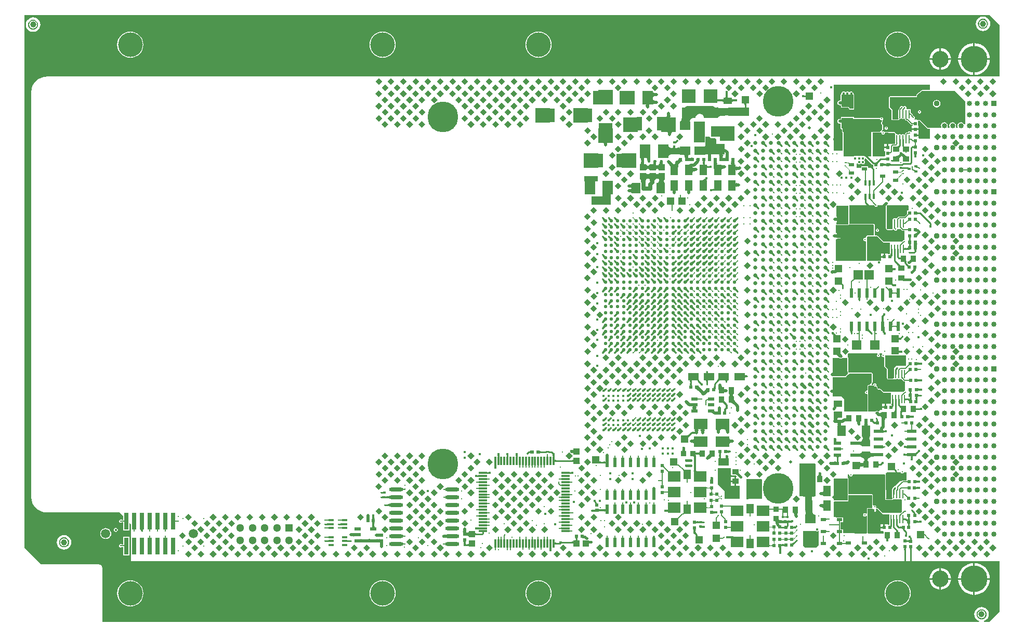
<source format=gtl>
G04*
G04 #@! TF.GenerationSoftware,Altium Limited,Altium Designer,19.1.7 (138)*
G04*
G04 Layer_Physical_Order=1*
G04 Layer_Color=255*
%FSLAX25Y25*%
%MOIN*%
G70*
G01*
G75*
%ADD11C,0.01000*%
%ADD13C,0.01968*%
%ADD20R,0.01575X0.03740*%
%ADD21R,0.03347X0.02165*%
%ADD22R,0.02362X0.01378*%
%ADD23R,0.01575X0.01772*%
%ADD24R,0.02441X0.02441*%
%ADD25R,0.02284X0.02441*%
%ADD26R,0.02441X0.02441*%
%ADD27R,0.03543X0.01968*%
%ADD28R,0.03937X0.03937*%
%ADD29O,0.00984X0.05512*%
%ADD30R,0.11614X0.06929*%
%ADD31R,0.05709X0.04528*%
%ADD32R,0.02441X0.02284*%
%ADD33R,0.03858X0.14567*%
%ADD35R,0.07087X0.08858*%
%ADD36R,0.03740X0.01575*%
%ADD37R,0.03740X0.03937*%
%ADD38R,0.03740X0.03740*%
%ADD39R,0.05118X0.06083*%
%ADD40R,0.08465X0.06693*%
%ADD41R,0.01772X0.01575*%
%ADD42R,0.03740X0.03740*%
%ADD43R,0.02900X0.11000*%
%ADD44R,0.09252X0.09646*%
%ADD45C,0.01575*%
%ADD47R,0.05709X0.01181*%
%ADD48R,0.01181X0.05709*%
%ADD49O,0.09055X0.02362*%
%ADD50R,0.02362X0.06102*%
%ADD51R,0.07087X0.05512*%
%ADD52R,0.07284X0.04921*%
%ADD53R,0.05512X0.07087*%
%ADD54R,0.04528X0.05709*%
%ADD55R,0.09646X0.09252*%
%ADD56R,0.03740X0.03937*%
%ADD57R,0.05512X0.04134*%
%ADD58R,0.04528X0.07087*%
%ADD59R,0.07087X0.04528*%
%ADD60R,0.03937X0.03740*%
%ADD61R,0.03937X0.03937*%
%ADD62R,0.04134X0.02362*%
%ADD63R,0.04331X0.02362*%
%ADD64R,0.04331X0.05709*%
%ADD65R,0.05512X0.04134*%
%ADD66R,0.05709X0.04331*%
%ADD67R,0.07087X0.04921*%
%ADD68R,0.04921X0.07087*%
%ADD69R,0.07480X0.06299*%
%ADD70R,0.04921X0.02362*%
%ADD71R,0.04724X0.04724*%
%ADD72R,0.05906X0.06299*%
%ADD73R,0.06102X0.02362*%
%ADD74R,0.08858X0.07087*%
%ADD147C,0.03937*%
%ADD148R,0.05000X0.05000*%
%ADD149C,0.02244*%
%ADD150R,0.00500X0.00500*%
%ADD151C,0.02520*%
%ADD152C,0.00500*%
%ADD153C,0.00464*%
%ADD154C,0.01500*%
%ADD155C,0.01181*%
%ADD156C,0.03937*%
%ADD157C,0.04724*%
%ADD158C,0.01575*%
%ADD159C,0.00658*%
%ADD160C,0.00659*%
%ADD161C,0.02756*%
%ADD162C,0.01084*%
%ADD163C,0.01083*%
%ADD164R,0.03445X0.08858*%
%ADD165R,0.08858X0.03445*%
%ADD166R,0.05807X0.08366*%
%ADD167R,0.08366X0.05807*%
%ADD168R,0.08233X0.17320*%
%ADD169R,0.07480X0.05317*%
%ADD170R,0.09350X0.09549*%
%ADD171R,0.13644X0.05736*%
%ADD172C,0.15748*%
%ADD173C,0.17126*%
%ADD174C,0.03347*%
%ADD175C,0.05118*%
%ADD176R,0.05118X0.05118*%
%ADD177C,0.05950*%
%ADD178C,0.10630*%
%ADD179C,0.03740*%
%ADD180R,0.03347X0.03347*%
%ADD181C,0.01968*%
%ADD182C,0.19685*%
%ADD183C,0.01181*%
%ADD184C,0.01024*%
%ADD185C,0.02362*%
G36*
X237178Y70345D02*
Y37462D01*
X-371260Y37462D01*
Y37440D01*
X-373519D01*
X-374016Y37449D01*
X-374016Y37449D01*
X-374496Y37402D01*
X-375945Y37259D01*
X-377801Y36696D01*
X-379510Y35782D01*
X-381009Y34552D01*
X-382239Y33054D01*
X-383153Y31344D01*
X-383716Y29489D01*
X-383906Y27559D01*
X-383897D01*
X-383897Y27559D01*
Y-231787D01*
X-383906Y-232283D01*
X-383906Y-232283D01*
X-383859Y-232764D01*
X-383716Y-234213D01*
X-383153Y-236068D01*
X-382239Y-237778D01*
X-381009Y-239277D01*
X-379510Y-240507D01*
X-377801Y-241421D01*
X-375945Y-241984D01*
X-374016Y-242174D01*
Y-242165D01*
X-374016Y-242165D01*
X-327444D01*
X-325013Y-244596D01*
Y-246926D01*
X-325023Y-246926D01*
X-325081Y-246952D01*
X-325622D01*
X-325679Y-246926D01*
X-325724Y-246925D01*
X-325748Y-246923D01*
X-325767Y-246920D01*
X-325780Y-246917D01*
X-325788Y-246915D01*
X-325789Y-246915D01*
X-325799Y-246905D01*
X-325886Y-246873D01*
X-326161Y-246689D01*
X-326583Y-246605D01*
X-327006Y-246689D01*
X-327364Y-246928D01*
X-327603Y-247286D01*
X-327687Y-247709D01*
X-327603Y-248131D01*
X-327364Y-248489D01*
X-327006Y-248728D01*
X-326583Y-248813D01*
X-326161Y-248728D01*
X-325886Y-248545D01*
X-325799Y-248513D01*
X-325789Y-248503D01*
X-325788Y-248503D01*
X-325780Y-248500D01*
X-325767Y-248497D01*
X-325748Y-248495D01*
X-325724Y-248492D01*
X-325679Y-248491D01*
X-325622Y-248465D01*
X-325081D01*
X-325023Y-248491D01*
X-325013Y-248491D01*
Y-253701D01*
X-321129D01*
Y-249133D01*
X-320667Y-248942D01*
X-320013Y-249595D01*
Y-253701D01*
X-319866D01*
X-319866Y-257716D01*
X-320013D01*
Y-269701D01*
X-319866D01*
X-319866Y-273561D01*
X237178D01*
Y-305778D01*
X230597Y-312359D01*
X227164D01*
X227064Y-311859D01*
X227833Y-311541D01*
X228799Y-310799D01*
X229541Y-309833D01*
X230007Y-308708D01*
X230166Y-307500D01*
X230007Y-306292D01*
X229541Y-305167D01*
X228799Y-304201D01*
X227833Y-303459D01*
X226708Y-302993D01*
X225500Y-302834D01*
X224292Y-302993D01*
X223167Y-303459D01*
X222201Y-304201D01*
X221459Y-305167D01*
X220993Y-306292D01*
X220834Y-307500D01*
X220993Y-308708D01*
X221459Y-309833D01*
X222201Y-310799D01*
X223167Y-311541D01*
X223936Y-311859D01*
X223836Y-312359D01*
X-338328D01*
Y-277756D01*
X-338496Y-276911D01*
X-338779Y-276486D01*
D01*
X-338974Y-276195D01*
X-339691Y-275716D01*
X-340536Y-275548D01*
X-377613D01*
X-388328Y-264834D01*
Y76926D01*
X230597D01*
X237178Y70345D01*
D02*
G37*
G36*
X-158805Y34317D02*
X-161016Y32105D01*
X-163227Y34317D01*
X-161016Y36528D01*
X-158805Y34317D01*
D02*
G37*
G36*
X-150931D02*
X-153142Y32105D01*
X-155353Y34317D01*
X-153142Y36528D01*
X-150931Y34317D01*
D02*
G37*
G36*
X-87938Y34317D02*
X-90150Y32105D01*
X-92361Y34317D01*
X-90150Y36528D01*
X-87938Y34317D01*
D02*
G37*
G36*
X-143056D02*
X-145268Y32105D01*
X-147479Y34317D01*
X-145268Y36528D01*
X-143056Y34317D01*
D02*
G37*
G36*
X-127308D02*
X-129520Y32105D01*
X-131731Y34317D01*
X-129520Y36528D01*
X-127308Y34317D01*
D02*
G37*
G36*
X-95812D02*
X-98024Y32105D01*
X-100235Y34317D01*
X-98024Y36528D01*
X-95812Y34317D01*
D02*
G37*
G36*
X-80064D02*
X-82276Y32105D01*
X-84487Y34317D01*
X-82276Y36528D01*
X-80064Y34317D01*
D02*
G37*
G36*
X-17072Y34317D02*
X-19283Y32105D01*
X-21495Y34317D01*
X-19283Y36528D01*
X-17072Y34317D01*
D02*
G37*
G36*
X-111560Y34317D02*
X-113772Y32105D01*
X-115983Y34317D01*
X-113772Y36528D01*
X-111560Y34317D01*
D02*
G37*
G36*
X-103686D02*
X-105898Y32105D01*
X-108109Y34317D01*
X-105898Y36528D01*
X-103686Y34317D01*
D02*
G37*
G36*
X-119434Y34317D02*
X-121646Y32105D01*
X-123857Y34317D01*
X-121646Y36528D01*
X-119434Y34317D01*
D02*
G37*
G36*
X-135182Y34317D02*
X-137394Y32105D01*
X-139605Y34317D01*
X-137394Y36528D01*
X-135182Y34317D01*
D02*
G37*
G36*
X-72190Y34317D02*
X-74401Y32105D01*
X-76613Y34317D01*
X-74401Y36528D01*
X-72190Y34317D01*
D02*
G37*
G36*
X-56442D02*
X-58653Y32105D01*
X-60865Y34317D01*
X-58653Y36528D01*
X-56442Y34317D01*
D02*
G37*
G36*
X-24946D02*
X-27158Y32105D01*
X-29369Y34317D01*
X-27158Y36528D01*
X-24946Y34317D01*
D02*
G37*
G36*
X-9198D02*
X-11409Y32105D01*
X-13621Y34317D01*
X-11409Y36528D01*
X-9198Y34317D01*
D02*
G37*
G36*
X53794Y34317D02*
X51583Y32105D01*
X49371Y34317D01*
X51583Y36528D01*
X53794Y34317D01*
D02*
G37*
G36*
X-40694Y34317D02*
X-42906Y32105D01*
X-45117Y34317D01*
X-42906Y36528D01*
X-40694Y34317D01*
D02*
G37*
G36*
X-32820D02*
X-35032Y32105D01*
X-37243Y34317D01*
X-35032Y36528D01*
X-32820Y34317D01*
D02*
G37*
G36*
X-48568Y34317D02*
X-50779Y32105D01*
X-52991Y34317D01*
X-50779Y36528D01*
X-48568Y34317D01*
D02*
G37*
G36*
X-64316Y34317D02*
X-66527Y32105D01*
X-68739Y34317D01*
X-66527Y36528D01*
X-64316Y34317D01*
D02*
G37*
G36*
X-1324Y34317D02*
X-3535Y32105D01*
X-5747Y34317D01*
X-3535Y36528D01*
X-1324Y34317D01*
D02*
G37*
G36*
X14424D02*
X12213Y32105D01*
X10001Y34317D01*
X12213Y36528D01*
X14424Y34317D01*
D02*
G37*
G36*
X45920D02*
X43709Y32105D01*
X41497Y34317D01*
X43709Y36528D01*
X45920Y34317D01*
D02*
G37*
G36*
X61668D02*
X59457Y32105D01*
X57245Y34317D01*
X59457Y36528D01*
X61668Y34317D01*
D02*
G37*
G36*
X124660Y34317D02*
X122449Y32105D01*
X120238Y34317D01*
X122449Y36528D01*
X124660Y34317D01*
D02*
G37*
G36*
X30172Y34317D02*
X27961Y32105D01*
X25749Y34317D01*
X27961Y36528D01*
X30172Y34317D01*
D02*
G37*
G36*
X38046D02*
X35835Y32105D01*
X33623Y34317D01*
X35835Y36528D01*
X38046Y34317D01*
D02*
G37*
G36*
X22298Y34317D02*
X20087Y32105D01*
X17875Y34317D01*
X20087Y36528D01*
X22298Y34317D01*
D02*
G37*
G36*
X6550Y34317D02*
X4339Y32105D01*
X2127Y34317D01*
X4339Y36528D01*
X6550Y34317D01*
D02*
G37*
G36*
X69542Y34317D02*
X67331Y32105D01*
X65119Y34317D01*
X67331Y36528D01*
X69542Y34317D01*
D02*
G37*
G36*
X85290D02*
X83079Y32105D01*
X80867Y34317D01*
X83079Y36528D01*
X85290Y34317D01*
D02*
G37*
G36*
X116786D02*
X114575Y32105D01*
X112364Y34317D01*
X114575Y36528D01*
X116786Y34317D01*
D02*
G37*
G36*
X101038D02*
X98827Y32105D01*
X96615Y34317D01*
X98827Y36528D01*
X101038Y34317D01*
D02*
G37*
G36*
X108912D02*
X106701Y32105D01*
X104490Y34317D01*
X106701Y36528D01*
X108912Y34317D01*
D02*
G37*
G36*
X93164Y34317D02*
X90953Y32105D01*
X88741Y34317D01*
X90953Y36528D01*
X93164Y34317D01*
D02*
G37*
G36*
X77416Y34317D02*
X75205Y32105D01*
X72993Y34317D01*
X75205Y36528D01*
X77416Y34317D01*
D02*
G37*
G36*
X203400Y34317D02*
X201189Y32105D01*
X198978Y34317D01*
X201189Y36528D01*
X203400Y34317D01*
D02*
G37*
G36*
X211274Y34317D02*
X209063Y32105D01*
X206852Y34317D01*
X209063Y36528D01*
X211274Y34317D01*
D02*
G37*
G36*
X227022D02*
X224811Y32105D01*
X222600Y34317D01*
X224811Y36528D01*
X227022Y34317D01*
D02*
G37*
G36*
X234896Y34317D02*
X232685Y32105D01*
X230474Y34317D01*
X232685Y36528D01*
X234896Y34317D01*
D02*
G37*
G36*
X219148Y34317D02*
X216937Y32105D01*
X214726Y34317D01*
X216937Y36528D01*
X219148Y34317D01*
D02*
G37*
G36*
X-154867Y30380D02*
X-157079Y28168D01*
X-159290Y30380D01*
X-157079Y32591D01*
X-154867Y30380D01*
D02*
G37*
G36*
X-146994Y30380D02*
X-149205Y28168D01*
X-151416Y30380D01*
X-149205Y32591D01*
X-146994Y30380D01*
D02*
G37*
G36*
X-84001D02*
X-86213Y28168D01*
X-88424Y30380D01*
X-86213Y32591D01*
X-84001Y30380D01*
D02*
G37*
G36*
X-91875Y30380D02*
X-94087Y28168D01*
X-96298Y30380D01*
X-94087Y32591D01*
X-91875Y30380D01*
D02*
G37*
G36*
X-139119Y30380D02*
X-141331Y28168D01*
X-143542Y30380D01*
X-141331Y32591D01*
X-139119Y30380D01*
D02*
G37*
G36*
X-115497D02*
X-117709Y28168D01*
X-119920Y30380D01*
X-117709Y32591D01*
X-115497Y30380D01*
D02*
G37*
G36*
X-123371D02*
X-125583Y28168D01*
X-127794Y30380D01*
X-125583Y32591D01*
X-123371Y30380D01*
D02*
G37*
G36*
X-131245D02*
X-133457Y28168D01*
X-135668Y30380D01*
X-133457Y32591D01*
X-131245Y30380D01*
D02*
G37*
G36*
X-99749D02*
X-101961Y28168D01*
X-104172Y30380D01*
X-101961Y32591D01*
X-99749Y30380D01*
D02*
G37*
G36*
X-107623D02*
X-109835Y28168D01*
X-112046Y30380D01*
X-109835Y32591D01*
X-107623Y30380D01*
D02*
G37*
G36*
X-76127Y30380D02*
X-78338Y28168D01*
X-80550Y30380D01*
X-78338Y32591D01*
X-76127Y30380D01*
D02*
G37*
G36*
X-68253D02*
X-70464Y28168D01*
X-72676Y30380D01*
X-70464Y32591D01*
X-68253Y30380D01*
D02*
G37*
G36*
X-44631D02*
X-46843Y28168D01*
X-49054Y30380D01*
X-46843Y32591D01*
X-44631Y30380D01*
D02*
G37*
G36*
X-52505D02*
X-54716Y28168D01*
X-56928Y30380D01*
X-54716Y32591D01*
X-52505Y30380D01*
D02*
G37*
G36*
X-60379D02*
X-62590Y28168D01*
X-64802Y30380D01*
X-62590Y32591D01*
X-60379Y30380D01*
D02*
G37*
G36*
X-28883D02*
X-31095Y28168D01*
X-33306Y30380D01*
X-31095Y32591D01*
X-28883Y30380D01*
D02*
G37*
G36*
X-36757D02*
X-38969Y28168D01*
X-41180Y30380D01*
X-38969Y32591D01*
X-36757Y30380D01*
D02*
G37*
G36*
X-5261Y30380D02*
X-7472Y28168D01*
X-9684Y30380D01*
X-7472Y32591D01*
X-5261Y30380D01*
D02*
G37*
G36*
X26235D02*
X24024Y28168D01*
X21812Y30380D01*
X24024Y32591D01*
X26235Y30380D01*
D02*
G37*
G36*
X18361D02*
X16150Y28168D01*
X13938Y30380D01*
X16150Y32591D01*
X18361Y30380D01*
D02*
G37*
G36*
X65605Y30380D02*
X63394Y28168D01*
X61182Y30380D01*
X63394Y32591D01*
X65605Y30380D01*
D02*
G37*
G36*
X120723Y30380D02*
X118512Y28168D01*
X116301Y30380D01*
X118512Y32591D01*
X120723Y30380D01*
D02*
G37*
G36*
X73479Y30380D02*
X71268Y28168D01*
X69056Y30380D01*
X71268Y32591D01*
X73479Y30380D01*
D02*
G37*
G36*
X89227D02*
X87016Y28168D01*
X84804Y30380D01*
X87016Y32591D01*
X89227Y30380D01*
D02*
G37*
G36*
X81353D02*
X79142Y28168D01*
X76930Y30380D01*
X79142Y32591D01*
X81353Y30380D01*
D02*
G37*
G36*
X112849D02*
X110638Y28168D01*
X108427Y30380D01*
X110638Y32591D01*
X112849Y30380D01*
D02*
G37*
G36*
X215211Y30380D02*
X213000Y28168D01*
X210789Y30380D01*
X213000Y32591D01*
X215211Y30380D01*
D02*
G37*
G36*
X230959D02*
X228748Y28168D01*
X226537Y30380D01*
X228748Y32591D01*
X230959Y30380D01*
D02*
G37*
G36*
X223085D02*
X220874Y28168D01*
X218663Y30380D01*
X220874Y32591D01*
X223085Y30380D01*
D02*
G37*
G36*
X112467Y23803D02*
X112456Y23898D01*
X112426Y23983D01*
X112375Y24058D01*
X112305Y24123D01*
X112214Y24178D01*
X112102Y24223D01*
X111971Y24258D01*
X111821Y24283D01*
X111752Y24278D01*
X111721Y24270D01*
X111699Y24262D01*
X111684Y24252D01*
Y24295D01*
X111647Y24298D01*
X111454Y24303D01*
Y25303D01*
X111647Y25308D01*
X111684Y25311D01*
Y25354D01*
X111699Y25345D01*
X111721Y25336D01*
X111752Y25328D01*
X111791Y25322D01*
X111796Y25321D01*
X111819Y25323D01*
X111971Y25348D01*
X112102Y25383D01*
X112214Y25428D01*
X112305Y25483D01*
X112375Y25548D01*
X112426Y25623D01*
X112456Y25708D01*
X112467Y25803D01*
Y23803D01*
D02*
G37*
G36*
X192421Y28781D02*
X187500Y28781D01*
X187335Y28712D01*
X187163Y28660D01*
X183816Y25925D01*
X183803Y25900D01*
X183777Y25889D01*
X183708Y25724D01*
X183624Y25566D01*
X183632Y25539D01*
X183621Y25512D01*
Y24844D01*
X178574D01*
X178573Y24844D01*
X178573Y24844D01*
X166729Y24842D01*
X166546Y24766D01*
X166352Y24686D01*
X166352Y24686D01*
X166352Y24686D01*
X166221Y24369D01*
X166196Y24309D01*
X166196Y24309D01*
X166196Y24309D01*
X166196Y17421D01*
X166352Y17045D01*
X166694Y16903D01*
X167676Y15921D01*
Y10039D01*
X167832Y9663D01*
X168209Y9507D01*
X172094D01*
X172120Y9517D01*
X172146Y9509D01*
X172305Y9594D01*
X172471Y9663D01*
X172482Y9688D01*
X172506Y9701D01*
X172567Y9776D01*
X172593Y9861D01*
X172654Y9926D01*
X172753Y10189D01*
X173110Y10119D01*
X173494Y10195D01*
X173820Y10412D01*
X174369D01*
X174695Y10195D01*
X175079Y10119D01*
X175463Y10195D01*
X175788Y10412D01*
X175797Y10414D01*
X176291Y10264D01*
Y10223D01*
X176348Y9934D01*
X176512Y9688D01*
X176893Y9307D01*
X176893Y9307D01*
X177138Y9143D01*
X177428Y9086D01*
X177639D01*
X180075Y6650D01*
X180321Y6486D01*
X180610Y6428D01*
X180610Y6428D01*
X181260D01*
Y5862D01*
X180752D01*
Y4142D01*
X182973D01*
X185193D01*
Y5862D01*
X184685D01*
Y8710D01*
X185056Y9209D01*
X185549Y9207D01*
X190552Y4205D01*
X190929Y4049D01*
X192421D01*
Y-1690D01*
X192421Y-2190D01*
X192249Y-2362D01*
X185687D01*
X185655Y-2362D01*
X185189Y-2231D01*
Y-716D01*
X182968D01*
Y283D01*
X185189D01*
Y1421D01*
X185193D01*
Y3142D01*
X182973D01*
X180752D01*
Y1925D01*
X180748D01*
Y1872D01*
X180252Y1800D01*
X180013Y2159D01*
X179655Y2398D01*
X179232Y2482D01*
X178810Y2398D01*
X178452Y2159D01*
X178212Y1800D01*
X178175Y1610D01*
X178089Y1524D01*
X177428D01*
X177138Y1467D01*
X176893Y1303D01*
X176893Y1303D01*
X176512Y922D01*
X176348Y676D01*
X176291Y387D01*
Y366D01*
X175797Y216D01*
X175788Y218D01*
X175463Y435D01*
X175079Y511D01*
X174695Y435D01*
X174369Y218D01*
X173820D01*
X173494Y435D01*
X173110Y511D01*
X172726Y435D01*
X172401Y218D01*
X171851D01*
X171526Y435D01*
X171142Y511D01*
X171111Y505D01*
X170611Y893D01*
Y902D01*
X170455Y1279D01*
X169999Y1735D01*
X169623Y1891D01*
X166064D01*
X166031Y1925D01*
X165925Y1969D01*
X165819D01*
X165721Y2009D01*
X163996D01*
X163945Y1988D01*
X163891Y1999D01*
X163401Y1900D01*
X163348Y1911D01*
X163182Y2159D01*
X162824Y2398D01*
X162402Y2482D01*
X161979Y2398D01*
X161818Y2290D01*
X161499Y2678D01*
X162011Y3190D01*
X162051Y3288D01*
X162126Y3363D01*
X162201Y3544D01*
Y3650D01*
X162242Y3748D01*
Y6528D01*
X162220Y6581D01*
X162224Y6592D01*
X162218Y6607D01*
X162225Y6642D01*
X162225Y6642D01*
X162214Y6696D01*
X162162Y6774D01*
X162152Y6824D01*
X162145Y6834D01*
X162145Y6834D01*
X162141Y6845D01*
X162104Y6882D01*
X162068Y6968D01*
X162030Y7007D01*
X161997Y7021D01*
X161988Y7034D01*
X161988Y7035D01*
X161976Y7037D01*
X161944Y7084D01*
X161863Y7139D01*
X161698Y7386D01*
X161640Y7677D01*
X161698Y7969D01*
X161863Y8216D01*
X161874Y8223D01*
X161915Y8285D01*
X161953Y8299D01*
X161953Y8299D01*
X161974Y8319D01*
X161974Y8320D01*
X161975Y8320D01*
X162009Y8396D01*
X162064Y8448D01*
X162073Y8469D01*
X162075Y8524D01*
X162100Y8562D01*
X162095Y8588D01*
X162141Y8691D01*
X162140Y8692D01*
X162141Y8693D01*
X162149Y8998D01*
X162102Y9119D01*
X162093Y9249D01*
X161933Y9570D01*
X162141Y9709D01*
X162363Y10041D01*
X162441Y10433D01*
X162363Y10825D01*
X162141Y11157D01*
X161809Y11379D01*
X161417Y11457D01*
X161026Y11379D01*
X160694Y11157D01*
X160472Y10825D01*
X160461Y10769D01*
X160435Y10756D01*
X143602D01*
Y11614D01*
X135335D01*
Y10265D01*
X134547D01*
X133971Y10150D01*
X133483Y9824D01*
X133157Y9336D01*
X133042Y8760D01*
X133157Y8184D01*
X133483Y7695D01*
X133971Y7369D01*
X134547Y7254D01*
X135158D01*
X135158Y7254D01*
Y4232D01*
X135315Y3856D01*
X135691Y3700D01*
X135983D01*
Y2030D01*
X136139Y1653D01*
X136475Y1514D01*
Y1497D01*
X136475Y1497D01*
Y-9949D01*
X133194D01*
X132600Y-9831D01*
X132006Y-9949D01*
X130807D01*
Y32382D01*
X192421D01*
Y28781D01*
D02*
G37*
G36*
X-158805Y26443D02*
X-161016Y24231D01*
X-163227Y26443D01*
X-161016Y28654D01*
X-158805Y26443D01*
D02*
G37*
G36*
X-143056Y26443D02*
X-145268Y24231D01*
X-147479Y26443D01*
X-145268Y28654D01*
X-143056Y26443D01*
D02*
G37*
G36*
X-135182D02*
X-137394Y24231D01*
X-139605Y26443D01*
X-137394Y28654D01*
X-135182Y26443D01*
D02*
G37*
G36*
X-87938Y26443D02*
X-90150Y24231D01*
X-92361Y26443D01*
X-90150Y28654D01*
X-87938Y26443D01*
D02*
G37*
G36*
X-119434Y26443D02*
X-121646Y24231D01*
X-123857Y26443D01*
X-121646Y28654D01*
X-119434Y26443D01*
D02*
G37*
G36*
X-150930Y26443D02*
X-153142Y24231D01*
X-155353Y26443D01*
X-153142Y28654D01*
X-150930Y26443D01*
D02*
G37*
G36*
X-95812D02*
X-98024Y24231D01*
X-100235Y26443D01*
X-98024Y28654D01*
X-95812Y26443D01*
D02*
G37*
G36*
X-111560Y26443D02*
X-113772Y24231D01*
X-115983Y26443D01*
X-113772Y28654D01*
X-111560Y26443D01*
D02*
G37*
G36*
X-127308D02*
X-129520Y24231D01*
X-131731Y26443D01*
X-129520Y28654D01*
X-127308Y26443D01*
D02*
G37*
G36*
X-103686D02*
X-105898Y24231D01*
X-108109Y26443D01*
X-105898Y28654D01*
X-103686Y26443D01*
D02*
G37*
G36*
X-72190Y26443D02*
X-74401Y24231D01*
X-76613Y26443D01*
X-74401Y28654D01*
X-72190Y26443D01*
D02*
G37*
G36*
X-64316D02*
X-66527Y24231D01*
X-68739Y26443D01*
X-66527Y28654D01*
X-64316Y26443D01*
D02*
G37*
G36*
X-48568Y26443D02*
X-50779Y24231D01*
X-52991Y26443D01*
X-50779Y28654D01*
X-48568Y26443D01*
D02*
G37*
G36*
X-80064D02*
X-82276Y24231D01*
X-84487Y26443D01*
X-82276Y28654D01*
X-80064Y26443D01*
D02*
G37*
G36*
X-24946D02*
X-27158Y24231D01*
X-29369Y26443D01*
X-27158Y28654D01*
X-24946Y26443D01*
D02*
G37*
G36*
X-40694Y26443D02*
X-42906Y24231D01*
X-45117Y26443D01*
X-42906Y28654D01*
X-40694Y26443D01*
D02*
G37*
G36*
X-56442Y26443D02*
X-58653Y24231D01*
X-60865Y26443D01*
X-58653Y28654D01*
X-56442Y26443D01*
D02*
G37*
G36*
X-32820Y26443D02*
X-35032Y24231D01*
X-37243Y26443D01*
X-35032Y28654D01*
X-32820Y26443D01*
D02*
G37*
G36*
X30172Y26443D02*
X27961Y24231D01*
X25749Y26443D01*
X27961Y28654D01*
X30172Y26443D01*
D02*
G37*
G36*
X69542Y26443D02*
X67331Y24231D01*
X65119Y26443D01*
X67331Y28654D01*
X69542Y26443D01*
D02*
G37*
G36*
X85290Y26443D02*
X83079Y24231D01*
X80867Y26443D01*
X83079Y28654D01*
X85290Y26443D01*
D02*
G37*
G36*
X108912Y26443D02*
X106701Y24231D01*
X104490Y26443D01*
X106701Y28654D01*
X108912Y26443D01*
D02*
G37*
G36*
X219148Y26443D02*
X216937Y24231D01*
X214726Y26443D01*
X216937Y28654D01*
X219148Y26443D01*
D02*
G37*
G36*
X234896Y26443D02*
X232685Y24231D01*
X230474Y26443D01*
X232685Y28654D01*
X234896Y26443D01*
D02*
G37*
G36*
X227022D02*
X224811Y24231D01*
X222600Y26443D01*
X224811Y28654D01*
X227022Y26443D01*
D02*
G37*
G36*
X14760Y27687D02*
X14819Y27520D01*
X14918Y27372D01*
X15057Y27244D01*
X15235Y27136D01*
X15453Y27047D01*
X15710Y26978D01*
X16007Y26929D01*
X16344Y26900D01*
X16720Y26890D01*
Y24921D01*
X16344Y24911D01*
X16007Y24882D01*
X15710Y24833D01*
X15453Y24764D01*
X15235Y24675D01*
X15057Y24567D01*
X14918Y24439D01*
X14819Y24291D01*
X14760Y24124D01*
X14740Y23937D01*
Y27874D01*
X14760Y27687D01*
D02*
G37*
G36*
X62500Y24860D02*
X62518Y24657D01*
X62547Y24478D01*
X62589Y24323D01*
X62642Y24192D01*
X62707Y24084D01*
X62783Y24001D01*
X62872Y23941D01*
X62972Y23905D01*
X63085Y23893D01*
X60722D01*
X60835Y23905D01*
X60935Y23941D01*
X61024Y24001D01*
X61100Y24084D01*
X61165Y24192D01*
X61218Y24323D01*
X61260Y24478D01*
X61289Y24657D01*
X61307Y24860D01*
X61313Y25086D01*
X62494D01*
X62500Y24860D01*
D02*
G37*
G36*
X65453Y23197D02*
X65488Y23097D01*
X65547Y23008D01*
X65630Y22932D01*
X65736Y22867D01*
X65866Y22814D01*
X66019Y22772D01*
X66197Y22743D01*
X66397Y22725D01*
X66622Y22719D01*
Y21538D01*
X66397Y21532D01*
X66197Y21514D01*
X66019Y21485D01*
X65866Y21443D01*
X65736Y21390D01*
X65630Y21325D01*
X65547Y21249D01*
X65488Y21160D01*
X65453Y21060D01*
X65441Y20947D01*
Y23310D01*
X65453Y23197D01*
D02*
G37*
G36*
X59965Y20907D02*
X59953Y21019D01*
X59917Y21119D01*
X59858Y21208D01*
X59774Y21284D01*
X59667Y21349D01*
X59535Y21403D01*
X59380Y21444D01*
X59201Y21473D01*
X58999Y21491D01*
X58772Y21497D01*
Y22678D01*
X58999Y22684D01*
X59201Y22702D01*
X59380Y22731D01*
X59535Y22773D01*
X59667Y22826D01*
X59774Y22891D01*
X59858Y22967D01*
X59917Y23056D01*
X59953Y23156D01*
X59965Y23269D01*
Y20907D01*
D02*
G37*
G36*
X-154867Y22505D02*
X-157079Y20294D01*
X-159290Y22505D01*
X-157079Y24717D01*
X-154867Y22505D01*
D02*
G37*
G36*
X-139119D02*
X-141331Y20294D01*
X-143542Y22505D01*
X-141331Y24717D01*
X-139119Y22505D01*
D02*
G37*
G36*
X-131245D02*
X-133457Y20294D01*
X-135668Y22505D01*
X-133457Y24717D01*
X-131245Y22505D01*
D02*
G37*
G36*
X-99749D02*
X-101961Y20294D01*
X-104172Y22505D01*
X-101961Y24717D01*
X-99749Y22505D01*
D02*
G37*
G36*
X-91875D02*
X-94087Y20294D01*
X-96298Y22505D01*
X-94087Y24717D01*
X-91875Y22505D01*
D02*
G37*
G36*
X-123371D02*
X-125583Y20294D01*
X-127794Y22505D01*
X-125583Y24717D01*
X-123371Y22505D01*
D02*
G37*
G36*
X-146993D02*
X-149205Y20294D01*
X-151416Y22505D01*
X-149205Y24717D01*
X-146993Y22505D01*
D02*
G37*
G36*
X-107623Y22505D02*
X-109835Y20294D01*
X-112046Y22505D01*
X-109835Y24717D01*
X-107623Y22505D01*
D02*
G37*
G36*
X-84001D02*
X-86213Y20294D01*
X-88424Y22505D01*
X-86213Y24717D01*
X-84001Y22505D01*
D02*
G37*
G36*
X-68253D02*
X-70464Y20294D01*
X-72676Y22505D01*
X-70464Y24717D01*
X-68253Y22505D01*
D02*
G37*
G36*
X-60379Y22505D02*
X-62590Y20294D01*
X-64802Y22505D01*
X-62590Y24717D01*
X-60379Y22505D01*
D02*
G37*
G36*
X-28883Y22505D02*
X-31095Y20294D01*
X-33306Y22505D01*
X-31095Y24717D01*
X-28883Y22505D01*
D02*
G37*
G36*
X-44631Y22505D02*
X-46843Y20294D01*
X-49054Y22505D01*
X-46843Y24717D01*
X-44631Y22505D01*
D02*
G37*
G36*
X-52505Y22505D02*
X-54716Y20294D01*
X-56928Y22505D01*
X-54716Y24717D01*
X-52505Y22505D01*
D02*
G37*
G36*
X-76127D02*
X-78338Y20294D01*
X-80550Y22505D01*
X-78338Y24717D01*
X-76127Y22505D01*
D02*
G37*
G36*
X-36757Y22505D02*
X-38969Y20294D01*
X-41180Y22505D01*
X-38969Y24717D01*
X-36757Y22505D01*
D02*
G37*
G36*
X26235D02*
X24024Y20294D01*
X21812Y22505D01*
X24024Y24717D01*
X26235Y22505D01*
D02*
G37*
G36*
X128597Y22505D02*
X126386Y20294D01*
X124175Y22505D01*
X126386Y24717D01*
X128597Y22505D01*
D02*
G37*
G36*
X14760Y22797D02*
X14820Y22630D01*
X14919Y22482D01*
X15058Y22354D01*
X15236Y22246D01*
X15454Y22157D01*
X15712Y22088D01*
X16008Y22039D01*
X16345Y22010D01*
X16720Y22000D01*
Y20031D01*
X16346Y20025D01*
X15716Y19975D01*
X15460Y19931D01*
X15244Y19874D01*
X15067Y19805D01*
X14929Y19723D01*
X14830Y19628D01*
X14771Y19521D01*
X14752Y19402D01*
X14740Y22984D01*
X14760Y22797D01*
D02*
G37*
G36*
X74921Y20146D02*
X74836Y20116D01*
X74761Y20066D01*
X74696Y19996D01*
X74641Y19906D01*
X74596Y19796D01*
X74561Y19666D01*
X74536Y19516D01*
X74521Y19346D01*
X74516Y19156D01*
X73516D01*
X73511Y19346D01*
X73496Y19516D01*
X73471Y19666D01*
X73436Y19796D01*
X73391Y19906D01*
X73336Y19996D01*
X73271Y20066D01*
X73196Y20116D01*
X73111Y20146D01*
X73016Y20156D01*
X75016D01*
X74921Y20146D01*
D02*
G37*
G36*
X46838Y17967D02*
X47355Y17901D01*
X47366Y11417D01*
X47318Y11866D01*
X47176Y12268D01*
X46938Y12622D01*
X46607Y12929D01*
X46180Y13189D01*
X45659Y13402D01*
X45044Y13567D01*
X44736Y13618D01*
X44429Y13567D01*
X43815Y13402D01*
X43295Y13189D01*
X42870Y12929D01*
X42539Y12622D01*
X42303Y12268D01*
X42161Y11866D01*
X42114Y11417D01*
Y17901D01*
X42161Y18016D01*
X42303Y18118D01*
X42539Y18209D01*
X42630Y18230D01*
Y18504D01*
X43605Y18380D01*
X44429Y18450D01*
X45941Y18498D01*
X46838Y18504D01*
Y17967D01*
D02*
G37*
G36*
X12613Y19387D02*
X12527Y19342D01*
X12452Y19268D01*
X12386Y19164D01*
X12331Y19030D01*
X12285Y18866D01*
X12250Y18673D01*
X12225Y18449D01*
X12210Y18196D01*
X12205Y17913D01*
X10236D01*
X10231Y18196D01*
X10191Y18673D01*
X10155Y18866D01*
X10110Y19030D01*
X10055Y19164D01*
X9989Y19268D01*
X9914Y19342D01*
X9828Y19387D01*
X9732Y19402D01*
X12709D01*
X12613Y19387D01*
D02*
G37*
G36*
X174207Y16831D02*
X174161Y16829D01*
X174116Y16823D01*
X174071Y16812D01*
X174025Y16797D01*
X173981Y16778D01*
X173936Y16754D01*
X173892Y16726D01*
X173848Y16694D01*
X173804Y16657D01*
X173760Y16616D01*
X173407Y16969D01*
X173448Y17013D01*
X173485Y17057D01*
X173518Y17101D01*
X173546Y17145D01*
X173569Y17189D01*
X173589Y17234D01*
X173604Y17279D01*
X173614Y17324D01*
X173620Y17370D01*
X173622Y17415D01*
X174207Y16831D01*
D02*
G37*
G36*
X176313Y16846D02*
X176271Y16835D01*
X176230Y16820D01*
X176188Y16802D01*
X176146Y16781D01*
X176104Y16756D01*
X176061Y16728D01*
X175976Y16661D01*
X175933Y16623D01*
X175890Y16582D01*
X175441Y16840D01*
X175483Y16884D01*
X175519Y16929D01*
X175549Y16973D01*
X175574Y17017D01*
X175593Y17060D01*
X175608Y17104D01*
X175616Y17148D01*
X175619Y17191D01*
X175616Y17235D01*
X175608Y17278D01*
X176313Y16846D01*
D02*
G37*
G36*
X-158805Y18568D02*
X-161016Y16357D01*
X-163227Y18568D01*
X-161016Y20780D01*
X-158805Y18568D01*
D02*
G37*
G36*
X-135182Y18568D02*
X-137394Y16357D01*
X-139605Y18568D01*
X-137394Y20780D01*
X-135182Y18568D01*
D02*
G37*
G36*
X-95812D02*
X-98024Y16357D01*
X-100235Y18568D01*
X-98024Y20780D01*
X-95812Y18568D01*
D02*
G37*
G36*
X-103686Y18568D02*
X-105898Y16357D01*
X-108109Y18568D01*
X-105898Y20780D01*
X-103686Y18568D01*
D02*
G37*
G36*
X-143056Y18568D02*
X-145268Y16357D01*
X-147479Y18568D01*
X-145268Y20780D01*
X-143056Y18568D01*
D02*
G37*
G36*
X-87938D02*
X-90150Y16357D01*
X-92361Y18568D01*
X-90150Y20780D01*
X-87938Y18568D01*
D02*
G37*
G36*
X-150930D02*
X-153142Y16357D01*
X-155353Y18568D01*
X-153142Y20780D01*
X-150930Y18568D01*
D02*
G37*
G36*
X-64316Y18568D02*
X-66527Y16357D01*
X-68739Y18568D01*
X-66527Y20780D01*
X-64316Y18568D01*
D02*
G37*
G36*
X-72190D02*
X-74401Y16357D01*
X-76613Y18568D01*
X-74401Y20780D01*
X-72190Y18568D01*
D02*
G37*
G36*
X-40694D02*
X-42906Y16357D01*
X-45117Y18568D01*
X-42906Y20780D01*
X-40694Y18568D01*
D02*
G37*
G36*
X-80064D02*
X-82276Y16357D01*
X-84487Y18568D01*
X-82276Y20780D01*
X-80064Y18568D01*
D02*
G37*
G36*
X30172Y18568D02*
X27961Y16357D01*
X25749Y18568D01*
X27961Y20780D01*
X30172Y18568D01*
D02*
G37*
G36*
X22298D02*
X20087Y16357D01*
X17875Y18568D01*
X20087Y20780D01*
X22298Y18568D01*
D02*
G37*
G36*
X116786Y18568D02*
X114575Y16357D01*
X112364Y18568D01*
X114575Y20780D01*
X116786Y18568D01*
D02*
G37*
G36*
X124660D02*
X122449Y16357D01*
X120238Y18568D01*
X122449Y20780D01*
X124660Y18568D01*
D02*
G37*
G36*
X74516Y16542D02*
X74541Y16181D01*
X74549Y16150D01*
X74557Y16128D01*
X74567Y16114D01*
X73465D01*
X73474Y16128D01*
X73483Y16150D01*
X73491Y16181D01*
X73497Y16220D01*
X73508Y16324D01*
X73514Y16461D01*
X73516Y16632D01*
X74516D01*
X74516Y16542D01*
D02*
G37*
G36*
X179498Y13838D02*
X179514Y13796D01*
X179539Y13758D01*
X179575Y13726D01*
X179621Y13698D01*
X179678Y13676D01*
X179744Y13658D01*
X179821Y13646D01*
X179908Y13638D01*
X180005Y13636D01*
Y13136D01*
X179908Y13133D01*
X179821Y13126D01*
X179744Y13113D01*
X179678Y13096D01*
X179621Y13073D01*
X179575Y13046D01*
X179539Y13013D01*
X179514Y12976D01*
X179498Y12933D01*
X179493Y12886D01*
Y13886D01*
X179498Y13838D01*
D02*
G37*
G36*
X-131245Y14631D02*
X-133457Y12420D01*
X-135668Y14631D01*
X-133457Y16843D01*
X-131245Y14631D01*
D02*
G37*
G36*
X-99749D02*
X-101961Y12420D01*
X-104172Y14631D01*
X-101961Y16843D01*
X-99749Y14631D01*
D02*
G37*
G36*
X-139119D02*
X-141331Y12420D01*
X-143542Y14631D01*
X-141331Y16843D01*
X-139119Y14631D01*
D02*
G37*
G36*
X-154867D02*
X-157079Y12420D01*
X-159290Y14631D01*
X-157079Y16843D01*
X-154867Y14631D01*
D02*
G37*
G36*
X-91875D02*
X-94087Y12420D01*
X-96298Y14631D01*
X-94087Y16843D01*
X-91875Y14631D01*
D02*
G37*
G36*
X-146993D02*
X-149205Y12420D01*
X-151416Y14631D01*
X-149205Y16843D01*
X-146993Y14631D01*
D02*
G37*
G36*
X-36757Y14631D02*
X-38969Y12420D01*
X-41180Y14631D01*
X-38969Y16843D01*
X-36757Y14631D01*
D02*
G37*
G36*
X-68253D02*
X-70464Y12420D01*
X-72676Y14631D01*
X-70464Y16843D01*
X-68253Y14631D01*
D02*
G37*
G36*
X-84001D02*
X-86213Y12420D01*
X-88424Y14631D01*
X-86213Y16843D01*
X-84001Y14631D01*
D02*
G37*
G36*
X10487Y14631D02*
X8276Y12420D01*
X6064Y14631D01*
X8276Y16843D01*
X10487Y14631D01*
D02*
G37*
G36*
X18361D02*
X16150Y12420D01*
X13938Y14631D01*
X16150Y16843D01*
X18361Y14631D01*
D02*
G37*
G36*
X-76127Y14631D02*
X-78338Y12420D01*
X-80550Y14631D01*
X-78338Y16843D01*
X-76127Y14631D01*
D02*
G37*
G36*
X-13135Y14631D02*
X-15346Y12420D01*
X-17558Y14631D01*
X-15346Y16843D01*
X-13135Y14631D01*
D02*
G37*
G36*
X2613D02*
X402Y12420D01*
X-1810Y14631D01*
X402Y16843D01*
X2613Y14631D01*
D02*
G37*
G36*
X-5261D02*
X-7472Y12420D01*
X-9684Y14631D01*
X-7472Y16843D01*
X-5261Y14631D01*
D02*
G37*
G36*
X112849Y14631D02*
X110638Y12420D01*
X108427Y14631D01*
X110638Y16843D01*
X112849Y14631D01*
D02*
G37*
G36*
X120723D02*
X118512Y12420D01*
X116301Y14631D01*
X118512Y16843D01*
X120723Y14631D01*
D02*
G37*
G36*
X128597Y14631D02*
X126386Y12420D01*
X124175Y14631D01*
X126386Y16843D01*
X128597Y14631D01*
D02*
G37*
G36*
X25797Y13096D02*
X25827Y12759D01*
X25876Y12462D01*
X25945Y12205D01*
X26033Y11987D01*
X26142Y11809D01*
X26270Y11670D01*
X26417Y11571D01*
X26585Y11512D01*
X26772Y11492D01*
X22835D01*
X23022Y11512D01*
X23189Y11571D01*
X23337Y11670D01*
X23465Y11809D01*
X23573Y11987D01*
X23661Y12205D01*
X23730Y12462D01*
X23779Y12759D01*
X23809Y13096D01*
X23819Y13472D01*
X25787D01*
X25797Y13096D01*
D02*
G37*
G36*
X181276Y11906D02*
X181320Y11869D01*
X181364Y11837D01*
X181408Y11809D01*
X181452Y11785D01*
X181497Y11766D01*
X181542Y11751D01*
X181587Y11740D01*
X181633Y11734D01*
X181678Y11732D01*
X181094Y11148D01*
X181092Y11193D01*
X181086Y11239D01*
X181075Y11284D01*
X181060Y11329D01*
X181041Y11374D01*
X181017Y11418D01*
X180989Y11462D01*
X180957Y11506D01*
X180920Y11550D01*
X180879Y11594D01*
X181232Y11947D01*
X181276Y11906D01*
D02*
G37*
G36*
X56236Y17754D02*
X56378Y17622D01*
X56614Y17506D01*
X56945Y17405D01*
X57370Y17320D01*
X57890Y17250D01*
X59212Y17157D01*
X60913Y17126D01*
Y12402D01*
X60015Y12386D01*
X58504Y12261D01*
X57890Y12151D01*
X57370Y12011D01*
X56945Y11839D01*
X56614Y11636D01*
X56378Y11401D01*
X56236Y11136D01*
X56189Y10839D01*
Y17901D01*
X56236Y17754D01*
D02*
G37*
G36*
X177418Y10870D02*
X177393Y10851D01*
X177370Y10818D01*
X177351Y10772D01*
X177334Y10713D01*
X177321Y10642D01*
X177311Y10557D01*
X177299Y10347D01*
X177297Y10223D01*
X176797D01*
X176796Y10347D01*
X176773Y10642D01*
X176760Y10713D01*
X176743Y10772D01*
X176724Y10818D01*
X176702Y10851D01*
X176676Y10870D01*
X176648Y10877D01*
X177446D01*
X177418Y10870D01*
D02*
G37*
G36*
X20201Y8592D02*
X20181Y8770D01*
X20123Y8929D01*
X20026Y9069D01*
X19890Y9191D01*
X19716Y9294D01*
X19504Y9378D01*
X19253Y9443D01*
X18964Y9490D01*
X18636Y9518D01*
X18270Y9528D01*
Y11496D01*
X20189Y11504D01*
X20201Y8592D01*
D02*
G37*
G36*
X-158805Y10695D02*
X-161016Y8483D01*
X-163227Y10695D01*
X-161016Y12906D01*
X-158805Y10695D01*
D02*
G37*
G36*
X-103686D02*
X-105898Y8483D01*
X-108109Y10695D01*
X-105898Y12906D01*
X-103686Y10695D01*
D02*
G37*
G36*
X-135182D02*
X-137394Y8483D01*
X-139605Y10695D01*
X-137394Y12906D01*
X-135182Y10695D01*
D02*
G37*
G36*
X-87938D02*
X-90150Y8483D01*
X-92361Y10695D01*
X-90150Y12906D01*
X-87938Y10695D01*
D02*
G37*
G36*
X-150930Y10695D02*
X-153142Y8483D01*
X-155353Y10695D01*
X-153142Y12906D01*
X-150930Y10695D01*
D02*
G37*
G36*
X-95812D02*
X-98024Y8483D01*
X-100235Y10695D01*
X-98024Y12906D01*
X-95812Y10695D01*
D02*
G37*
G36*
X-143056Y10695D02*
X-145268Y8483D01*
X-147479Y10695D01*
X-145268Y12906D01*
X-143056Y10695D01*
D02*
G37*
G36*
X-64316Y10695D02*
X-66527Y8483D01*
X-68739Y10695D01*
X-66527Y12906D01*
X-64316Y10695D01*
D02*
G37*
G36*
X-17072Y10695D02*
X-19283Y8483D01*
X-21495Y10695D01*
X-19283Y12906D01*
X-17072Y10695D01*
D02*
G37*
G36*
X-40694Y10695D02*
X-42906Y8483D01*
X-45117Y10695D01*
X-42906Y12906D01*
X-40694Y10695D01*
D02*
G37*
G36*
X14424Y10695D02*
X12213Y8483D01*
X10001Y10695D01*
X12213Y12906D01*
X14424Y10695D01*
D02*
G37*
G36*
X-80064Y10695D02*
X-82276Y8483D01*
X-84487Y10695D01*
X-82276Y12906D01*
X-80064Y10695D01*
D02*
G37*
G36*
X-72190D02*
X-74401Y8483D01*
X-76613Y10695D01*
X-74401Y12906D01*
X-72190Y10695D01*
D02*
G37*
G36*
X85290Y10694D02*
X83079Y8483D01*
X80867Y10695D01*
X83079Y12906D01*
X85290Y10694D01*
D02*
G37*
G36*
X-9198Y10695D02*
X-11409Y8483D01*
X-13621Y10695D01*
X-11409Y12906D01*
X-9198Y10695D01*
D02*
G37*
G36*
X108912Y10694D02*
X106701Y8483D01*
X104490Y10694D01*
X106701Y12906D01*
X108912Y10694D01*
D02*
G37*
G36*
X124660D02*
X122449Y8483D01*
X120238Y10694D01*
X122449Y12906D01*
X124660Y10694D01*
D02*
G37*
G36*
X116786D02*
X114575Y8483D01*
X112364Y10694D01*
X114575Y12906D01*
X116786Y10694D01*
D02*
G37*
G36*
X214976Y21441D02*
X214976Y7135D01*
X214678Y6894D01*
X214134Y7000D01*
X213781Y7528D01*
X213065Y8007D01*
X212220Y8175D01*
X211375Y8007D01*
X210659Y7528D01*
X210180Y6812D01*
X210012Y5967D01*
X210180Y5122D01*
X210247Y5022D01*
X210011Y4581D01*
X209114D01*
X208878Y5022D01*
X208945Y5122D01*
X209113Y5967D01*
X208945Y6812D01*
X208466Y7528D01*
X207750Y8007D01*
X206905Y8175D01*
X206060Y8007D01*
X205344Y7528D01*
X204866Y6812D01*
X204697Y5967D01*
X204866Y5122D01*
X204932Y5022D01*
X204696Y4581D01*
X203799D01*
X203563Y5022D01*
X203630Y5122D01*
X203798Y5967D01*
X203630Y6812D01*
X203151Y7528D01*
X202435Y8007D01*
X201590Y8175D01*
X200745Y8007D01*
X200029Y7528D01*
X199550Y6812D01*
X199382Y5967D01*
X199550Y5122D01*
X199617Y5022D01*
X199381Y4581D01*
X190929D01*
X185770Y9739D01*
X182449Y9750D01*
X182299Y10250D01*
X182465Y10361D01*
X182704Y10719D01*
X182788Y11142D01*
X182704Y11564D01*
X182465Y11922D01*
X182107Y12162D01*
X181684Y12246D01*
X181367Y12602D01*
Y12894D01*
X181309Y13183D01*
X181145Y13429D01*
X181145Y13429D01*
X180653Y13921D01*
X180408Y14085D01*
X180118Y14142D01*
X180019D01*
Y15650D01*
X179943Y16034D01*
X179914Y16077D01*
Y16437D01*
X179609D01*
X179400Y16577D01*
X179016Y16653D01*
X178632Y16577D01*
X178423Y16437D01*
X177640D01*
X177431Y16577D01*
X177201Y16999D01*
X177285Y17421D01*
X177201Y17844D01*
X176962Y18202D01*
X176603Y18441D01*
X176181Y18525D01*
X175759Y18441D01*
X175535Y18291D01*
X175197Y18236D01*
X174859Y18291D01*
X174635Y18441D01*
X174213Y18525D01*
X173790Y18441D01*
X173432Y18202D01*
X173193Y17844D01*
X173109Y17421D01*
X173114Y17393D01*
X172590Y16869D01*
X172426Y16624D01*
X172369Y16334D01*
Y16312D01*
X172183Y16034D01*
X172107Y15650D01*
Y11122D01*
X172183Y10738D01*
X172316Y10539D01*
X172156Y10114D01*
X172094Y10039D01*
X168209D01*
Y16142D01*
X166929Y17421D01*
X166729D01*
X166729Y24309D01*
X178574Y24311D01*
X184153D01*
Y24312D01*
Y25512D01*
X187500Y28248D01*
X208170Y28248D01*
X214976Y21441D01*
D02*
G37*
G36*
X181776Y6685D02*
X181771Y6733D01*
X181755Y6775D01*
X181730Y6813D01*
X181694Y6845D01*
X181648Y6872D01*
X181592Y6895D01*
X181525Y6912D01*
X181448Y6925D01*
X181361Y6933D01*
X181264Y6935D01*
Y7435D01*
X181361Y7438D01*
X181448Y7445D01*
X181525Y7457D01*
X181592Y7475D01*
X181648Y7497D01*
X181694Y7525D01*
X181730Y7558D01*
X181755Y7595D01*
X181771Y7638D01*
X181776Y7685D01*
Y6685D01*
D02*
G37*
G36*
X38092Y12378D02*
X38186Y10847D01*
X40361Y10851D01*
X39928Y10804D01*
X39541Y10663D01*
X39200Y10431D01*
X38904Y10105D01*
X38654Y9686D01*
X38449Y9175D01*
X38408Y9019D01*
X38419Y8976D01*
X38522Y8740D01*
X38638Y8598D01*
X38767Y8551D01*
X38286D01*
X38176Y7874D01*
X38107Y7084D01*
X38085Y6201D01*
X33360D01*
X33320Y8551D01*
X31705D01*
X32019Y8598D01*
X32301Y8740D01*
X32549Y8976D01*
X32764Y9307D01*
X32947Y9732D01*
X33095Y10252D01*
X33211Y10866D01*
X33294Y11575D01*
X33344Y12378D01*
X33360Y13275D01*
X38085D01*
X38092Y12378D01*
D02*
G37*
G36*
X-131245Y6758D02*
X-133457Y4546D01*
X-135668Y6758D01*
X-133457Y8969D01*
X-131245Y6758D01*
D02*
G37*
G36*
X-154867D02*
X-157079Y4546D01*
X-159290Y6758D01*
X-157079Y8969D01*
X-154867Y6758D01*
D02*
G37*
G36*
X-91875Y6758D02*
X-94087Y4546D01*
X-96298Y6758D01*
X-94087Y8969D01*
X-91875Y6758D01*
D02*
G37*
G36*
X-99749D02*
X-101961Y4546D01*
X-104172Y6758D01*
X-101961Y8969D01*
X-99749Y6758D01*
D02*
G37*
G36*
X-139119Y6758D02*
X-141331Y4546D01*
X-143542Y6758D01*
X-141331Y8969D01*
X-139119Y6758D01*
D02*
G37*
G36*
X-146994Y6758D02*
X-149205Y4546D01*
X-151416Y6758D01*
X-149205Y8969D01*
X-146994Y6758D01*
D02*
G37*
G36*
X-36757D02*
X-38969Y4546D01*
X-41180Y6758D01*
X-38969Y8969D01*
X-36757Y6758D01*
D02*
G37*
G36*
X-84001D02*
X-86213Y4546D01*
X-88424Y6758D01*
X-86213Y8969D01*
X-84001Y6758D01*
D02*
G37*
G36*
X-68253D02*
X-70464Y4546D01*
X-72676Y6758D01*
X-70464Y8969D01*
X-68253Y6758D01*
D02*
G37*
G36*
X-76127D02*
X-78338Y4546D01*
X-80550Y6758D01*
X-78338Y8969D01*
X-76127Y6758D01*
D02*
G37*
G36*
X-5261Y6757D02*
X-7472Y4546D01*
X-9684Y6757D01*
X-7472Y8969D01*
X-5261Y6757D01*
D02*
G37*
G36*
X89227Y6757D02*
X87016Y4546D01*
X84804Y6757D01*
X87016Y8969D01*
X89227Y6757D01*
D02*
G37*
G36*
X104975Y6757D02*
X102764Y4546D01*
X100552Y6757D01*
X102764Y8969D01*
X104975Y6757D01*
D02*
G37*
G36*
X81353D02*
X79142Y4546D01*
X76930Y6757D01*
X79142Y8969D01*
X81353Y6757D01*
D02*
G37*
G36*
X112849D02*
X110638Y4546D01*
X108427Y6757D01*
X110638Y8969D01*
X112849Y6757D01*
D02*
G37*
G36*
X73479D02*
X71268Y4546D01*
X69056Y6757D01*
X71268Y8969D01*
X73479Y6757D01*
D02*
G37*
G36*
X97101Y6757D02*
X94890Y4546D01*
X92678Y6757D01*
X94890Y8969D01*
X97101Y6757D01*
D02*
G37*
G36*
X128597D02*
X126386Y4546D01*
X124175Y6757D01*
X126386Y8969D01*
X128597Y6757D01*
D02*
G37*
G36*
X20201Y3888D02*
X20182Y4065D01*
X20124Y4224D01*
X20027Y4365D01*
X19892Y4486D01*
X19718Y4589D01*
X19506Y4673D01*
X19255Y4739D01*
X18965Y4785D01*
X18637Y4814D01*
X18270Y4823D01*
Y6791D01*
X18637Y6801D01*
X18965Y6829D01*
X19255Y6876D01*
X19506Y6941D01*
X19718Y7025D01*
X19892Y7128D01*
X20027Y7249D01*
X20124Y7390D01*
X20182Y7549D01*
X20201Y7726D01*
Y3888D01*
D02*
G37*
G36*
X-24946Y2820D02*
X-27158Y609D01*
X-29369Y2820D01*
X-27158Y5032D01*
X-24946Y2820D01*
D02*
G37*
G36*
X14424D02*
X12213Y609D01*
X10001Y2820D01*
X12213Y5032D01*
X14424Y2820D01*
D02*
G37*
G36*
X85290Y2820D02*
X83079Y609D01*
X80867Y2820D01*
X83079Y5032D01*
X85290Y2820D01*
D02*
G37*
G36*
X124660Y2820D02*
X122449Y609D01*
X120238Y2820D01*
X122449Y5032D01*
X124660Y2820D01*
D02*
G37*
G36*
X101038D02*
X98827Y609D01*
X96615Y2820D01*
X98827Y5032D01*
X101038Y2820D01*
D02*
G37*
G36*
X108912D02*
X106701Y609D01*
X104490Y2820D01*
X106701Y5032D01*
X108912Y2820D01*
D02*
G37*
G36*
X77416D02*
X75205Y609D01*
X72993Y2820D01*
X75205Y5032D01*
X77416Y2820D01*
D02*
G37*
G36*
X165827Y1433D02*
Y1358D01*
X169623D01*
X170079Y902D01*
X170079Y-5686D01*
X168492D01*
X168492Y-5686D01*
X168202Y-5744D01*
X167976Y-5895D01*
X167476Y-5850D01*
Y-5850D01*
X165756D01*
Y-8071D01*
X165256D01*
Y-8571D01*
X163035D01*
Y-10291D01*
X163543D01*
Y-13327D01*
X163543D01*
Y-13386D01*
X163104Y-13886D01*
X156157D01*
X155804Y-13532D01*
X155807Y1476D01*
X161217D01*
X161298Y1378D01*
X161382Y955D01*
X161621Y597D01*
X161979Y358D01*
X162402Y274D01*
X162824Y358D01*
X163182Y597D01*
X163421Y955D01*
X163505Y1378D01*
X163996Y1476D01*
X165721D01*
X165827Y1433D01*
D02*
G37*
G36*
X27097Y1864D02*
X26961Y1811D01*
X26841Y1722D01*
X26737Y1597D01*
X26649Y1436D01*
X26577Y1240D01*
X26521Y1008D01*
X26481Y740D01*
X26457Y437D01*
X26449Y98D01*
X24481D01*
X24473Y437D01*
X24449Y740D01*
X24409Y1008D01*
X24353Y1240D01*
X24281Y1436D01*
X24193Y1597D01*
X24089Y1722D01*
X23969Y1811D01*
X23833Y1864D01*
X23681Y1882D01*
X27248D01*
X27097Y1864D01*
D02*
G37*
G36*
X177299Y272D02*
X177318Y0D01*
X177330Y-66D01*
X177344Y-121D01*
X177361Y-163D01*
X177380Y-193D01*
X177402Y-212D01*
X177427Y-218D01*
X176668D01*
X176692Y-212D01*
X176714Y-193D01*
X176734Y-163D01*
X176751Y-121D01*
X176765Y-66D01*
X176777Y0D01*
X176786Y79D01*
X176796Y272D01*
X176797Y387D01*
X177297D01*
X177299Y272D01*
D02*
G37*
G36*
X179498Y-2303D02*
X179514Y-2346D01*
X179539Y-2383D01*
X179575Y-2416D01*
X179621Y-2443D01*
X179678Y-2466D01*
X179744Y-2483D01*
X179821Y-2496D01*
X179908Y-2503D01*
X180005Y-2506D01*
Y-3006D01*
X179908Y-3008D01*
X179821Y-3016D01*
X179744Y-3028D01*
X179678Y-3046D01*
X179621Y-3068D01*
X179575Y-3096D01*
X179539Y-3128D01*
X179514Y-3166D01*
X179498Y-3208D01*
X179493Y-3256D01*
Y-2256D01*
X179498Y-2303D01*
D02*
G37*
G36*
X112849Y-1117D02*
X110641Y-3325D01*
X110633Y-3323D01*
X108427Y-1117D01*
X110638Y1095D01*
X112849Y-1117D01*
D02*
G37*
G36*
X-21009Y-1116D02*
X-23220Y-3328D01*
X-25432Y-1117D01*
X-23220Y1095D01*
X-21009Y-1116D01*
D02*
G37*
G36*
X18361Y-1117D02*
X16150Y-3328D01*
X13938Y-1117D01*
X16150Y1095D01*
X18361Y-1117D01*
D02*
G37*
G36*
X-5261D02*
X-7472Y-3328D01*
X-9684Y-1117D01*
X-7472Y1095D01*
X-5261Y-1117D01*
D02*
G37*
G36*
X10487D02*
X8276Y-3328D01*
X6064Y-1117D01*
X8276Y1095D01*
X10487Y-1117D01*
D02*
G37*
G36*
X89227Y-1117D02*
X87016Y-3328D01*
X84804Y-1117D01*
X87016Y1095D01*
X89227Y-1117D01*
D02*
G37*
G36*
X2613D02*
X402Y-3328D01*
X-1810Y-1117D01*
X402Y1095D01*
X2613Y-1117D01*
D02*
G37*
G36*
X120723D02*
X118512Y-3328D01*
X116301Y-1117D01*
X118512Y1095D01*
X120723Y-1117D01*
D02*
G37*
G36*
X34109D02*
X31898Y-3328D01*
X29686Y-1117D01*
X31898Y1095D01*
X34109Y-1117D01*
D02*
G37*
G36*
X97101Y-1117D02*
X94890Y-3328D01*
X92678Y-1117D01*
X94890Y1095D01*
X97101Y-1117D01*
D02*
G37*
G36*
X73479D02*
X71268Y-3328D01*
X69056Y-1117D01*
X71268Y1095D01*
X73479Y-1117D01*
D02*
G37*
G36*
X104975D02*
X102764Y-3328D01*
X100552Y-1117D01*
X102764Y1095D01*
X104975Y-1117D01*
D02*
G37*
G36*
X128597Y-1117D02*
X126386Y-3328D01*
X124175Y-1117D01*
X126386Y1095D01*
X128597Y-1117D01*
D02*
G37*
G36*
X199396Y-1050D02*
X199382Y-1120D01*
X199395Y-1185D01*
X197252Y-3328D01*
X195041Y-1117D01*
X197252Y1095D01*
X199396Y-1050D01*
D02*
G37*
G36*
X181772Y-4299D02*
X181767Y-4257D01*
X181752Y-4220D01*
X181728Y-4187D01*
X181695Y-4159D01*
X181651Y-4135D01*
X181598Y-4115D01*
X181536Y-4100D01*
X181464Y-4089D01*
X181382Y-4082D01*
X181290Y-4080D01*
Y-3580D01*
X181382Y-3578D01*
X181464Y-3571D01*
X181536Y-3560D01*
X181598Y-3545D01*
X181651Y-3525D01*
X181695Y-3501D01*
X181728Y-3472D01*
X181752Y-3440D01*
X181767Y-3402D01*
X181772Y-3361D01*
Y-4299D01*
D02*
G37*
G36*
X47933Y8139D02*
Y-4921D01*
X41142D01*
Y8563D01*
X47749D01*
X47933Y8139D01*
D02*
G37*
G36*
X183421Y-5052D02*
X183378Y-5067D01*
X183341Y-5092D01*
X183308Y-5127D01*
X183281Y-5172D01*
X183258Y-5227D01*
X183241Y-5292D01*
X183228Y-5367D01*
X183221Y-5452D01*
X183218Y-5547D01*
X182718D01*
X182716Y-5452D01*
X182708Y-5367D01*
X182696Y-5292D01*
X182678Y-5227D01*
X182656Y-5172D01*
X182628Y-5127D01*
X182596Y-5092D01*
X182558Y-5067D01*
X182516Y-5052D01*
X182468Y-5047D01*
X183468D01*
X183421Y-5052D01*
D02*
G37*
G36*
X171518Y-5261D02*
X171492Y-5282D01*
X171468Y-5315D01*
X171448Y-5362D01*
X171431Y-5422D01*
X171417Y-5496D01*
X171406Y-5583D01*
X171393Y-5798D01*
X171392Y-5925D01*
X170892D01*
X170890Y-5798D01*
X170867Y-5496D01*
X170853Y-5422D01*
X170836Y-5362D01*
X170815Y-5315D01*
X170792Y-5282D01*
X170765Y-5261D01*
X170736Y-5255D01*
X171548D01*
X171518Y-5261D01*
D02*
G37*
G36*
X-14435Y-4911D02*
X-14504Y-4953D01*
X-14565Y-5023D01*
X-14618Y-5122D01*
X-14662Y-5248D01*
X-14699Y-5402D01*
X-14727Y-5584D01*
X-14748Y-5794D01*
X-14764Y-6299D01*
X-16732D01*
X-16736Y-6033D01*
X-16769Y-5584D01*
X-16797Y-5402D01*
X-16834Y-5248D01*
X-16878Y-5122D01*
X-16931Y-5023D01*
X-16992Y-4953D01*
X-17061Y-4911D01*
X-17138Y-4897D01*
X-14358D01*
X-14435Y-4911D01*
D02*
G37*
G36*
X126709Y-5065D02*
X126743Y-5219D01*
X126786Y-5367D01*
X126836Y-5510D01*
X126895Y-5646D01*
X126962Y-5777D01*
X127037Y-5902D01*
X127121Y-6021D01*
X127213Y-6134D01*
X127313Y-6241D01*
X126606Y-6948D01*
X126499Y-6848D01*
X126385Y-6756D01*
X126267Y-6673D01*
X126142Y-6597D01*
X126011Y-6530D01*
X125874Y-6471D01*
X125732Y-6421D01*
X125584Y-6379D01*
X125429Y-6345D01*
X125269Y-6319D01*
X126684Y-4905D01*
X126709Y-5065D01*
D02*
G37*
G36*
X116709D02*
X116743Y-5219D01*
X116786Y-5367D01*
X116836Y-5510D01*
X116895Y-5646D01*
X116962Y-5777D01*
X117037Y-5902D01*
X117121Y-6021D01*
X117213Y-6134D01*
X117313Y-6241D01*
X116606Y-6948D01*
X116499Y-6848D01*
X116385Y-6756D01*
X116267Y-6673D01*
X116142Y-6597D01*
X116011Y-6530D01*
X115874Y-6471D01*
X115732Y-6421D01*
X115584Y-6379D01*
X115429Y-6345D01*
X115269Y-6319D01*
X116684Y-4905D01*
X116709Y-5065D01*
D02*
G37*
G36*
X111709D02*
X111743Y-5219D01*
X111785Y-5367D01*
X111836Y-5510D01*
X111895Y-5646D01*
X111962Y-5777D01*
X112037Y-5902D01*
X112121Y-6021D01*
X112213Y-6134D01*
X112313Y-6241D01*
X111606Y-6948D01*
X111499Y-6848D01*
X111386Y-6756D01*
X111267Y-6673D01*
X111142Y-6597D01*
X111011Y-6530D01*
X110874Y-6471D01*
X110732Y-6421D01*
X110584Y-6379D01*
X110429Y-6345D01*
X110269Y-6319D01*
X111684Y-4905D01*
X111709Y-5065D01*
D02*
G37*
G36*
X106709D02*
X106743Y-5219D01*
X106786Y-5367D01*
X106836Y-5510D01*
X106895Y-5646D01*
X106962Y-5777D01*
X107037Y-5902D01*
X107121Y-6021D01*
X107213Y-6134D01*
X107313Y-6241D01*
X106606Y-6948D01*
X106499Y-6848D01*
X106386Y-6756D01*
X106266Y-6673D01*
X106142Y-6597D01*
X106011Y-6530D01*
X105874Y-6471D01*
X105732Y-6421D01*
X105584Y-6379D01*
X105429Y-6345D01*
X105269Y-6319D01*
X106684Y-4905D01*
X106709Y-5065D01*
D02*
G37*
G36*
X101709D02*
X101743Y-5219D01*
X101786Y-5367D01*
X101836Y-5510D01*
X101895Y-5646D01*
X101962Y-5777D01*
X102037Y-5902D01*
X102121Y-6021D01*
X102213Y-6134D01*
X102313Y-6241D01*
X101606Y-6948D01*
X101499Y-6848D01*
X101385Y-6756D01*
X101267Y-6673D01*
X101142Y-6597D01*
X101011Y-6530D01*
X100874Y-6471D01*
X100732Y-6421D01*
X100584Y-6379D01*
X100429Y-6345D01*
X100269Y-6319D01*
X101684Y-4905D01*
X101709Y-5065D01*
D02*
G37*
G36*
X96709D02*
X96743Y-5219D01*
X96785Y-5367D01*
X96836Y-5510D01*
X96895Y-5646D01*
X96962Y-5777D01*
X97037Y-5902D01*
X97121Y-6021D01*
X97213Y-6134D01*
X97313Y-6241D01*
X96606Y-6948D01*
X96499Y-6848D01*
X96386Y-6756D01*
X96267Y-6673D01*
X96142Y-6597D01*
X96011Y-6530D01*
X95874Y-6471D01*
X95732Y-6421D01*
X95584Y-6379D01*
X95429Y-6345D01*
X95269Y-6319D01*
X96684Y-4905D01*
X96709Y-5065D01*
D02*
G37*
G36*
X86709D02*
X86743Y-5219D01*
X86786Y-5367D01*
X86836Y-5510D01*
X86895Y-5646D01*
X86962Y-5777D01*
X87037Y-5902D01*
X87121Y-6021D01*
X87213Y-6134D01*
X87313Y-6241D01*
X86606Y-6948D01*
X86499Y-6848D01*
X86386Y-6756D01*
X86266Y-6673D01*
X86142Y-6597D01*
X86011Y-6530D01*
X85874Y-6471D01*
X85732Y-6421D01*
X85584Y-6379D01*
X85429Y-6345D01*
X85269Y-6319D01*
X86684Y-4905D01*
X86709Y-5065D01*
D02*
G37*
G36*
X173431Y-7099D02*
X173270Y-7262D01*
X172823Y-7769D01*
X172761Y-7859D01*
X172719Y-7933D01*
X172697Y-7993D01*
X172695Y-8038D01*
X172712Y-8067D01*
X171657Y-7209D01*
X171691Y-7222D01*
X171740Y-7216D01*
X171802Y-7191D01*
X171878Y-7148D01*
X171968Y-7085D01*
X172072Y-7004D01*
X172321Y-6785D01*
X172626Y-6490D01*
X173431Y-7099D01*
D02*
G37*
G36*
X183221Y-6064D02*
X183228Y-6149D01*
X183241Y-6224D01*
X183258Y-6289D01*
X183281Y-6344D01*
X183308Y-6389D01*
X183341Y-6424D01*
X183378Y-6449D01*
X183421Y-6464D01*
X183468Y-6469D01*
X183227D01*
X183269Y-7104D01*
X183284Y-7169D01*
X183302Y-7216D01*
X183322Y-7245D01*
X182614D01*
X182634Y-7216D01*
X182652Y-7169D01*
X182667Y-7104D01*
X182681Y-7023D01*
X182702Y-6807D01*
X182713Y-6469D01*
X182468D01*
X182516Y-6464D01*
X182558Y-6449D01*
X182596Y-6424D01*
X182628Y-6389D01*
X182656Y-6344D01*
X182678Y-6289D01*
X182696Y-6224D01*
X182708Y-6149D01*
X182716Y-6064D01*
X182718Y-5969D01*
X183218D01*
X183221Y-6064D01*
D02*
G37*
G36*
X-24946Y-5054D02*
X-27158Y-7265D01*
X-29369Y-5054D01*
X-27158Y-2842D01*
X-24946Y-5054D01*
D02*
G37*
G36*
X-1324Y-5054D02*
X-3535Y-7265D01*
X-5747Y-5054D01*
X-3535Y-2842D01*
X-1324Y-5054D01*
D02*
G37*
G36*
X77416D02*
X75205Y-7265D01*
X72993Y-5054D01*
X75205Y-2842D01*
X77416Y-5054D01*
D02*
G37*
G36*
X211274Y-5054D02*
X209063Y-7265D01*
X208512Y-6714D01*
X208466Y-6645D01*
X208397Y-6599D01*
X206852Y-5054D01*
X209063Y-2842D01*
X211274Y-5054D01*
D02*
G37*
G36*
X181772Y-8457D02*
X181763Y-8389D01*
X181737Y-8328D01*
X181693Y-8274D01*
X181632Y-8228D01*
X181554Y-8188D01*
X181458Y-8156D01*
X181345Y-8131D01*
X181214Y-8113D01*
X181066Y-8102D01*
X180901Y-8098D01*
Y-7098D01*
X181066Y-7095D01*
X181345Y-7066D01*
X181458Y-7041D01*
X181554Y-7009D01*
X181632Y-6969D01*
X181693Y-6923D01*
X181737Y-6869D01*
X181763Y-6808D01*
X181772Y-6740D01*
Y-8457D01*
D02*
G37*
G36*
X-5261Y-8991D02*
X-7472Y-11202D01*
X-9684Y-8991D01*
X-7472Y-6779D01*
X-5261Y-8991D01*
D02*
G37*
G36*
X73479Y-8991D02*
X71268Y-11202D01*
X69056Y-8991D01*
X71268Y-6779D01*
X73479Y-8991D01*
D02*
G37*
G36*
X191589Y-8991D02*
X189378Y-11202D01*
X187167Y-8991D01*
X189378Y-6779D01*
X191589Y-8991D01*
D02*
G37*
G36*
X96575Y-10617D02*
X96568Y-10665D01*
X96568Y-10715D01*
X96577Y-10766D01*
X96594Y-10819D01*
X96619Y-10874D01*
X96653Y-10931D01*
X96694Y-10989D01*
X96744Y-11048D01*
X96802Y-11109D01*
X96474Y-11438D01*
X96413Y-11379D01*
X96353Y-11330D01*
X96295Y-11288D01*
X96239Y-11255D01*
X96184Y-11229D01*
X96131Y-11212D01*
X96080Y-11203D01*
X96030Y-11203D01*
X95982Y-11210D01*
X95935Y-11226D01*
X96591Y-10570D01*
X96575Y-10617D01*
D02*
G37*
G36*
X126647Y-10439D02*
X126644Y-10516D01*
X126652Y-10593D01*
X126670Y-10672D01*
X126698Y-10751D01*
X126737Y-10831D01*
X126785Y-10913D01*
X126844Y-10995D01*
X126914Y-11079D01*
X126993Y-11163D01*
X126527Y-11629D01*
X126443Y-11549D01*
X126360Y-11480D01*
X126278Y-11421D01*
X126196Y-11372D01*
X126116Y-11333D01*
X126036Y-11305D01*
X125958Y-11287D01*
X125880Y-11280D01*
X125804Y-11282D01*
X125728Y-11295D01*
X126660Y-10363D01*
X126647Y-10439D01*
D02*
G37*
G36*
X116647D02*
X116644Y-10516D01*
X116652Y-10593D01*
X116670Y-10672D01*
X116698Y-10751D01*
X116737Y-10831D01*
X116785Y-10913D01*
X116844Y-10995D01*
X116914Y-11079D01*
X116993Y-11163D01*
X116527Y-11629D01*
X116443Y-11549D01*
X116360Y-11480D01*
X116278Y-11421D01*
X116196Y-11372D01*
X116116Y-11333D01*
X116036Y-11305D01*
X115958Y-11287D01*
X115880Y-11280D01*
X115804Y-11282D01*
X115728Y-11295D01*
X116660Y-10363D01*
X116647Y-10439D01*
D02*
G37*
G36*
X121709Y-10065D02*
X121743Y-10219D01*
X121785Y-10367D01*
X121836Y-10510D01*
X121895Y-10646D01*
X121962Y-10777D01*
X122037Y-10902D01*
X122121Y-11021D01*
X122213Y-11134D01*
X122313Y-11241D01*
X121606Y-11948D01*
X121499Y-11848D01*
X121386Y-11756D01*
X121266Y-11672D01*
X121142Y-11597D01*
X121011Y-11530D01*
X120874Y-11471D01*
X120732Y-11421D01*
X120584Y-11378D01*
X120429Y-11345D01*
X120269Y-11319D01*
X121684Y-9905D01*
X121709Y-10065D01*
D02*
G37*
G36*
X111709D02*
X111743Y-10219D01*
X111785Y-10367D01*
X111836Y-10510D01*
X111895Y-10646D01*
X111962Y-10777D01*
X112037Y-10902D01*
X112121Y-11021D01*
X112213Y-11134D01*
X112313Y-11241D01*
X111606Y-11948D01*
X111499Y-11848D01*
X111386Y-11756D01*
X111267Y-11672D01*
X111142Y-11597D01*
X111011Y-11530D01*
X110874Y-11471D01*
X110732Y-11421D01*
X110584Y-11378D01*
X110429Y-11345D01*
X110269Y-11319D01*
X111684Y-9905D01*
X111709Y-10065D01*
D02*
G37*
G36*
X101709D02*
X101743Y-10219D01*
X101786Y-10367D01*
X101836Y-10510D01*
X101895Y-10646D01*
X101962Y-10777D01*
X102037Y-10902D01*
X102121Y-11021D01*
X102213Y-11134D01*
X102313Y-11241D01*
X101606Y-11948D01*
X101499Y-11848D01*
X101385Y-11756D01*
X101267Y-11672D01*
X101142Y-11597D01*
X101011Y-11530D01*
X100874Y-11471D01*
X100732Y-11421D01*
X100584Y-11378D01*
X100429Y-11345D01*
X100269Y-11319D01*
X101684Y-9905D01*
X101709Y-10065D01*
D02*
G37*
G36*
X91709D02*
X91743Y-10219D01*
X91786Y-10367D01*
X91836Y-10510D01*
X91895Y-10646D01*
X91962Y-10777D01*
X92037Y-10902D01*
X92121Y-11021D01*
X92213Y-11134D01*
X92313Y-11241D01*
X91606Y-11948D01*
X91499Y-11848D01*
X91386Y-11756D01*
X91267Y-11672D01*
X91142Y-11597D01*
X91011Y-11530D01*
X90874Y-11471D01*
X90732Y-11421D01*
X90584Y-11378D01*
X90429Y-11345D01*
X90269Y-11319D01*
X91684Y-9905D01*
X91709Y-10065D01*
D02*
G37*
G36*
X81709D02*
X81743Y-10219D01*
X81786Y-10367D01*
X81836Y-10510D01*
X81895Y-10646D01*
X81962Y-10777D01*
X82037Y-10902D01*
X82121Y-11021D01*
X82213Y-11134D01*
X82313Y-11241D01*
X81606Y-11948D01*
X81499Y-11848D01*
X81385Y-11756D01*
X81266Y-11672D01*
X81142Y-11597D01*
X81011Y-11530D01*
X80874Y-11471D01*
X80732Y-11421D01*
X80584Y-11378D01*
X80429Y-11345D01*
X80269Y-11319D01*
X81684Y-9905D01*
X81709Y-10065D01*
D02*
G37*
G36*
X166469Y-11125D02*
X166483Y-11163D01*
X166507Y-11196D01*
X166539Y-11224D01*
X166582Y-11248D01*
X166633Y-11268D01*
X166694Y-11283D01*
X166765Y-11294D01*
X166844Y-11301D01*
X166934Y-11303D01*
Y-11803D01*
X166844Y-11805D01*
X166765Y-11812D01*
X166694Y-11823D01*
X166633Y-11838D01*
X166582Y-11858D01*
X166539Y-11882D01*
X166507Y-11910D01*
X166483Y-11943D01*
X166469Y-11980D01*
X166464Y-12022D01*
Y-11084D01*
X166469Y-11125D01*
D02*
G37*
G36*
X127086Y-11254D02*
X127212Y-11362D01*
X127249Y-11389D01*
X127284Y-11410D01*
X127316Y-11427D01*
X127345Y-11439D01*
X127373Y-11446D01*
X127397Y-11448D01*
X126813Y-12033D01*
X126811Y-12008D01*
X126804Y-11981D01*
X126792Y-11951D01*
X126775Y-11919D01*
X126753Y-11884D01*
X126727Y-11847D01*
X126660Y-11766D01*
X126619Y-11721D01*
X126573Y-11674D01*
X127039Y-11208D01*
X127086Y-11254D01*
D02*
G37*
G36*
X117086D02*
X117212Y-11362D01*
X117249Y-11389D01*
X117284Y-11410D01*
X117316Y-11427D01*
X117345Y-11439D01*
X117373Y-11446D01*
X117397Y-11448D01*
X116813Y-12033D01*
X116811Y-12008D01*
X116804Y-11981D01*
X116792Y-11951D01*
X116775Y-11919D01*
X116753Y-11884D01*
X116727Y-11847D01*
X116660Y-11766D01*
X116619Y-11721D01*
X116573Y-11674D01*
X117039Y-11208D01*
X117086Y-11254D01*
D02*
G37*
G36*
X96975Y-11280D02*
X97019Y-11316D01*
X97063Y-11347D01*
X97108Y-11374D01*
X97154Y-11397D01*
X97201Y-11416D01*
X97249Y-11430D01*
X97297Y-11440D01*
X97347Y-11446D01*
X97397Y-11448D01*
X96813Y-12033D01*
X96811Y-11982D01*
X96805Y-11933D01*
X96795Y-11884D01*
X96781Y-11836D01*
X96762Y-11789D01*
X96739Y-11743D01*
X96712Y-11698D01*
X96680Y-11654D01*
X96645Y-11610D01*
X96605Y-11568D01*
X96933Y-11240D01*
X96975Y-11280D01*
D02*
G37*
G36*
X51378Y-1476D02*
Y-1772D01*
X51673D01*
X52016Y-2114D01*
X54764D01*
X55512Y-2863D01*
Y-7826D01*
X51181D01*
Y-12303D01*
X50599Y-12307D01*
X48608Y-12441D01*
X48394Y-12490D01*
X48240Y-12547D01*
X48149Y-12612D01*
X48118Y-12685D01*
Y-7743D01*
X47854Y-7461D01*
X48524Y-6791D01*
Y-1083D01*
X50984D01*
X51378Y-1476D01*
D02*
G37*
G36*
X24814Y-7210D02*
X24918Y-7463D01*
X25091Y-7686D01*
X25334Y-7880D01*
X25646Y-8043D01*
X26028Y-8177D01*
X26479Y-8281D01*
X26999Y-8356D01*
X27257Y-8375D01*
X27705Y-7713D01*
X27737Y-7634D01*
X27748Y-7579D01*
X28748D01*
X28759Y-7634D01*
X28791Y-7713D01*
X28844Y-7815D01*
X28918Y-7941D01*
X29213Y-8376D01*
X30011Y-8306D01*
X30460Y-8220D01*
X30841Y-8111D01*
X31152Y-7977D01*
X31394Y-7818D01*
X31567Y-7636D01*
X31670Y-7429D01*
X31705Y-7197D01*
Y-12685D01*
X31670Y-12622D01*
X31567Y-12565D01*
X31394Y-12515D01*
X31152Y-12472D01*
X30841Y-12436D01*
X30011Y-12382D01*
X28248Y-12352D01*
X27589Y-12367D01*
X26999Y-12412D01*
X26479Y-12486D01*
X26028Y-12591D01*
X25646Y-12724D01*
X25334Y-12888D01*
X25091Y-13082D01*
X24918Y-13305D01*
X24814Y-13558D01*
X24779Y-13841D01*
Y-6927D01*
X24814Y-7210D01*
D02*
G37*
G36*
X183865Y-12427D02*
X183780Y-12457D01*
X183705Y-12508D01*
X183640Y-12579D01*
X183585Y-12670D01*
X183540Y-12781D01*
X183505Y-12913D01*
X183480Y-13065D01*
X183474Y-13128D01*
X183483Y-13261D01*
X183490Y-13291D01*
X183497Y-13313D01*
X183506Y-13327D01*
X183463Y-13326D01*
X183460Y-13429D01*
X182460D01*
X182457Y-13305D01*
X182404Y-13304D01*
X182415Y-13289D01*
X182424Y-13266D01*
X182433Y-13235D01*
X182440Y-13195D01*
X182446Y-13148D01*
X182447Y-13140D01*
X182440Y-13065D01*
X182415Y-12913D01*
X182380Y-12781D01*
X182335Y-12670D01*
X182280Y-12579D01*
X182215Y-12508D01*
X182140Y-12457D01*
X182055Y-12427D01*
X181960Y-12417D01*
X183960D01*
X183865Y-12427D01*
D02*
G37*
G36*
X173785Y-13398D02*
X173482Y-13711D01*
X173007Y-14270D01*
X172835Y-14515D01*
X172706Y-14739D01*
X172620Y-14940D01*
X172578Y-15118D01*
X172580Y-15274D01*
X172624Y-15408D01*
X172712Y-15519D01*
X170504Y-13508D01*
X170624Y-13588D01*
X170765Y-13625D01*
X170926Y-13622D01*
X171107Y-13577D01*
X171309Y-13490D01*
X171532Y-13362D01*
X171774Y-13193D01*
X172038Y-12982D01*
X172626Y-12436D01*
X173785Y-13398D01*
D02*
G37*
G36*
X160472Y10041D02*
X160694Y9709D01*
X161026Y9487D01*
X161417Y9409D01*
X161616Y9011D01*
X161608Y8707D01*
X161587Y8687D01*
X161578Y8665D01*
X161479Y8600D01*
X161196Y8176D01*
X161118Y7781D01*
X161118Y7781D01*
X161097Y7677D01*
X161196Y7178D01*
X161479Y6755D01*
X161648Y6641D01*
X161653Y6630D01*
X161692Y6592D01*
X161702Y6538D01*
X161709Y6528D01*
Y3748D01*
X161634Y3567D01*
X160097Y2030D01*
X154840D01*
Y-13886D01*
X151238D01*
X151091Y-14081D01*
X150890Y-13886D01*
X150559D01*
X150332Y-13546D01*
X149920Y-13271D01*
X149837Y-13272D01*
X149749Y-13302D01*
X149677Y-13362D01*
X149784Y-13238D01*
X149409Y-13164D01*
X148910Y-13263D01*
X148487Y-13546D01*
X148480Y-13557D01*
X147879D01*
X147871Y-13546D01*
X147448Y-13263D01*
X146949Y-13164D01*
X146450Y-13263D01*
X146026Y-13546D01*
X146019Y-13557D01*
X145418D01*
X145411Y-13546D01*
X144987Y-13263D01*
X144488Y-13164D01*
X143989Y-13263D01*
X143566Y-13546D01*
X143339Y-13886D01*
X137114D01*
X137039Y-13855D01*
X137008Y-13780D01*
Y1497D01*
X137008Y1497D01*
X137008Y2030D01*
X136516D01*
Y4232D01*
X135691D01*
Y7254D01*
X135691Y7254D01*
X135691Y7717D01*
Y9742D01*
X136147Y10223D01*
X160435D01*
X160472Y10041D01*
D02*
G37*
G36*
X63210Y-12945D02*
X63302Y-14461D01*
X63327Y-14520D01*
X63354Y-14540D01*
X61095D01*
X61122Y-14520D01*
X61147Y-14461D01*
X61169Y-14362D01*
X61188Y-14225D01*
X61217Y-13831D01*
X61240Y-12571D01*
X63209D01*
X63210Y-12945D01*
D02*
G37*
G36*
X51950D02*
X52042Y-14461D01*
X52067Y-14520D01*
X52094Y-14540D01*
X49835D01*
X49863Y-14520D01*
X49887Y-14461D01*
X49909Y-14362D01*
X49928Y-14225D01*
X49957Y-13831D01*
X49980Y-12571D01*
X51949D01*
X51950Y-12945D01*
D02*
G37*
G36*
X59449Y-12673D02*
X60433D01*
X60246Y-12693D01*
X60079Y-12752D01*
X59931Y-12851D01*
X59803Y-12990D01*
X59695Y-13168D01*
X59606Y-13386D01*
X59537Y-13643D01*
X59504Y-13842D01*
X59542Y-14461D01*
X59567Y-14520D01*
X59594Y-14540D01*
X59452D01*
X59449Y-14653D01*
X57480D01*
X57477Y-14540D01*
X57335D01*
X57363Y-14520D01*
X57387Y-14461D01*
X57409Y-14362D01*
X57428Y-14225D01*
X57445Y-13990D01*
X57441Y-13940D01*
X57392Y-13643D01*
X57323Y-13386D01*
X57234Y-13168D01*
X57126Y-12990D01*
X56998Y-12851D01*
X56850Y-12752D01*
X56683Y-12693D01*
X56496Y-12673D01*
X57478D01*
X57480Y-12571D01*
X59449D01*
X59449Y-12673D01*
D02*
G37*
G36*
X37185Y-12685D02*
X38169D01*
X37982Y-12705D01*
X37815Y-12764D01*
X37667Y-12862D01*
X37539Y-13000D01*
X37431Y-13177D01*
X37343Y-13394D01*
X37274Y-13649D01*
X37241Y-13845D01*
X37278Y-14460D01*
X37303Y-14520D01*
X37330Y-14539D01*
X37188D01*
X37185Y-14653D01*
X35217D01*
X35214Y-14539D01*
X35071D01*
X35099Y-14520D01*
X35123Y-14460D01*
X35145Y-14362D01*
X35164Y-14224D01*
X35181Y-13992D01*
X35177Y-13945D01*
X35128Y-13649D01*
X35059Y-13394D01*
X34971Y-13177D01*
X34862Y-13000D01*
X34734Y-12862D01*
X34587Y-12764D01*
X34419Y-12705D01*
X34232Y-12685D01*
X35214D01*
X35217Y-12571D01*
X37185D01*
X37185Y-12685D01*
D02*
G37*
G36*
X38752Y-14752D02*
X39299Y-14763D01*
Y-16732D01*
X38925Y-16734D01*
X38752Y-16745D01*
Y-16956D01*
X38732Y-16914D01*
X38673Y-16875D01*
X38575Y-16842D01*
X38437Y-16813D01*
X38260Y-16788D01*
X38165Y-16781D01*
X37646Y-16813D01*
X37508Y-16842D01*
X37409Y-16875D01*
X37350Y-16914D01*
X37330Y-16956D01*
Y-16743D01*
X36784Y-16732D01*
Y-14763D01*
X37158Y-14761D01*
X37330Y-14751D01*
Y-14539D01*
X37350Y-14582D01*
X37409Y-14620D01*
X37508Y-14654D01*
X37646Y-14683D01*
X37823Y-14707D01*
X37918Y-14715D01*
X38437Y-14683D01*
X38575Y-14654D01*
X38673Y-14620D01*
X38732Y-14582D01*
X38752Y-14539D01*
Y-14752D01*
D02*
G37*
G36*
X61095Y-14754D02*
X61563Y-14764D01*
Y-16732D01*
X61189Y-16735D01*
X61095Y-16740D01*
Y-16957D01*
X61075Y-16914D01*
X61016Y-16876D01*
X60918Y-16842D01*
X60780Y-16813D01*
X60602Y-16788D01*
X60472Y-16779D01*
X59909Y-16813D01*
X59772Y-16842D01*
X59673Y-16876D01*
X59614Y-16914D01*
X59594Y-16957D01*
Y-16742D01*
X59126Y-16732D01*
Y-14764D01*
X59500Y-14762D01*
X59594Y-14756D01*
Y-14540D01*
X59614Y-14582D01*
X59673Y-14620D01*
X59772Y-14654D01*
X59909Y-14683D01*
X60086Y-14708D01*
X60216Y-14718D01*
X60780Y-14683D01*
X60918Y-14654D01*
X61016Y-14620D01*
X61075Y-14582D01*
X61095Y-14540D01*
Y-14754D01*
D02*
G37*
G36*
X175409Y-12275D02*
X176397Y-13106D01*
X176675Y-13289D01*
X176928Y-13426D01*
X177154Y-13517D01*
X177355Y-13561D01*
X177531Y-13558D01*
X177681Y-13508D01*
X174926Y-14972D01*
X175038Y-14885D01*
X175102Y-14771D01*
X175117Y-14628D01*
X175083Y-14458D01*
X175000Y-14260D01*
X174868Y-14034D01*
X174688Y-13780D01*
X174458Y-13498D01*
X173853Y-12851D01*
X175029Y-11905D01*
X175409Y-12275D01*
D02*
G37*
G36*
X77416Y-12928D02*
X75205Y-15139D01*
X72993Y-12928D01*
X75205Y-10716D01*
X77416Y-12928D01*
D02*
G37*
G36*
X-9198D02*
X-11409Y-15139D01*
X-13621Y-12928D01*
X-11409Y-10716D01*
X-9198Y-12928D01*
D02*
G37*
G36*
X195526Y-12928D02*
X193315Y-15139D01*
X191104Y-12928D01*
X193315Y-10716D01*
X195526Y-12928D01*
D02*
G37*
G36*
X13374Y-14850D02*
X13239Y-14866D01*
X13118Y-14913D01*
X13012Y-14992D01*
X12920Y-15102D01*
X12842Y-15244D01*
X12778Y-15417D01*
X12728Y-15622D01*
X12692Y-15858D01*
X12671Y-16126D01*
X12664Y-16425D01*
X11089D01*
X11081Y-16124D01*
X11058Y-15855D01*
X11018Y-15617D01*
X10963Y-15411D01*
X10892Y-15236D01*
X10806Y-15094D01*
X10703Y-14982D01*
X10585Y-14903D01*
X10451Y-14855D01*
X10302Y-14838D01*
X13374Y-14850D01*
D02*
G37*
G36*
X9299Y-14855D02*
X9165Y-14903D01*
X9047Y-14982D01*
X8945Y-15093D01*
X8858Y-15236D01*
X8787Y-15411D01*
X8732Y-15617D01*
X8693Y-15855D01*
X8669Y-16124D01*
X8661Y-16425D01*
X7087D01*
X7079Y-16126D01*
X7056Y-15858D01*
X7017Y-15622D01*
X6963Y-15417D01*
X6893Y-15244D01*
X6808Y-15102D01*
X6707Y-14992D01*
X6590Y-14913D01*
X6459Y-14866D01*
X6311Y-14850D01*
X9449Y-14838D01*
X9299Y-14855D01*
D02*
G37*
G36*
X96575Y-15617D02*
X96568Y-15665D01*
X96568Y-15715D01*
X96577Y-15766D01*
X96594Y-15820D01*
X96619Y-15874D01*
X96653Y-15931D01*
X96694Y-15989D01*
X96744Y-16048D01*
X96802Y-16109D01*
X96474Y-16438D01*
X96413Y-16379D01*
X96353Y-16330D01*
X96295Y-16288D01*
X96239Y-16255D01*
X96184Y-16229D01*
X96131Y-16212D01*
X96080Y-16204D01*
X96030Y-16203D01*
X95982Y-16210D01*
X95935Y-16226D01*
X96591Y-15570D01*
X96575Y-15617D01*
D02*
G37*
G36*
X164059Y-16453D02*
X164049Y-16358D01*
X164019Y-16273D01*
X163968Y-16198D01*
X163898Y-16133D01*
X163806Y-16078D01*
X163695Y-16033D01*
X163564Y-15998D01*
X163412Y-15973D01*
X163240Y-15958D01*
X163047Y-15953D01*
Y-14953D01*
X163240Y-14948D01*
X163412Y-14933D01*
X163564Y-14908D01*
X163695Y-14873D01*
X163806Y-14828D01*
X163898Y-14773D01*
X163968Y-14708D01*
X164019Y-14633D01*
X164049Y-14548D01*
X164059Y-14453D01*
Y-16453D01*
D02*
G37*
G36*
X126647Y-15439D02*
X126644Y-15516D01*
X126652Y-15593D01*
X126670Y-15672D01*
X126698Y-15751D01*
X126737Y-15832D01*
X126785Y-15913D01*
X126844Y-15995D01*
X126914Y-16079D01*
X126993Y-16163D01*
X126527Y-16628D01*
X126443Y-16549D01*
X126360Y-16480D01*
X126278Y-16421D01*
X126196Y-16372D01*
X126116Y-16333D01*
X126036Y-16305D01*
X125958Y-16287D01*
X125880Y-16280D01*
X125804Y-16282D01*
X125728Y-16295D01*
X126660Y-15363D01*
X126647Y-15439D01*
D02*
G37*
G36*
X116647D02*
X116644Y-15516D01*
X116652Y-15593D01*
X116670Y-15672D01*
X116698Y-15751D01*
X116737Y-15832D01*
X116785Y-15913D01*
X116844Y-15995D01*
X116914Y-16079D01*
X116993Y-16163D01*
X116527Y-16628D01*
X116443Y-16549D01*
X116360Y-16480D01*
X116278Y-16421D01*
X116196Y-16372D01*
X116116Y-16333D01*
X116036Y-16305D01*
X115958Y-16287D01*
X115880Y-16280D01*
X115804Y-16282D01*
X115728Y-16295D01*
X116660Y-15363D01*
X116647Y-15439D01*
D02*
G37*
G36*
X170853Y-16100D02*
X170819Y-16110D01*
X170773Y-16135D01*
X170714Y-16175D01*
X170644Y-16230D01*
X170466Y-16383D01*
X169963Y-16866D01*
X169256Y-16159D01*
X169399Y-16015D01*
X169987Y-15349D01*
X170012Y-15303D01*
X170023Y-15269D01*
X170853Y-16100D01*
D02*
G37*
G36*
X121709Y-15065D02*
X121743Y-15219D01*
X121785Y-15367D01*
X121836Y-15510D01*
X121895Y-15646D01*
X121962Y-15777D01*
X122037Y-15902D01*
X122121Y-16021D01*
X122213Y-16134D01*
X122313Y-16241D01*
X121606Y-16948D01*
X121499Y-16848D01*
X121386Y-16756D01*
X121266Y-16672D01*
X121142Y-16597D01*
X121011Y-16530D01*
X120874Y-16471D01*
X120732Y-16421D01*
X120584Y-16378D01*
X120429Y-16345D01*
X120269Y-16319D01*
X121684Y-14905D01*
X121709Y-15065D01*
D02*
G37*
G36*
X111709D02*
X111743Y-15219D01*
X111785Y-15367D01*
X111836Y-15510D01*
X111895Y-15646D01*
X111962Y-15777D01*
X112037Y-15902D01*
X112121Y-16021D01*
X112213Y-16134D01*
X112313Y-16241D01*
X111606Y-16948D01*
X111499Y-16848D01*
X111386Y-16756D01*
X111267Y-16672D01*
X111142Y-16597D01*
X111011Y-16530D01*
X110874Y-16471D01*
X110732Y-16421D01*
X110584Y-16378D01*
X110429Y-16345D01*
X110269Y-16319D01*
X111684Y-14905D01*
X111709Y-15065D01*
D02*
G37*
G36*
X101709D02*
X101743Y-15219D01*
X101786Y-15367D01*
X101836Y-15510D01*
X101895Y-15646D01*
X101962Y-15777D01*
X102037Y-15902D01*
X102121Y-16021D01*
X102213Y-16134D01*
X102313Y-16241D01*
X101606Y-16948D01*
X101499Y-16848D01*
X101385Y-16756D01*
X101267Y-16672D01*
X101142Y-16597D01*
X101011Y-16530D01*
X100874Y-16471D01*
X100732Y-16421D01*
X100584Y-16378D01*
X100429Y-16345D01*
X100269Y-16319D01*
X101684Y-14905D01*
X101709Y-15065D01*
D02*
G37*
G36*
X91709D02*
X91743Y-15219D01*
X91786Y-15367D01*
X91836Y-15510D01*
X91895Y-15646D01*
X91962Y-15777D01*
X92037Y-15902D01*
X92121Y-16021D01*
X92213Y-16134D01*
X92313Y-16241D01*
X91606Y-16948D01*
X91499Y-16848D01*
X91386Y-16756D01*
X91267Y-16672D01*
X91142Y-16597D01*
X91011Y-16530D01*
X90874Y-16471D01*
X90732Y-16421D01*
X90584Y-16378D01*
X90429Y-16345D01*
X90269Y-16319D01*
X91684Y-14905D01*
X91709Y-15065D01*
D02*
G37*
G36*
X81709D02*
X81743Y-15219D01*
X81786Y-15367D01*
X81836Y-15510D01*
X81895Y-15646D01*
X81962Y-15777D01*
X82037Y-15902D01*
X82121Y-16021D01*
X82213Y-16134D01*
X82313Y-16241D01*
X81606Y-16948D01*
X81499Y-16848D01*
X81385Y-16756D01*
X81266Y-16672D01*
X81142Y-16597D01*
X81011Y-16530D01*
X80874Y-16471D01*
X80732Y-16421D01*
X80584Y-16378D01*
X80429Y-16345D01*
X80269Y-16319D01*
X81684Y-14905D01*
X81709Y-15065D01*
D02*
G37*
G36*
X127086Y-16254D02*
X127212Y-16362D01*
X127249Y-16389D01*
X127284Y-16410D01*
X127316Y-16427D01*
X127345Y-16439D01*
X127373Y-16446D01*
X127397Y-16448D01*
X126813Y-17033D01*
X126811Y-17008D01*
X126804Y-16981D01*
X126792Y-16951D01*
X126775Y-16919D01*
X126753Y-16884D01*
X126727Y-16847D01*
X126660Y-16766D01*
X126619Y-16721D01*
X126573Y-16674D01*
X127039Y-16208D01*
X127086Y-16254D01*
D02*
G37*
G36*
X117086D02*
X117212Y-16362D01*
X117249Y-16389D01*
X117284Y-16410D01*
X117316Y-16427D01*
X117345Y-16439D01*
X117373Y-16446D01*
X117397Y-16448D01*
X116813Y-17033D01*
X116811Y-17008D01*
X116804Y-16981D01*
X116792Y-16951D01*
X116775Y-16919D01*
X116753Y-16884D01*
X116727Y-16847D01*
X116660Y-16766D01*
X116619Y-16721D01*
X116573Y-16674D01*
X117039Y-16208D01*
X117086Y-16254D01*
D02*
G37*
G36*
X96975Y-16280D02*
X97019Y-16316D01*
X97063Y-16347D01*
X97108Y-16374D01*
X97154Y-16397D01*
X97201Y-16416D01*
X97249Y-16430D01*
X97297Y-16441D01*
X97347Y-16446D01*
X97397Y-16448D01*
X96813Y-17033D01*
X96811Y-16982D01*
X96805Y-16933D01*
X96795Y-16884D01*
X96781Y-16836D01*
X96762Y-16789D01*
X96739Y-16743D01*
X96712Y-16698D01*
X96680Y-16654D01*
X96645Y-16610D01*
X96605Y-16568D01*
X96933Y-16240D01*
X96975Y-16280D01*
D02*
G37*
G36*
X168811Y-17212D02*
X168801Y-17174D01*
X168772Y-17141D01*
X168724Y-17110D01*
X168656Y-17085D01*
X168568Y-17063D01*
X168461Y-17044D01*
X168334Y-17030D01*
X168023Y-17015D01*
X167838Y-17012D01*
Y-16013D01*
X168025Y-16008D01*
X168192Y-15994D01*
X168339Y-15970D01*
X168467Y-15937D01*
X168575Y-15894D01*
X168664Y-15842D01*
X168733Y-15781D01*
X168783Y-15710D01*
X168813Y-15629D01*
X168823Y-15539D01*
X168811Y-17212D01*
D02*
G37*
G36*
X159534Y-17346D02*
X159314Y-17573D01*
X158974Y-17969D01*
X158853Y-18138D01*
X158765Y-18289D01*
X158709Y-18421D01*
X158686Y-18534D01*
X158696Y-18629D01*
X158739Y-18704D01*
X158815Y-18761D01*
X156960Y-17810D01*
X157061Y-17842D01*
X157178Y-17843D01*
X157313Y-17813D01*
X157464Y-17752D01*
X157632Y-17660D01*
X157817Y-17537D01*
X158020Y-17384D01*
X158475Y-16984D01*
X158728Y-16738D01*
X159534Y-17346D01*
D02*
G37*
G36*
X138513Y-17302D02*
X138553Y-17333D01*
X138594Y-17360D01*
X138638Y-17384D01*
X138684Y-17404D01*
X138733Y-17420D01*
X138784Y-17433D01*
X138838Y-17442D01*
X138894Y-17447D01*
X138952Y-17449D01*
Y-17913D01*
X138894Y-17915D01*
X138838Y-17920D01*
X138784Y-17929D01*
X138733Y-17942D01*
X138684Y-17958D01*
X138638Y-17978D01*
X138594Y-18002D01*
X138553Y-18029D01*
X138513Y-18060D01*
X138477Y-18095D01*
Y-17268D01*
X138513Y-17302D01*
D02*
G37*
G36*
X33630Y-16956D02*
X33436Y-16970D01*
X33233Y-17012D01*
X33022Y-17082D01*
X32801Y-17179D01*
X32572Y-17304D01*
X32334Y-17457D01*
X32087Y-17638D01*
X31565Y-18084D01*
X31291Y-18348D01*
X30902Y-17912D01*
X30894Y-18783D01*
X28678Y-18795D01*
X28727Y-18782D01*
X28771Y-18744D01*
X28810Y-18681D01*
X28844Y-18593D01*
X28872Y-18480D01*
X28896Y-18342D01*
X28914Y-18179D01*
X28934Y-17777D01*
X28937Y-17539D01*
X30569D01*
X29978Y-16877D01*
X30243Y-16603D01*
X30688Y-16082D01*
X30869Y-15835D01*
X31022Y-15597D01*
X31148Y-15368D01*
X31245Y-15147D01*
X31315Y-14936D01*
X31356Y-14733D01*
X31370Y-14539D01*
X33630Y-16956D01*
D02*
G37*
G36*
X164059Y-19996D02*
X164049Y-19901D01*
X164019Y-19816D01*
X163968Y-19741D01*
X163898Y-19676D01*
X163806Y-19621D01*
X163695Y-19576D01*
X163564Y-19541D01*
X163412Y-19516D01*
X163287Y-19505D01*
X163163Y-19516D01*
X163011Y-19541D01*
X162880Y-19576D01*
X162768Y-19621D01*
X162677Y-19676D01*
X162606Y-19741D01*
X162556Y-19816D01*
X162525Y-19901D01*
X162515Y-19996D01*
Y-17996D01*
X162525Y-18091D01*
X162556Y-18176D01*
X162606Y-18251D01*
X162677Y-18316D01*
X162768Y-18371D01*
X162880Y-18416D01*
X163011Y-18451D01*
X163163Y-18476D01*
X163287Y-18487D01*
X163412Y-18476D01*
X163564Y-18451D01*
X163695Y-18416D01*
X163806Y-18371D01*
X163898Y-18316D01*
X163968Y-18251D01*
X164019Y-18176D01*
X164049Y-18091D01*
X164059Y-17996D01*
Y-19996D01*
D02*
G37*
G36*
X20705Y-17439D02*
X20729Y-17708D01*
X20768Y-17946D01*
X20823Y-18152D01*
X20894Y-18327D01*
X20981Y-18469D01*
X21083Y-18581D01*
X21201Y-18660D01*
X21335Y-18708D01*
X21485Y-18725D01*
X18516Y-18713D01*
X18631Y-18697D01*
X18734Y-18650D01*
X18825Y-18571D01*
X18904Y-18461D01*
X18971Y-18319D01*
X19025Y-18146D01*
X19068Y-17941D01*
X19098Y-17705D01*
X19116Y-17437D01*
X19122Y-17138D01*
X20697D01*
X20705Y-17439D01*
D02*
G37*
G36*
X8697D02*
X8721Y-17708D01*
X8760Y-17946D01*
X8815Y-18152D01*
X8886Y-18327D01*
X8973Y-18469D01*
X9075Y-18581D01*
X9193Y-18660D01*
X9327Y-18708D01*
X9477Y-18725D01*
X6508Y-18713D01*
X6623Y-18697D01*
X6726Y-18650D01*
X6817Y-18571D01*
X6896Y-18461D01*
X6963Y-18319D01*
X7017Y-18146D01*
X7060Y-17941D01*
X7090Y-17705D01*
X7108Y-17437D01*
X7115Y-17138D01*
X8689D01*
X8697Y-17439D01*
D02*
G37*
G36*
X155229Y-18942D02*
X155557Y-19161D01*
X155944Y-19238D01*
X156063Y-19715D01*
Y-20719D01*
X155680Y-21002D01*
X152914Y-21020D01*
X152559Y-20668D01*
Y-20177D01*
X148228D01*
Y-21050D01*
X145729Y-21066D01*
X145374Y-20714D01*
Y-18268D01*
X145874Y-18116D01*
X146026Y-18344D01*
X146450Y-18627D01*
X146949Y-18726D01*
X147448Y-18627D01*
X147871Y-18344D01*
X147879Y-18333D01*
X148480D01*
X148487Y-18344D01*
X148910Y-18627D01*
X149409Y-18726D01*
X149909Y-18627D01*
X150332Y-18344D01*
X150615Y-17921D01*
X150714Y-17421D01*
X150615Y-16922D01*
X150332Y-16499D01*
X150321Y-16492D01*
Y-15890D01*
X150332Y-15883D01*
X150615Y-15460D01*
X150685Y-15105D01*
X151088Y-14920D01*
X151195Y-14909D01*
X155229Y-18942D01*
D02*
G37*
G36*
X140561Y-17887D02*
X140733Y-18034D01*
X140809Y-18088D01*
X140878Y-18128D01*
X140940Y-18156D01*
X140995Y-18170D01*
X141044Y-18171D01*
X141086Y-18159D01*
X141121Y-18134D01*
X140477Y-18778D01*
X140502Y-18743D01*
X140514Y-18701D01*
X140513Y-18653D01*
X140498Y-18597D01*
X140471Y-18535D01*
X140430Y-18466D01*
X140376Y-18390D01*
X140310Y-18308D01*
X140137Y-18122D01*
X140465Y-17794D01*
X140561Y-17887D01*
D02*
G37*
G36*
X55752Y-16957D02*
X55893D01*
X55866Y-16976D01*
X55841Y-17035D01*
X55819Y-17134D01*
X55800Y-17271D01*
X55784Y-17490D01*
X55787Y-17526D01*
X55837Y-17823D01*
X55905Y-18080D01*
X55994Y-18298D01*
X56102Y-18476D01*
X56230Y-18615D01*
X56378Y-18714D01*
X56545Y-18774D01*
X56732Y-18795D01*
X55751Y-18791D01*
X55748Y-18925D01*
X53780D01*
X53779Y-18783D01*
X53752Y-18783D01*
X53757Y-18763D01*
X53762Y-18704D01*
X53770Y-18411D01*
X53686Y-17035D01*
X53662Y-16976D01*
X53634Y-16957D01*
X53779D01*
X53780Y-16814D01*
X55748D01*
X55752Y-16957D01*
D02*
G37*
G36*
X48169Y-16955D02*
X48084Y-16985D01*
X48009Y-17036D01*
X47944Y-17106D01*
X47889Y-17198D01*
X47844Y-17309D01*
X47809Y-17440D01*
X47784Y-17592D01*
X47769Y-17764D01*
X47766Y-17870D01*
X47769Y-17975D01*
X47784Y-18147D01*
X47809Y-18299D01*
X47844Y-18430D01*
X47889Y-18542D01*
X47944Y-18633D01*
X48009Y-18704D01*
X48084Y-18754D01*
X48169Y-18785D01*
X48264Y-18795D01*
X46264D01*
X46359Y-18785D01*
X46444Y-18754D01*
X46519Y-18704D01*
X46584Y-18633D01*
X46639Y-18542D01*
X46684Y-18430D01*
X46719Y-18299D01*
X46744Y-18147D01*
X46759Y-17975D01*
X46762Y-17870D01*
X46759Y-17764D01*
X46744Y-17592D01*
X46719Y-17440D01*
X46684Y-17309D01*
X46639Y-17198D01*
X46584Y-17106D01*
X46519Y-17036D01*
X46444Y-16985D01*
X46359Y-16955D01*
X46264Y-16944D01*
X48264D01*
X48169Y-16955D01*
D02*
G37*
G36*
X156063Y-17728D02*
X156467Y-17753D01*
X156511Y-17762D01*
X156542Y-17773D01*
X156561Y-17785D01*
X156567Y-17798D01*
Y-18850D01*
X156561Y-18826D01*
X156542Y-18805D01*
X156511Y-18787D01*
X156467Y-18771D01*
X156411Y-18758D01*
X156343Y-18746D01*
X156262Y-18738D01*
X156063Y-18728D01*
X155944Y-18727D01*
Y-17727D01*
X156063Y-17728D01*
D02*
G37*
G36*
X66913Y-16957D02*
X67055D01*
X67027Y-16976D01*
X67002Y-17035D01*
X66981Y-17134D01*
X66962Y-17271D01*
X66946Y-17491D01*
X66949Y-17527D01*
X66998Y-17824D01*
X67067Y-18082D01*
X67155Y-18300D01*
X67264Y-18478D01*
X67392Y-18617D01*
X67539Y-18715D01*
X67707Y-18775D01*
X67894Y-18795D01*
X66912D01*
X66909Y-18925D01*
X64941D01*
X64940Y-18795D01*
X63957D01*
X64144Y-18775D01*
X64311Y-18715D01*
X64459Y-18617D01*
X64587Y-18478D01*
X64695Y-18300D01*
X64784Y-18082D01*
X64852Y-17824D01*
X64884Y-17633D01*
X64848Y-17035D01*
X64823Y-16976D01*
X64796Y-16957D01*
X64937D01*
X64941Y-16814D01*
X66909D01*
X66913Y-16957D01*
D02*
G37*
G36*
X73479Y-16865D02*
X71268Y-19076D01*
X69056Y-16865D01*
X71268Y-14653D01*
X73479Y-16865D01*
D02*
G37*
G36*
X191589Y-16865D02*
X189378Y-19076D01*
X187167Y-16865D01*
X189378Y-14653D01*
X191589Y-16865D01*
D02*
G37*
G36*
X199463Y-16865D02*
X197252Y-19076D01*
X195041Y-16865D01*
X197252Y-14653D01*
X199463Y-16865D01*
D02*
G37*
G36*
X18516Y-22626D02*
X18496Y-22441D01*
X18437Y-22276D01*
X18339Y-22130D01*
X18201Y-22004D01*
X18024Y-21897D01*
X17807Y-21809D01*
X17551Y-21741D01*
X17520Y-21736D01*
X17488Y-21741D01*
X17232Y-21809D01*
X17016Y-21897D01*
X16838Y-22004D01*
X16701Y-22130D01*
X16602Y-22276D01*
X16543Y-22441D01*
X16523Y-22626D01*
Y-18713D01*
X16543Y-18898D01*
X16602Y-19063D01*
X16701Y-19209D01*
X16838Y-19335D01*
X17016Y-19442D01*
X17232Y-19530D01*
X17488Y-19598D01*
X17520Y-19603D01*
X17551Y-19598D01*
X17807Y-19530D01*
X18024Y-19442D01*
X18201Y-19335D01*
X18339Y-19209D01*
X18437Y-19063D01*
X18496Y-18898D01*
X18516Y-18713D01*
Y-22626D01*
D02*
G37*
G36*
X12610D02*
X12591Y-22441D01*
X12532Y-22276D01*
X12433Y-22130D01*
X12296Y-22004D01*
X12118Y-21897D01*
X11902Y-21809D01*
X11646Y-21741D01*
X11516Y-21720D01*
X11386Y-21741D01*
X11130Y-21809D01*
X10913Y-21897D01*
X10736Y-22004D01*
X10598Y-22130D01*
X10500Y-22276D01*
X10441Y-22441D01*
X10421Y-22626D01*
Y-18713D01*
X10441Y-18898D01*
X10500Y-19063D01*
X10598Y-19209D01*
X10736Y-19335D01*
X10913Y-19442D01*
X11130Y-19530D01*
X11386Y-19598D01*
X11516Y-19619D01*
X11646Y-19598D01*
X11902Y-19530D01*
X12118Y-19442D01*
X12296Y-19335D01*
X12433Y-19209D01*
X12532Y-19063D01*
X12591Y-18898D01*
X12610Y-18713D01*
Y-22626D01*
D02*
G37*
G36*
X166474Y-18091D02*
X166504Y-18176D01*
X166554Y-18251D01*
X166624Y-18316D01*
X166714Y-18371D01*
X166824Y-18416D01*
X166954Y-18451D01*
X167104Y-18476D01*
X167274Y-18491D01*
X167464Y-18496D01*
Y-19496D01*
X167274Y-19501D01*
X167104Y-19516D01*
X166954Y-19541D01*
X166824Y-19576D01*
X166714Y-19621D01*
X166624Y-19676D01*
X166554Y-19741D01*
X166504Y-19816D01*
X166474Y-19901D01*
X166464Y-19996D01*
Y-17996D01*
X166474Y-18091D01*
D02*
G37*
G36*
X138647Y-19863D02*
X138653Y-19913D01*
X138663Y-19962D01*
X138678Y-20009D01*
X138696Y-20056D01*
X138719Y-20102D01*
X138746Y-20147D01*
X138778Y-20192D01*
X138813Y-20235D01*
X138853Y-20278D01*
X138525Y-20606D01*
X138483Y-20566D01*
X138440Y-20530D01*
X138395Y-20499D01*
X138350Y-20471D01*
X138304Y-20448D01*
X138257Y-20430D01*
X138209Y-20415D01*
X138161Y-20405D01*
X138111Y-20399D01*
X138061Y-20398D01*
X138645Y-19813D01*
X138647Y-19863D01*
D02*
G37*
G36*
X184526Y-20335D02*
X184536Y-20341D01*
X184550Y-20347D01*
X184572Y-20352D01*
X184599Y-20356D01*
X184670Y-20362D01*
X184822Y-20365D01*
Y-20865D01*
X184535Y-20854D01*
X184523Y-20328D01*
X184526Y-20335D01*
D02*
G37*
G36*
X51012Y-21024D02*
X50998Y-21014D01*
X50976Y-21005D01*
X50945Y-20998D01*
X50906Y-20991D01*
X50802Y-20981D01*
X50665Y-20975D01*
X50494Y-20972D01*
Y-19972D01*
X50584Y-19972D01*
X50945Y-19947D01*
X50976Y-19940D01*
X50998Y-19931D01*
X51012Y-19921D01*
Y-21024D01*
D02*
G37*
G36*
X26713Y-17767D02*
X27419Y-18362D01*
X27735Y-18581D01*
X28025Y-18748D01*
X28291Y-18862D01*
X28533Y-18924D01*
X28749Y-18933D01*
X28940Y-18890D01*
X29107Y-18795D01*
X26008Y-21240D01*
X26133Y-21102D01*
X26199Y-20934D01*
X26206Y-20734D01*
X26154Y-20502D01*
X26043Y-20240D01*
X25873Y-19945D01*
X25644Y-19620D01*
X25357Y-19263D01*
X24604Y-18456D01*
X26323Y-17391D01*
X26713Y-17767D01*
D02*
G37*
G36*
X181485Y-20873D02*
X181457Y-20909D01*
X181432Y-20949D01*
X181411Y-20991D01*
X181393Y-21036D01*
X181378Y-21085D01*
X181367Y-21136D01*
X181359Y-21190D01*
X181354Y-21247D01*
X181352Y-21307D01*
X180852D01*
X180851Y-21247D01*
X180846Y-21190D01*
X180838Y-21136D01*
X180826Y-21085D01*
X180812Y-21036D01*
X180794Y-20991D01*
X180772Y-20949D01*
X180748Y-20909D01*
X180720Y-20873D01*
X180689Y-20839D01*
X181516D01*
X181485Y-20873D01*
D02*
G37*
G36*
X91575Y-20617D02*
X91568Y-20665D01*
X91568Y-20715D01*
X91577Y-20766D01*
X91594Y-20820D01*
X91619Y-20874D01*
X91653Y-20931D01*
X91694Y-20989D01*
X91744Y-21048D01*
X91802Y-21110D01*
X91474Y-21438D01*
X91413Y-21380D01*
X91353Y-21330D01*
X91295Y-21288D01*
X91239Y-21255D01*
X91184Y-21229D01*
X91131Y-21212D01*
X91080Y-21204D01*
X91030Y-21203D01*
X90982Y-21210D01*
X90935Y-21226D01*
X91591Y-20570D01*
X91575Y-20617D01*
D02*
G37*
G36*
X49396Y-19567D02*
X49426Y-19652D01*
X49477Y-19727D01*
X49547Y-19792D01*
X49639Y-19847D01*
X49750Y-19892D01*
X49881Y-19927D01*
X50033Y-19952D01*
X50205Y-19967D01*
X50398Y-19972D01*
Y-20972D01*
X50205Y-20977D01*
X50033Y-20992D01*
X49881Y-21017D01*
X49750Y-21052D01*
X49639Y-21097D01*
X49547Y-21152D01*
X49477Y-21217D01*
X49426Y-21292D01*
X49396Y-21377D01*
X49386Y-21472D01*
Y-19472D01*
X49396Y-19567D01*
D02*
G37*
G36*
X185362Y-20799D02*
X185406Y-20835D01*
X185450Y-20868D01*
X185494Y-20896D01*
X185538Y-20920D01*
X185583Y-20939D01*
X185628Y-20954D01*
X185673Y-20965D01*
X185719Y-20971D01*
X185764Y-20973D01*
X185180Y-21557D01*
X185178Y-21511D01*
X185172Y-21466D01*
X185161Y-21421D01*
X185146Y-21376D01*
X185127Y-21331D01*
X185103Y-21287D01*
X185075Y-21242D01*
X185043Y-21198D01*
X185006Y-21155D01*
X184965Y-21111D01*
X185318Y-20757D01*
X185362Y-20799D01*
D02*
G37*
G36*
X111646Y-20440D02*
X111644Y-20517D01*
X111652Y-20594D01*
X111669Y-20672D01*
X111697Y-20752D01*
X111736Y-20832D01*
X111785Y-20913D01*
X111843Y-20995D01*
X111913Y-21078D01*
X111992Y-21162D01*
X111527Y-21627D01*
X111443Y-21548D01*
X111360Y-21479D01*
X111278Y-21420D01*
X111197Y-21371D01*
X111116Y-21333D01*
X111037Y-21305D01*
X110959Y-21287D01*
X110881Y-21279D01*
X110805Y-21282D01*
X110730Y-21295D01*
X111660Y-20365D01*
X111646Y-20440D01*
D02*
G37*
G36*
X126709Y-20065D02*
X126743Y-20219D01*
X126786Y-20367D01*
X126836Y-20510D01*
X126895Y-20646D01*
X126962Y-20777D01*
X127037Y-20902D01*
X127121Y-21021D01*
X127213Y-21134D01*
X127313Y-21241D01*
X126606Y-21948D01*
X126499Y-21848D01*
X126385Y-21756D01*
X126267Y-21673D01*
X126142Y-21597D01*
X126011Y-21530D01*
X125874Y-21471D01*
X125732Y-21421D01*
X125584Y-21378D01*
X125429Y-21345D01*
X125269Y-21319D01*
X126684Y-19905D01*
X126709Y-20065D01*
D02*
G37*
G36*
X116709D02*
X116743Y-20219D01*
X116786Y-20367D01*
X116836Y-20510D01*
X116895Y-20646D01*
X116962Y-20777D01*
X117037Y-20902D01*
X117121Y-21021D01*
X117213Y-21134D01*
X117313Y-21241D01*
X116606Y-21948D01*
X116499Y-21848D01*
X116385Y-21756D01*
X116267Y-21673D01*
X116142Y-21597D01*
X116011Y-21530D01*
X115874Y-21471D01*
X115732Y-21421D01*
X115584Y-21378D01*
X115429Y-21345D01*
X115269Y-21319D01*
X116684Y-19905D01*
X116709Y-20065D01*
D02*
G37*
G36*
X106709D02*
X106743Y-20219D01*
X106786Y-20367D01*
X106836Y-20510D01*
X106895Y-20646D01*
X106962Y-20777D01*
X107037Y-20902D01*
X107121Y-21021D01*
X107213Y-21134D01*
X107313Y-21241D01*
X106606Y-21948D01*
X106499Y-21848D01*
X106386Y-21756D01*
X106266Y-21673D01*
X106142Y-21597D01*
X106011Y-21530D01*
X105874Y-21471D01*
X105732Y-21421D01*
X105584Y-21378D01*
X105429Y-21345D01*
X105269Y-21319D01*
X106684Y-19905D01*
X106709Y-20065D01*
D02*
G37*
G36*
X96709D02*
X96743Y-20219D01*
X96785Y-20367D01*
X96836Y-20510D01*
X96895Y-20646D01*
X96962Y-20777D01*
X97037Y-20902D01*
X97121Y-21021D01*
X97213Y-21134D01*
X97313Y-21241D01*
X96606Y-21948D01*
X96499Y-21848D01*
X96386Y-21756D01*
X96267Y-21673D01*
X96142Y-21597D01*
X96011Y-21530D01*
X95874Y-21471D01*
X95732Y-21421D01*
X95584Y-21378D01*
X95429Y-21345D01*
X95269Y-21319D01*
X96684Y-19905D01*
X96709Y-20065D01*
D02*
G37*
G36*
X86709D02*
X86743Y-20219D01*
X86786Y-20367D01*
X86836Y-20510D01*
X86895Y-20646D01*
X86962Y-20777D01*
X87037Y-20902D01*
X87121Y-21021D01*
X87213Y-21134D01*
X87313Y-21241D01*
X86606Y-21948D01*
X86499Y-21848D01*
X86386Y-21756D01*
X86266Y-21673D01*
X86142Y-21597D01*
X86011Y-21530D01*
X85874Y-21471D01*
X85732Y-21421D01*
X85584Y-21378D01*
X85429Y-21345D01*
X85269Y-21319D01*
X86684Y-19905D01*
X86709Y-20065D01*
D02*
G37*
G36*
X112085Y-21254D02*
X112211Y-21362D01*
X112248Y-21389D01*
X112283Y-21410D01*
X112315Y-21427D01*
X112345Y-21439D01*
X112372Y-21446D01*
X112397Y-21448D01*
X111813Y-22033D01*
X111811Y-22008D01*
X111803Y-21980D01*
X111792Y-21950D01*
X111775Y-21918D01*
X111753Y-21884D01*
X111727Y-21846D01*
X111660Y-21765D01*
X111619Y-21720D01*
X111573Y-21674D01*
X112038Y-21209D01*
X112085Y-21254D01*
D02*
G37*
G36*
X91975Y-21280D02*
X92019Y-21316D01*
X92063Y-21347D01*
X92108Y-21374D01*
X92154Y-21397D01*
X92201Y-21416D01*
X92249Y-21430D01*
X92297Y-21441D01*
X92347Y-21446D01*
X92397Y-21448D01*
X91813Y-22033D01*
X91811Y-21982D01*
X91805Y-21933D01*
X91795Y-21884D01*
X91781Y-21836D01*
X91762Y-21789D01*
X91739Y-21743D01*
X91712Y-21698D01*
X91680Y-21654D01*
X91645Y-21610D01*
X91605Y-21568D01*
X91933Y-21240D01*
X91975Y-21280D01*
D02*
G37*
G36*
X58669Y-18933D02*
X58728Y-19068D01*
X58827Y-19187D01*
X58965Y-19290D01*
X59142Y-19377D01*
X59358Y-19449D01*
X59614Y-19504D01*
X59909Y-19544D01*
X60244Y-19568D01*
X60618Y-19576D01*
Y-21544D01*
X60242Y-21554D01*
X59906Y-21583D01*
X59609Y-21633D01*
X59352Y-21701D01*
X59134Y-21790D01*
X58956Y-21898D01*
X58817Y-22026D01*
X58718Y-22174D01*
X58658Y-22341D01*
X58637Y-22528D01*
X58649Y-18783D01*
X58669Y-18933D01*
D02*
G37*
G36*
X213840Y-21939D02*
X213870Y-21992D01*
X213908Y-22039D01*
X213952Y-22079D01*
X214004Y-22113D01*
X214063Y-22141D01*
X214129Y-22163D01*
X214202Y-22178D01*
X214282Y-22188D01*
X214370Y-22191D01*
Y-22691D01*
X214279Y-22694D01*
X214195Y-22703D01*
X214118Y-22718D01*
X214048Y-22739D01*
X213985Y-22767D01*
X213929Y-22800D01*
X213880Y-22840D01*
X213838Y-22885D01*
X213804Y-22937D01*
X213776Y-22995D01*
X213817Y-21880D01*
X213840Y-21939D01*
D02*
G37*
G36*
X215986Y-23012D02*
X215956Y-22951D01*
X215919Y-22896D01*
X215876Y-22848D01*
X215825Y-22806D01*
X215767Y-22771D01*
X215701Y-22742D01*
X215629Y-22720D01*
X215550Y-22704D01*
X215463Y-22694D01*
X215370Y-22691D01*
Y-22191D01*
X215460Y-22188D01*
X215543Y-22178D01*
X215618Y-22161D01*
X215686Y-22138D01*
X215747Y-22109D01*
X215801Y-22073D01*
X215847Y-22030D01*
X215887Y-21981D01*
X215919Y-21925D01*
X215944Y-21862D01*
X215986Y-23012D01*
D02*
G37*
G36*
X-9198Y-20802D02*
X-11409Y-23013D01*
X-13621Y-20802D01*
X-11409Y-18590D01*
X-9198Y-20802D01*
D02*
G37*
G36*
X77416Y-20802D02*
X75205Y-23013D01*
X72993Y-20802D01*
X75205Y-18590D01*
X77416Y-20802D01*
D02*
G37*
G36*
X195526Y-20802D02*
X193315Y-23013D01*
X191104Y-20802D01*
X193315Y-18590D01*
X195526Y-20802D01*
D02*
G37*
G36*
X175207Y-23175D02*
X175160Y-23166D01*
X175113Y-23162D01*
X175067Y-23164D01*
X175021Y-23171D01*
X174976Y-23185D01*
X174930Y-23203D01*
X174886Y-23227D01*
X174841Y-23256D01*
X174798Y-23291D01*
X174754Y-23332D01*
X174513Y-22917D01*
X174553Y-22876D01*
X174623Y-22790D01*
X174654Y-22747D01*
X174682Y-22702D01*
X174706Y-22657D01*
X174728Y-22611D01*
X174746Y-22565D01*
X174762Y-22518D01*
X174774Y-22470D01*
X175207Y-23175D01*
D02*
G37*
G36*
X140919Y-22866D02*
X140926Y-22946D01*
X140937Y-23018D01*
X140954Y-23079D01*
X140974Y-23131D01*
X141000Y-23174D01*
X141030Y-23208D01*
X141065Y-23232D01*
X141104Y-23247D01*
X141148Y-23252D01*
X140465Y-23240D01*
X140463Y-23236D01*
X140460Y-23222D01*
X140459Y-23199D01*
X140453Y-22943D01*
X140453Y-22777D01*
X140917D01*
X140919Y-22866D01*
D02*
G37*
G36*
X151535Y-22828D02*
X151493Y-22843D01*
X151455Y-22868D01*
X151423Y-22903D01*
X151395Y-22948D01*
X151373Y-23003D01*
X151355Y-23068D01*
X151343Y-23143D01*
X151335Y-23228D01*
X151333Y-23323D01*
X150833D01*
X150830Y-23228D01*
X150823Y-23143D01*
X150810Y-23068D01*
X150793Y-23003D01*
X150770Y-22948D01*
X150743Y-22903D01*
X150710Y-22868D01*
X150673Y-22843D01*
X150630Y-22828D01*
X150583Y-22823D01*
X151583D01*
X151535Y-22828D01*
D02*
G37*
G36*
X67909Y-19664D02*
X67969Y-19831D01*
X68068Y-19979D01*
X68206Y-20107D01*
X68385Y-20215D01*
X68603Y-20304D01*
X68860Y-20373D01*
X69157Y-20422D01*
X69494Y-20451D01*
X69870Y-20461D01*
Y-22430D01*
X69494Y-22440D01*
X69157Y-22469D01*
X68860Y-22518D01*
X68603Y-22587D01*
X68385Y-22676D01*
X68206Y-22784D01*
X68068Y-22912D01*
X67969Y-23060D01*
X67909Y-23227D01*
X67889Y-23414D01*
Y-19477D01*
X67909Y-19664D01*
D02*
G37*
G36*
X40153Y-20463D02*
X40213Y-20630D01*
X40312Y-20778D01*
X40451Y-20906D01*
X40629Y-21014D01*
X40847Y-21102D01*
X41104Y-21171D01*
X41401Y-21220D01*
X41738Y-21250D01*
X42114Y-21260D01*
Y-23228D01*
X41738Y-23238D01*
X41401Y-23268D01*
X41104Y-23317D01*
X40847Y-23386D01*
X40629Y-23474D01*
X40451Y-23583D01*
X40312Y-23711D01*
X40213Y-23858D01*
X40153Y-24026D01*
X40134Y-24213D01*
Y-20276D01*
X40153Y-20463D01*
D02*
G37*
G36*
X171930Y-23498D02*
X171944Y-23537D01*
X171968Y-23572D01*
X172001Y-23602D01*
X172044Y-23627D01*
X172096Y-23648D01*
X172158Y-23664D01*
X172229Y-23676D01*
X172310Y-23683D01*
X172401Y-23685D01*
Y-24149D01*
X172310Y-24151D01*
X172229Y-24159D01*
X172158Y-24170D01*
X172096Y-24186D01*
X172044Y-24207D01*
X172001Y-24233D01*
X171968Y-24263D01*
X171944Y-24298D01*
X171930Y-24337D01*
X171925Y-24381D01*
Y-23453D01*
X171930Y-23498D01*
D02*
G37*
G36*
X174864Y-25063D02*
X174855Y-25055D01*
X174841Y-25048D01*
X174821Y-25042D01*
X174795Y-25037D01*
X174764Y-25032D01*
X174684Y-25026D01*
X174521Y-25022D01*
Y-24558D01*
X174571Y-24558D01*
X174691Y-24549D01*
X174722Y-24544D01*
X174748Y-24538D01*
X174769Y-24531D01*
X174786Y-24522D01*
X174797Y-24512D01*
X174805Y-24502D01*
X174864Y-25063D01*
D02*
G37*
G36*
X18516Y-25179D02*
X18756Y-25191D01*
X19279Y-25197D01*
Y-27866D01*
X21506D01*
X21516Y-28390D01*
X21529Y-28531D01*
X22429D01*
X22254Y-28559D01*
X22097Y-28642D01*
X21958Y-28779D01*
X21838Y-28972D01*
X21737Y-29220D01*
X21654Y-29523D01*
X21651Y-29538D01*
X21669Y-29630D01*
X21761Y-29933D01*
X21874Y-30181D01*
X22006Y-30374D01*
X22160Y-30512D01*
X22333Y-30595D01*
X22527Y-30622D01*
X21531Y-30625D01*
X21506Y-31287D01*
X18750D01*
X18748Y-30764D01*
X18738Y-30631D01*
X17372Y-30634D01*
X17634Y-30606D01*
X17868Y-30523D01*
X18075Y-30384D01*
X18254Y-30190D01*
X18406Y-29941D01*
X18530Y-29636D01*
X18626Y-29277D01*
X18639Y-29199D01*
X18600Y-28642D01*
X18560Y-28559D01*
X18516Y-28531D01*
X18488Y-28421D01*
X18406Y-28323D01*
X18268Y-28236D01*
X18075Y-28161D01*
X17827Y-28097D01*
X17524Y-28045D01*
X17521Y-28045D01*
X17516Y-28045D01*
X17212Y-28097D01*
X16964Y-28161D01*
X16771Y-28236D01*
X16634Y-28323D01*
X16551Y-28421D01*
X16523Y-28531D01*
Y-27971D01*
X16284Y-27959D01*
X15760Y-27953D01*
Y-25197D01*
X16284Y-25191D01*
X16523Y-25174D01*
Y-24618D01*
X16551Y-24728D01*
X16634Y-24827D01*
X16771Y-24913D01*
X16964Y-24989D01*
X17212Y-25052D01*
X17516Y-25104D01*
X17519Y-25105D01*
X17524Y-25104D01*
X17827Y-25052D01*
X18075Y-24989D01*
X18268Y-24913D01*
X18406Y-24827D01*
X18488Y-24728D01*
X18516Y-24618D01*
Y-25179D01*
D02*
G37*
G36*
X12610Y-25189D02*
X12653Y-25191D01*
X13177Y-25197D01*
Y-27953D01*
X12653Y-27959D01*
X12610Y-27962D01*
Y-28531D01*
X12583Y-28421D01*
X12500Y-28323D01*
X12362Y-28236D01*
X12169Y-28161D01*
X11921Y-28097D01*
X11618Y-28045D01*
X11540Y-28036D01*
X11413Y-28045D01*
X11110Y-28097D01*
X10862Y-28161D01*
X10669Y-28236D01*
X10531Y-28323D01*
X10449Y-28421D01*
X10421Y-28531D01*
X10349Y-28559D01*
X10284Y-28642D01*
X10226Y-28779D01*
X10177Y-28972D01*
X10135Y-29220D01*
X10100Y-29523D01*
X10055Y-30295D01*
X10039Y-31287D01*
X7427Y-31287D01*
X7159Y-29523D01*
X7090Y-29220D01*
X7004Y-28972D01*
X6904Y-28779D01*
X6787Y-28642D01*
X6655Y-28559D01*
X6508Y-28531D01*
X10421D01*
Y-27961D01*
X10378Y-27959D01*
X9854Y-27953D01*
Y-25197D01*
X10378Y-25191D01*
X10421Y-25188D01*
Y-24618D01*
X10449Y-24728D01*
X10531Y-24827D01*
X10669Y-24913D01*
X10862Y-24989D01*
X11110Y-25052D01*
X11413Y-25104D01*
X11492Y-25113D01*
X11618Y-25104D01*
X11921Y-25052D01*
X12169Y-24989D01*
X12362Y-24913D01*
X12500Y-24827D01*
X12583Y-24728D01*
X12610Y-24618D01*
Y-25189D01*
D02*
G37*
G36*
X91575Y-25617D02*
X91568Y-25665D01*
X91568Y-25715D01*
X91577Y-25766D01*
X91594Y-25820D01*
X91619Y-25874D01*
X91653Y-25931D01*
X91694Y-25989D01*
X91744Y-26048D01*
X91802Y-26109D01*
X91474Y-26438D01*
X91413Y-26379D01*
X91353Y-26330D01*
X91295Y-26288D01*
X91239Y-26255D01*
X91184Y-26229D01*
X91131Y-26212D01*
X91080Y-26204D01*
X91030Y-26203D01*
X90982Y-26210D01*
X90935Y-26226D01*
X91591Y-25570D01*
X91575Y-25617D01*
D02*
G37*
G36*
X111646Y-25440D02*
X111644Y-25517D01*
X111652Y-25594D01*
X111669Y-25672D01*
X111697Y-25752D01*
X111736Y-25832D01*
X111785Y-25913D01*
X111843Y-25995D01*
X111913Y-26078D01*
X111992Y-26162D01*
X111527Y-26627D01*
X111443Y-26548D01*
X111360Y-26479D01*
X111278Y-26420D01*
X111197Y-26371D01*
X111116Y-26333D01*
X111037Y-26305D01*
X110959Y-26287D01*
X110881Y-26279D01*
X110805Y-26282D01*
X110730Y-26295D01*
X111660Y-25365D01*
X111646Y-25440D01*
D02*
G37*
G36*
X126709Y-25065D02*
X126743Y-25219D01*
X126786Y-25367D01*
X126836Y-25510D01*
X126895Y-25646D01*
X126962Y-25777D01*
X127037Y-25902D01*
X127121Y-26021D01*
X127213Y-26134D01*
X127313Y-26241D01*
X126606Y-26948D01*
X126499Y-26848D01*
X126385Y-26756D01*
X126267Y-26673D01*
X126142Y-26597D01*
X126011Y-26530D01*
X125874Y-26471D01*
X125732Y-26421D01*
X125584Y-26379D01*
X125429Y-26345D01*
X125269Y-26319D01*
X126684Y-24905D01*
X126709Y-25065D01*
D02*
G37*
G36*
X116709D02*
X116743Y-25219D01*
X116786Y-25367D01*
X116836Y-25510D01*
X116895Y-25646D01*
X116962Y-25777D01*
X117037Y-25902D01*
X117121Y-26021D01*
X117213Y-26134D01*
X117313Y-26241D01*
X116606Y-26948D01*
X116499Y-26848D01*
X116385Y-26756D01*
X116267Y-26673D01*
X116142Y-26597D01*
X116011Y-26530D01*
X115874Y-26471D01*
X115732Y-26421D01*
X115584Y-26379D01*
X115429Y-26345D01*
X115269Y-26319D01*
X116684Y-24905D01*
X116709Y-25065D01*
D02*
G37*
G36*
X106709D02*
X106743Y-25219D01*
X106786Y-25367D01*
X106836Y-25510D01*
X106895Y-25646D01*
X106962Y-25777D01*
X107037Y-25902D01*
X107121Y-26021D01*
X107213Y-26134D01*
X107313Y-26241D01*
X106606Y-26948D01*
X106499Y-26848D01*
X106386Y-26756D01*
X106266Y-26673D01*
X106142Y-26597D01*
X106011Y-26530D01*
X105874Y-26471D01*
X105732Y-26421D01*
X105584Y-26379D01*
X105429Y-26345D01*
X105269Y-26319D01*
X106684Y-24905D01*
X106709Y-25065D01*
D02*
G37*
G36*
X96709D02*
X96743Y-25219D01*
X96785Y-25367D01*
X96836Y-25510D01*
X96895Y-25646D01*
X96962Y-25777D01*
X97037Y-25902D01*
X97121Y-26021D01*
X97213Y-26134D01*
X97313Y-26241D01*
X96606Y-26948D01*
X96499Y-26848D01*
X96386Y-26756D01*
X96267Y-26673D01*
X96142Y-26597D01*
X96011Y-26530D01*
X95874Y-26471D01*
X95732Y-26421D01*
X95584Y-26379D01*
X95429Y-26345D01*
X95269Y-26319D01*
X96684Y-24905D01*
X96709Y-25065D01*
D02*
G37*
G36*
X86709D02*
X86743Y-25219D01*
X86786Y-25367D01*
X86836Y-25510D01*
X86895Y-25646D01*
X86962Y-25777D01*
X87037Y-25902D01*
X87121Y-26021D01*
X87213Y-26134D01*
X87313Y-26241D01*
X86606Y-26948D01*
X86499Y-26848D01*
X86386Y-26756D01*
X86266Y-26673D01*
X86142Y-26597D01*
X86011Y-26530D01*
X85874Y-26471D01*
X85732Y-26421D01*
X85584Y-26379D01*
X85429Y-26345D01*
X85269Y-26319D01*
X86684Y-24905D01*
X86709Y-25065D01*
D02*
G37*
G36*
X-13135Y-24739D02*
X-15346Y-26950D01*
X-17558Y-24739D01*
X-15346Y-22527D01*
X-13135Y-24739D01*
D02*
G37*
G36*
X-5261Y-24739D02*
X-7472Y-26950D01*
X-9684Y-24739D01*
X-7472Y-22527D01*
X-5261Y-24739D01*
D02*
G37*
G36*
X2613D02*
X402Y-26950D01*
X-1810Y-24739D01*
X402Y-22527D01*
X2613Y-24739D01*
D02*
G37*
G36*
X73479Y-24739D02*
X71268Y-26950D01*
X69056Y-24739D01*
X71268Y-22527D01*
X73479Y-24739D01*
D02*
G37*
G36*
X136471Y-24739D02*
X134260Y-26950D01*
X132049Y-24739D01*
X134260Y-22527D01*
X136471Y-24739D01*
D02*
G37*
G36*
X191589Y-24739D02*
X189378Y-26950D01*
X187167Y-24739D01*
X189378Y-22527D01*
X191589Y-24739D01*
D02*
G37*
G36*
X199463Y-24739D02*
X197252Y-26950D01*
X195041Y-24739D01*
X197252Y-22527D01*
X199463Y-24739D01*
D02*
G37*
G36*
X112085Y-26254D02*
X112211Y-26362D01*
X112248Y-26389D01*
X112283Y-26410D01*
X112315Y-26427D01*
X112345Y-26439D01*
X112372Y-26446D01*
X112397Y-26448D01*
X111813Y-27033D01*
X111811Y-27008D01*
X111803Y-26980D01*
X111792Y-26950D01*
X111775Y-26918D01*
X111753Y-26884D01*
X111727Y-26846D01*
X111660Y-26765D01*
X111619Y-26720D01*
X111573Y-26673D01*
X112038Y-26209D01*
X112085Y-26254D01*
D02*
G37*
G36*
X91975Y-26280D02*
X92019Y-26316D01*
X92063Y-26347D01*
X92108Y-26374D01*
X92154Y-26397D01*
X92201Y-26416D01*
X92249Y-26430D01*
X92297Y-26441D01*
X92347Y-26446D01*
X92397Y-26448D01*
X91813Y-27033D01*
X91811Y-26982D01*
X91805Y-26933D01*
X91795Y-26884D01*
X91781Y-26836D01*
X91762Y-26789D01*
X91739Y-26743D01*
X91712Y-26698D01*
X91680Y-26654D01*
X91645Y-26610D01*
X91605Y-26568D01*
X91933Y-26240D01*
X91975Y-26280D01*
D02*
G37*
G36*
X171914Y-27693D02*
X171928Y-27951D01*
X171932Y-27961D01*
X171937Y-27965D01*
X171346D01*
X171366Y-27961D01*
X171384Y-27951D01*
X171399Y-27935D01*
X171413Y-27911D01*
X171424Y-27881D01*
X171433Y-27844D01*
X171440Y-27800D01*
X171446Y-27750D01*
X171450Y-27629D01*
X171914D01*
X171914Y-27693D01*
D02*
G37*
G36*
X162419Y-27540D02*
X162376Y-27556D01*
X162339Y-27581D01*
X162306Y-27617D01*
X162279Y-27663D01*
X162256Y-27719D01*
X162239Y-27786D01*
X162226Y-27863D01*
X162219Y-27950D01*
X162216Y-28047D01*
X161716D01*
X161714Y-27950D01*
X161706Y-27863D01*
X161694Y-27786D01*
X161676Y-27719D01*
X161654Y-27663D01*
X161626Y-27617D01*
X161594Y-27581D01*
X161556Y-27556D01*
X161514Y-27540D01*
X161466Y-27535D01*
X162466D01*
X162419Y-27540D01*
D02*
G37*
G36*
X156662Y-28041D02*
X156688Y-28361D01*
X156710Y-28491D01*
X156738Y-28601D01*
X156773Y-28691D01*
X156815Y-28761D01*
X156862Y-28811D01*
X156916Y-28841D01*
X156976Y-28851D01*
X155425D01*
X155470Y-28841D01*
X155509Y-28811D01*
X155545Y-28761D01*
X155575Y-28691D01*
X155601Y-28601D01*
X155622Y-28491D01*
X155638Y-28361D01*
X155657Y-28041D01*
X155659Y-27851D01*
X156659D01*
X156662Y-28041D01*
D02*
G37*
G36*
X151335Y-28448D02*
X151343Y-28535D01*
X151355Y-28612D01*
X151373Y-28678D01*
X151395Y-28735D01*
X151423Y-28781D01*
X151455Y-28817D01*
X151493Y-28842D01*
X151535Y-28857D01*
X151583Y-28863D01*
X150583D01*
X150630Y-28857D01*
X150673Y-28842D01*
X150710Y-28817D01*
X150743Y-28781D01*
X150770Y-28735D01*
X150793Y-28678D01*
X150810Y-28612D01*
X150823Y-28535D01*
X150830Y-28448D01*
X150833Y-28351D01*
X151333D01*
X151335Y-28448D01*
D02*
G37*
G36*
X48844Y-28312D02*
X48981D01*
X48914Y-28382D01*
X48948Y-28416D01*
X48932Y-28420D01*
X48910Y-28429D01*
X48882Y-28446D01*
X48850Y-28469D01*
X48803Y-28508D01*
X48751Y-28571D01*
X48679Y-28679D01*
X48636Y-28772D01*
X48621Y-28851D01*
X48636Y-28916D01*
X48679Y-28966D01*
X48751Y-29002D01*
X48851Y-29024D01*
X48981Y-29031D01*
X46152D01*
X46292Y-29024D01*
X46431Y-29002D01*
X46572Y-28966D01*
X46712Y-28916D01*
X46853Y-28851D01*
X46995Y-28772D01*
X47137Y-28679D01*
X47280Y-28571D01*
X47423Y-28448D01*
X47567Y-28312D01*
X48111D01*
X47839Y-28040D01*
X47902Y-27976D01*
X48140Y-27703D01*
X48156Y-27676D01*
X48166Y-27654D01*
X48169Y-27637D01*
X48844Y-28312D01*
D02*
G37*
G36*
X16223Y-28540D02*
X16109Y-28602D01*
X16008Y-28706D01*
X15921Y-28850D01*
X15847Y-29036D01*
X15787Y-29262D01*
X15740Y-29530D01*
X15706Y-29839D01*
X15679Y-30580D01*
X12923D01*
X12920Y-30191D01*
X12845Y-29044D01*
X12811Y-28859D01*
X12770Y-28716D01*
X12723Y-28613D01*
X12670Y-28552D01*
X12610Y-28531D01*
X16351Y-28519D01*
X16223Y-28540D01*
D02*
G37*
G36*
X-1324Y-28676D02*
X-3535Y-30887D01*
X-5747Y-28676D01*
X-3535Y-26464D01*
X-1324Y-28676D01*
D02*
G37*
G36*
X77416Y-28676D02*
X75205Y-30887D01*
X72993Y-28676D01*
X75205Y-26464D01*
X77416Y-28676D01*
D02*
G37*
G36*
X195526Y-28676D02*
X193315Y-30887D01*
X191104Y-28676D01*
X193315Y-26464D01*
X195526Y-28676D01*
D02*
G37*
G36*
X187652D02*
X185441Y-30887D01*
X183230Y-28676D01*
X185441Y-26464D01*
X187652Y-28676D01*
D02*
G37*
G36*
X179778Y-28676D02*
X177567Y-30887D01*
X175356Y-28676D01*
X177567Y-26464D01*
X179778Y-28676D01*
D02*
G37*
G36*
X148282D02*
X146071Y-30887D01*
X143860Y-28676D01*
X146071Y-26464D01*
X148282Y-28676D01*
D02*
G37*
G36*
X96575Y-30617D02*
X96568Y-30665D01*
X96568Y-30715D01*
X96577Y-30766D01*
X96594Y-30819D01*
X96619Y-30874D01*
X96653Y-30931D01*
X96694Y-30989D01*
X96744Y-31048D01*
X96802Y-31109D01*
X96474Y-31438D01*
X96413Y-31380D01*
X96353Y-31330D01*
X96295Y-31288D01*
X96239Y-31255D01*
X96184Y-31229D01*
X96131Y-31212D01*
X96080Y-31204D01*
X96030Y-31203D01*
X95982Y-31210D01*
X95935Y-31226D01*
X96591Y-30570D01*
X96575Y-30617D01*
D02*
G37*
G36*
X126647Y-30439D02*
X126644Y-30516D01*
X126652Y-30593D01*
X126670Y-30672D01*
X126698Y-30751D01*
X126737Y-30832D01*
X126785Y-30913D01*
X126844Y-30995D01*
X126914Y-31078D01*
X126993Y-31163D01*
X126527Y-31629D01*
X126443Y-31549D01*
X126360Y-31480D01*
X126278Y-31421D01*
X126196Y-31372D01*
X126116Y-31333D01*
X126036Y-31305D01*
X125958Y-31287D01*
X125880Y-31280D01*
X125804Y-31282D01*
X125728Y-31295D01*
X126660Y-30363D01*
X126647Y-30439D01*
D02*
G37*
G36*
X116647D02*
X116644Y-30516D01*
X116652Y-30593D01*
X116670Y-30672D01*
X116698Y-30751D01*
X116737Y-30832D01*
X116785Y-30913D01*
X116844Y-30995D01*
X116914Y-31078D01*
X116993Y-31163D01*
X116527Y-31629D01*
X116443Y-31549D01*
X116360Y-31480D01*
X116278Y-31421D01*
X116196Y-31372D01*
X116116Y-31333D01*
X116036Y-31305D01*
X115958Y-31287D01*
X115880Y-31280D01*
X115804Y-31282D01*
X115728Y-31295D01*
X116660Y-30363D01*
X116647Y-30439D01*
D02*
G37*
G36*
X121709Y-30065D02*
X121743Y-30219D01*
X121785Y-30367D01*
X121836Y-30510D01*
X121895Y-30646D01*
X121962Y-30777D01*
X122037Y-30902D01*
X122121Y-31021D01*
X122213Y-31134D01*
X122313Y-31241D01*
X121606Y-31948D01*
X121499Y-31848D01*
X121386Y-31756D01*
X121266Y-31672D01*
X121142Y-31597D01*
X121011Y-31530D01*
X120874Y-31471D01*
X120732Y-31421D01*
X120584Y-31378D01*
X120429Y-31345D01*
X120269Y-31319D01*
X121684Y-29905D01*
X121709Y-30065D01*
D02*
G37*
G36*
X111709D02*
X111743Y-30219D01*
X111785Y-30367D01*
X111836Y-30510D01*
X111895Y-30646D01*
X111962Y-30777D01*
X112037Y-30902D01*
X112121Y-31021D01*
X112213Y-31134D01*
X112313Y-31241D01*
X111606Y-31948D01*
X111499Y-31848D01*
X111386Y-31756D01*
X111267Y-31672D01*
X111142Y-31597D01*
X111011Y-31530D01*
X110874Y-31471D01*
X110732Y-31421D01*
X110584Y-31378D01*
X110429Y-31345D01*
X110269Y-31319D01*
X111684Y-29905D01*
X111709Y-30065D01*
D02*
G37*
G36*
X101709D02*
X101743Y-30219D01*
X101786Y-30367D01*
X101836Y-30510D01*
X101895Y-30646D01*
X101962Y-30777D01*
X102037Y-30902D01*
X102121Y-31021D01*
X102213Y-31134D01*
X102313Y-31241D01*
X101606Y-31948D01*
X101499Y-31848D01*
X101385Y-31756D01*
X101267Y-31672D01*
X101142Y-31597D01*
X101011Y-31530D01*
X100874Y-31471D01*
X100732Y-31421D01*
X100584Y-31378D01*
X100429Y-31345D01*
X100269Y-31319D01*
X101684Y-29905D01*
X101709Y-30065D01*
D02*
G37*
G36*
X91709D02*
X91743Y-30219D01*
X91786Y-30367D01*
X91836Y-30510D01*
X91895Y-30646D01*
X91962Y-30777D01*
X92037Y-30902D01*
X92121Y-31021D01*
X92213Y-31134D01*
X92313Y-31241D01*
X91606Y-31948D01*
X91499Y-31848D01*
X91386Y-31756D01*
X91267Y-31672D01*
X91142Y-31597D01*
X91011Y-31530D01*
X90874Y-31471D01*
X90732Y-31421D01*
X90584Y-31378D01*
X90429Y-31345D01*
X90269Y-31319D01*
X91684Y-29905D01*
X91709Y-30065D01*
D02*
G37*
G36*
X81709D02*
X81743Y-30219D01*
X81786Y-30367D01*
X81836Y-30510D01*
X81895Y-30646D01*
X81962Y-30777D01*
X82037Y-30902D01*
X82121Y-31021D01*
X82213Y-31134D01*
X82313Y-31241D01*
X81606Y-31948D01*
X81499Y-31848D01*
X81385Y-31756D01*
X81266Y-31672D01*
X81142Y-31597D01*
X81011Y-31530D01*
X80874Y-31471D01*
X80732Y-31421D01*
X80584Y-31378D01*
X80429Y-31345D01*
X80269Y-31319D01*
X81684Y-29905D01*
X81709Y-30065D01*
D02*
G37*
G36*
X127086Y-31254D02*
X127212Y-31362D01*
X127249Y-31389D01*
X127284Y-31410D01*
X127316Y-31427D01*
X127345Y-31439D01*
X127373Y-31446D01*
X127397Y-31448D01*
X126813Y-32033D01*
X126811Y-32008D01*
X126804Y-31981D01*
X126792Y-31951D01*
X126775Y-31919D01*
X126753Y-31884D01*
X126727Y-31847D01*
X126660Y-31766D01*
X126619Y-31721D01*
X126573Y-31674D01*
X127039Y-31208D01*
X127086Y-31254D01*
D02*
G37*
G36*
X117086D02*
X117212Y-31362D01*
X117249Y-31389D01*
X117284Y-31410D01*
X117316Y-31427D01*
X117345Y-31439D01*
X117373Y-31446D01*
X117397Y-31448D01*
X116813Y-32033D01*
X116811Y-32008D01*
X116804Y-31981D01*
X116792Y-31951D01*
X116775Y-31919D01*
X116753Y-31884D01*
X116727Y-31847D01*
X116660Y-31766D01*
X116619Y-31721D01*
X116573Y-31674D01*
X117039Y-31208D01*
X117086Y-31254D01*
D02*
G37*
G36*
X96975Y-31280D02*
X97019Y-31316D01*
X97063Y-31347D01*
X97108Y-31374D01*
X97154Y-31397D01*
X97201Y-31416D01*
X97249Y-31430D01*
X97297Y-31440D01*
X97347Y-31446D01*
X97397Y-31448D01*
X96813Y-32033D01*
X96811Y-31982D01*
X96805Y-31933D01*
X96795Y-31884D01*
X96781Y-31836D01*
X96762Y-31789D01*
X96739Y-31743D01*
X96712Y-31698D01*
X96680Y-31654D01*
X96645Y-31610D01*
X96605Y-31568D01*
X96933Y-31240D01*
X96975Y-31280D01*
D02*
G37*
G36*
X154052Y-32560D02*
X154010Y-32575D01*
X153972Y-32601D01*
X153940Y-32637D01*
X153912Y-32683D01*
X153890Y-32739D01*
X153873Y-32806D01*
X153860Y-32882D01*
X153852Y-32969D01*
X153850Y-33067D01*
X153350D01*
X153348Y-32969D01*
X153340Y-32882D01*
X153328Y-32806D01*
X153310Y-32739D01*
X153287Y-32683D01*
X153260Y-32637D01*
X153227Y-32601D01*
X153190Y-32575D01*
X153147Y-32560D01*
X153100Y-32555D01*
X154100D01*
X154052Y-32560D01*
D02*
G37*
G36*
X67908Y-30332D02*
X67965Y-30483D01*
X68059Y-30617D01*
X68192Y-30733D01*
X68362Y-30831D01*
X68569Y-30911D01*
X68815Y-30974D01*
X69098Y-31019D01*
X69419Y-31045D01*
X69778Y-31054D01*
Y-33023D01*
X69419Y-33032D01*
X69098Y-33058D01*
X68815Y-33103D01*
X68569Y-33165D01*
X68362Y-33246D01*
X68192Y-33344D01*
X68059Y-33460D01*
X67965Y-33594D01*
X67908Y-33745D01*
X67889Y-33915D01*
Y-30162D01*
X67908Y-30332D01*
D02*
G37*
G36*
X1304Y-34640D02*
X1301Y-34616D01*
X1292Y-37685D01*
X1272Y-37506D01*
X1213Y-37346D01*
X1114Y-37205D01*
X977Y-37083D01*
X799Y-36980D01*
X583Y-36895D01*
X327Y-36829D01*
X32Y-36782D01*
X-303Y-36754D01*
X-677Y-36745D01*
Y-34776D01*
X-301Y-34766D01*
X35Y-34737D01*
X332Y-34688D01*
X589Y-34619D01*
X807Y-34530D01*
X985Y-34422D01*
X1124Y-34294D01*
X1177Y-34215D01*
X1125Y-34138D01*
X987Y-34010D01*
X808Y-33902D01*
X591Y-33814D01*
X333Y-33745D01*
X36Y-33695D01*
X-301Y-33666D01*
X-677Y-33656D01*
Y-31688D01*
X-301Y-31678D01*
X36Y-31648D01*
X333Y-31599D01*
X591Y-31530D01*
X808Y-31442D01*
X987Y-31333D01*
X1125Y-31205D01*
X1224Y-31058D01*
X1284Y-30890D01*
X1304Y-30703D01*
Y-34640D01*
D02*
G37*
G36*
X-5261Y-32613D02*
X-7472Y-34824D01*
X-9684Y-32613D01*
X-7472Y-30401D01*
X-5261Y-32613D01*
D02*
G37*
G36*
X191589Y-32613D02*
X189378Y-34824D01*
X187167Y-32613D01*
X189378Y-30401D01*
X191589Y-32613D01*
D02*
G37*
G36*
X183715Y-32613D02*
X181504Y-34824D01*
X179293Y-32613D01*
X181504Y-30401D01*
X183715Y-32613D01*
D02*
G37*
G36*
X144345D02*
X142134Y-34824D01*
X139923Y-32613D01*
X142134Y-30401D01*
X144345Y-32613D01*
D02*
G37*
G36*
X167028Y-31673D02*
Y-31693D01*
X167047D01*
X167967Y-32613D01*
X165756Y-34824D01*
X163545Y-32613D01*
X165756Y-30401D01*
X167028Y-31673D01*
D02*
G37*
G36*
X53752Y-36081D02*
X53742Y-36009D01*
X53712Y-35944D01*
X53662Y-35887D01*
X53592Y-35837D01*
X53502Y-35795D01*
X53392Y-35761D01*
X53262Y-35734D01*
X53112Y-35715D01*
X52942Y-35704D01*
X52752Y-35700D01*
Y-34700D01*
X52942Y-34695D01*
X53112Y-34680D01*
X53262Y-34655D01*
X53392Y-34620D01*
X53502Y-34575D01*
X53592Y-34520D01*
X53662Y-34455D01*
X53712Y-34380D01*
X53742Y-34295D01*
X53752Y-34200D01*
Y-36081D01*
D02*
G37*
G36*
X96575Y-35617D02*
X96568Y-35665D01*
X96568Y-35715D01*
X96577Y-35766D01*
X96594Y-35820D01*
X96619Y-35874D01*
X96653Y-35931D01*
X96694Y-35989D01*
X96744Y-36048D01*
X96802Y-36110D01*
X96474Y-36437D01*
X96413Y-36380D01*
X96353Y-36330D01*
X96295Y-36288D01*
X96239Y-36255D01*
X96184Y-36229D01*
X96131Y-36212D01*
X96080Y-36204D01*
X96030Y-36203D01*
X95982Y-36210D01*
X95935Y-36226D01*
X96591Y-35570D01*
X96575Y-35617D01*
D02*
G37*
G36*
X91575D02*
X91568Y-35665D01*
X91568Y-35715D01*
X91577Y-35766D01*
X91594Y-35820D01*
X91619Y-35874D01*
X91653Y-35931D01*
X91694Y-35989D01*
X91744Y-36048D01*
X91802Y-36110D01*
X91474Y-36437D01*
X91413Y-36380D01*
X91353Y-36330D01*
X91295Y-36288D01*
X91239Y-36255D01*
X91184Y-36229D01*
X91131Y-36212D01*
X91080Y-36204D01*
X91030Y-36203D01*
X90982Y-36210D01*
X90935Y-36226D01*
X91591Y-35570D01*
X91575Y-35617D01*
D02*
G37*
G36*
X126647Y-35439D02*
X126644Y-35516D01*
X126652Y-35593D01*
X126670Y-35672D01*
X126698Y-35751D01*
X126737Y-35831D01*
X126785Y-35913D01*
X126844Y-35995D01*
X126914Y-36079D01*
X126993Y-36163D01*
X126527Y-36628D01*
X126443Y-36549D01*
X126360Y-36480D01*
X126278Y-36421D01*
X126196Y-36372D01*
X126116Y-36333D01*
X126036Y-36305D01*
X125958Y-36287D01*
X125880Y-36280D01*
X125804Y-36282D01*
X125728Y-36295D01*
X126660Y-35363D01*
X126647Y-35439D01*
D02*
G37*
G36*
X116647D02*
X116644Y-35516D01*
X116652Y-35593D01*
X116670Y-35672D01*
X116698Y-35751D01*
X116737Y-35831D01*
X116785Y-35913D01*
X116844Y-35995D01*
X116914Y-36079D01*
X116993Y-36163D01*
X116527Y-36628D01*
X116443Y-36549D01*
X116360Y-36480D01*
X116278Y-36421D01*
X116196Y-36372D01*
X116116Y-36333D01*
X116036Y-36305D01*
X115958Y-36287D01*
X115880Y-36280D01*
X115804Y-36282D01*
X115728Y-36295D01*
X116660Y-35363D01*
X116647Y-35439D01*
D02*
G37*
G36*
X121709Y-35065D02*
X121743Y-35219D01*
X121785Y-35367D01*
X121836Y-35510D01*
X121895Y-35646D01*
X121962Y-35777D01*
X122037Y-35902D01*
X122121Y-36021D01*
X122213Y-36134D01*
X122313Y-36241D01*
X121606Y-36948D01*
X121499Y-36848D01*
X121386Y-36756D01*
X121266Y-36672D01*
X121142Y-36597D01*
X121011Y-36530D01*
X120874Y-36471D01*
X120732Y-36421D01*
X120584Y-36378D01*
X120429Y-36345D01*
X120269Y-36319D01*
X121684Y-34905D01*
X121709Y-35065D01*
D02*
G37*
G36*
X111709D02*
X111743Y-35219D01*
X111785Y-35367D01*
X111836Y-35510D01*
X111895Y-35646D01*
X111962Y-35777D01*
X112037Y-35902D01*
X112121Y-36021D01*
X112213Y-36134D01*
X112313Y-36241D01*
X111606Y-36948D01*
X111499Y-36848D01*
X111386Y-36756D01*
X111267Y-36672D01*
X111142Y-36597D01*
X111011Y-36530D01*
X110874Y-36471D01*
X110732Y-36421D01*
X110584Y-36378D01*
X110429Y-36345D01*
X110269Y-36319D01*
X111684Y-34905D01*
X111709Y-35065D01*
D02*
G37*
G36*
X127086Y-36254D02*
X127212Y-36362D01*
X127249Y-36389D01*
X127284Y-36410D01*
X127316Y-36427D01*
X127345Y-36439D01*
X127373Y-36446D01*
X127397Y-36448D01*
X126813Y-37033D01*
X126811Y-37008D01*
X126804Y-36981D01*
X126792Y-36951D01*
X126775Y-36919D01*
X126753Y-36884D01*
X126727Y-36847D01*
X126660Y-36766D01*
X126619Y-36721D01*
X126573Y-36674D01*
X127039Y-36208D01*
X127086Y-36254D01*
D02*
G37*
G36*
X117086D02*
X117212Y-36362D01*
X117249Y-36389D01*
X117284Y-36410D01*
X117316Y-36427D01*
X117345Y-36439D01*
X117373Y-36446D01*
X117397Y-36448D01*
X116813Y-37033D01*
X116811Y-37008D01*
X116804Y-36981D01*
X116792Y-36951D01*
X116775Y-36919D01*
X116753Y-36884D01*
X116727Y-36847D01*
X116660Y-36766D01*
X116619Y-36721D01*
X116573Y-36674D01*
X117039Y-36208D01*
X117086Y-36254D01*
D02*
G37*
G36*
X96975Y-36280D02*
X97019Y-36316D01*
X97063Y-36347D01*
X97108Y-36374D01*
X97154Y-36397D01*
X97201Y-36416D01*
X97249Y-36430D01*
X97297Y-36441D01*
X97347Y-36446D01*
X97397Y-36448D01*
X96813Y-37033D01*
X96811Y-36982D01*
X96805Y-36933D01*
X96795Y-36884D01*
X96781Y-36836D01*
X96762Y-36789D01*
X96739Y-36743D01*
X96712Y-36698D01*
X96680Y-36654D01*
X96645Y-36610D01*
X96605Y-36568D01*
X96933Y-36240D01*
X96975Y-36280D01*
D02*
G37*
G36*
X91975D02*
X92019Y-36316D01*
X92063Y-36347D01*
X92108Y-36374D01*
X92154Y-36397D01*
X92201Y-36416D01*
X92249Y-36430D01*
X92297Y-36441D01*
X92347Y-36446D01*
X92397Y-36448D01*
X91813Y-37033D01*
X91811Y-36982D01*
X91805Y-36933D01*
X91795Y-36884D01*
X91781Y-36836D01*
X91762Y-36789D01*
X91739Y-36743D01*
X91712Y-36698D01*
X91680Y-36654D01*
X91645Y-36610D01*
X91605Y-36568D01*
X91933Y-36240D01*
X91975Y-36280D01*
D02*
G37*
G36*
X29358Y-36080D02*
X29347Y-36112D01*
X29338Y-36165D01*
X29330Y-36239D01*
X29313Y-36588D01*
X29308Y-37128D01*
X27339D01*
X27338Y-36927D01*
X27289Y-36080D01*
X27277Y-36070D01*
X29370D01*
X29358Y-36080D01*
D02*
G37*
G36*
X38803Y-36080D02*
X38788Y-36113D01*
X38774Y-36167D01*
X38763Y-36243D01*
X38745Y-36461D01*
X38731Y-36949D01*
X38730Y-37156D01*
X36762D01*
X36761Y-36949D01*
X36704Y-36113D01*
X36689Y-36080D01*
X36672Y-36070D01*
X38820D01*
X38803Y-36080D01*
D02*
G37*
G36*
X156453Y-37109D02*
X156461Y-37196D01*
X156473Y-37273D01*
X156491Y-37340D01*
X156513Y-37396D01*
X156541Y-37442D01*
X156573Y-37478D01*
X156611Y-37503D01*
X156653Y-37519D01*
X156701Y-37524D01*
X155701D01*
X155748Y-37519D01*
X155791Y-37503D01*
X155828Y-37478D01*
X155861Y-37442D01*
X155888Y-37396D01*
X155911Y-37340D01*
X155928Y-37273D01*
X155941Y-37196D01*
X155948Y-37109D01*
X155951Y-37012D01*
X156451D01*
X156453Y-37109D01*
D02*
G37*
G36*
X153852D02*
X153860Y-37196D01*
X153873Y-37273D01*
X153890Y-37340D01*
X153912Y-37396D01*
X153940Y-37442D01*
X153972Y-37478D01*
X154010Y-37503D01*
X154052Y-37519D01*
X154100Y-37524D01*
X153100D01*
X153147Y-37519D01*
X153190Y-37503D01*
X153227Y-37478D01*
X153260Y-37442D01*
X153287Y-37396D01*
X153310Y-37340D01*
X153328Y-37273D01*
X153340Y-37196D01*
X153348Y-37109D01*
X153350Y-37012D01*
X153850D01*
X153852Y-37109D01*
D02*
G37*
G36*
X77416Y-36550D02*
X75205Y-38761D01*
X72993Y-36550D01*
X75205Y-34338D01*
X77416Y-36550D01*
D02*
G37*
G36*
X187652Y-36550D02*
X185441Y-38761D01*
X183230Y-36550D01*
X185441Y-34338D01*
X187652Y-36550D01*
D02*
G37*
G36*
X171904D02*
X169693Y-38761D01*
X167482Y-36550D01*
X169693Y-34338D01*
X171904Y-36550D01*
D02*
G37*
G36*
X164030Y-36550D02*
X161819Y-38761D01*
X159608Y-36550D01*
X161819Y-34338D01*
X164030Y-36550D01*
D02*
G37*
G36*
X148282Y-36550D02*
X146071Y-38761D01*
X143860Y-36550D01*
X146071Y-34338D01*
X148282Y-36550D01*
D02*
G37*
G36*
X32863Y-39136D02*
X32835Y-39173D01*
X32810Y-39212D01*
X32789Y-39255D01*
X32771Y-39300D01*
X32757Y-39348D01*
X32745Y-39399D01*
X32737Y-39453D01*
X32732Y-39510D01*
X32731Y-39552D01*
X32733Y-39629D01*
X32740Y-39716D01*
X32753Y-39793D01*
X32770Y-39859D01*
X32793Y-39916D01*
X32820Y-39962D01*
X32853Y-39998D01*
X32890Y-40023D01*
X32933Y-40039D01*
X32980Y-40044D01*
X31980D01*
X32028Y-40039D01*
X32070Y-40023D01*
X32108Y-39998D01*
X32140Y-39962D01*
X32168Y-39916D01*
X32190Y-39859D01*
X32208Y-39793D01*
X32220Y-39716D01*
X32228Y-39629D01*
X32230Y-39552D01*
X32229Y-39510D01*
X32224Y-39453D01*
X32216Y-39399D01*
X32204Y-39348D01*
X32190Y-39300D01*
X32171Y-39255D01*
X32150Y-39212D01*
X32126Y-39173D01*
X32098Y-39136D01*
X32067Y-39103D01*
X32894D01*
X32863Y-39136D01*
D02*
G37*
G36*
X111575Y-40617D02*
X111568Y-40665D01*
X111568Y-40715D01*
X111577Y-40766D01*
X111594Y-40819D01*
X111619Y-40874D01*
X111653Y-40931D01*
X111694Y-40989D01*
X111744Y-41048D01*
X111802Y-41109D01*
X111474Y-41438D01*
X111413Y-41379D01*
X111353Y-41330D01*
X111295Y-41288D01*
X111239Y-41255D01*
X111184Y-41229D01*
X111131Y-41212D01*
X111080Y-41204D01*
X111030Y-41203D01*
X110982Y-41210D01*
X110935Y-41226D01*
X111591Y-40570D01*
X111575Y-40617D01*
D02*
G37*
G36*
X91575D02*
X91568Y-40665D01*
X91568Y-40715D01*
X91577Y-40766D01*
X91594Y-40819D01*
X91619Y-40874D01*
X91653Y-40931D01*
X91694Y-40989D01*
X91744Y-41048D01*
X91802Y-41109D01*
X91474Y-41438D01*
X91413Y-41379D01*
X91353Y-41330D01*
X91295Y-41288D01*
X91239Y-41255D01*
X91184Y-41229D01*
X91131Y-41212D01*
X91080Y-41204D01*
X91030Y-41203D01*
X90982Y-41210D01*
X90935Y-41226D01*
X91591Y-40570D01*
X91575Y-40617D01*
D02*
G37*
G36*
X154363Y-40883D02*
X154338Y-40916D01*
X154331Y-40960D01*
X154342Y-41015D01*
X154369Y-41081D01*
X154415Y-41157D01*
X154478Y-41243D01*
X154558Y-41341D01*
X154771Y-41567D01*
X154078Y-41582D01*
X153990Y-41497D01*
X153824Y-41359D01*
X153747Y-41306D01*
X153675Y-41264D01*
X153606Y-41233D01*
X153541Y-41212D01*
X153481Y-41203D01*
X153424Y-41204D01*
X153371Y-41216D01*
X154405Y-40860D01*
X154363Y-40883D01*
D02*
G37*
G36*
X126709Y-40065D02*
X126743Y-40219D01*
X126786Y-40367D01*
X126836Y-40510D01*
X126895Y-40646D01*
X126962Y-40777D01*
X127037Y-40902D01*
X127121Y-41021D01*
X127213Y-41134D01*
X127313Y-41241D01*
X126606Y-41948D01*
X126499Y-41848D01*
X126385Y-41756D01*
X126267Y-41673D01*
X126142Y-41597D01*
X126011Y-41530D01*
X125874Y-41471D01*
X125732Y-41421D01*
X125584Y-41379D01*
X125429Y-41345D01*
X125269Y-41319D01*
X126684Y-39905D01*
X126709Y-40065D01*
D02*
G37*
G36*
X116709D02*
X116743Y-40219D01*
X116786Y-40367D01*
X116836Y-40510D01*
X116895Y-40646D01*
X116962Y-40777D01*
X117037Y-40902D01*
X117121Y-41021D01*
X117213Y-41134D01*
X117313Y-41241D01*
X116606Y-41948D01*
X116499Y-41848D01*
X116385Y-41756D01*
X116267Y-41673D01*
X116142Y-41597D01*
X116011Y-41530D01*
X115874Y-41471D01*
X115732Y-41421D01*
X115584Y-41379D01*
X115429Y-41345D01*
X115269Y-41319D01*
X116684Y-39905D01*
X116709Y-40065D01*
D02*
G37*
G36*
X106709D02*
X106743Y-40219D01*
X106786Y-40367D01*
X106836Y-40510D01*
X106895Y-40646D01*
X106962Y-40777D01*
X107037Y-40902D01*
X107121Y-41021D01*
X107213Y-41134D01*
X107313Y-41241D01*
X106606Y-41948D01*
X106499Y-41848D01*
X106386Y-41756D01*
X106266Y-41673D01*
X106142Y-41597D01*
X106011Y-41530D01*
X105874Y-41471D01*
X105732Y-41421D01*
X105584Y-41379D01*
X105429Y-41345D01*
X105269Y-41319D01*
X106684Y-39905D01*
X106709Y-40065D01*
D02*
G37*
G36*
X96709D02*
X96743Y-40219D01*
X96785Y-40367D01*
X96836Y-40510D01*
X96895Y-40646D01*
X96962Y-40777D01*
X97037Y-40902D01*
X97121Y-41021D01*
X97213Y-41134D01*
X97313Y-41241D01*
X96606Y-41948D01*
X96499Y-41848D01*
X96386Y-41756D01*
X96267Y-41673D01*
X96142Y-41597D01*
X96011Y-41530D01*
X95874Y-41471D01*
X95732Y-41421D01*
X95584Y-41379D01*
X95429Y-41345D01*
X95269Y-41319D01*
X96684Y-39905D01*
X96709Y-40065D01*
D02*
G37*
G36*
X86709D02*
X86743Y-40219D01*
X86786Y-40367D01*
X86836Y-40510D01*
X86895Y-40646D01*
X86962Y-40777D01*
X87037Y-40902D01*
X87121Y-41021D01*
X87213Y-41134D01*
X87313Y-41241D01*
X86606Y-41948D01*
X86499Y-41848D01*
X86386Y-41756D01*
X86266Y-41673D01*
X86142Y-41597D01*
X86011Y-41530D01*
X85874Y-41471D01*
X85732Y-41421D01*
X85584Y-41379D01*
X85429Y-41345D01*
X85269Y-41319D01*
X86684Y-39905D01*
X86709Y-40065D01*
D02*
G37*
G36*
X111975Y-41280D02*
X112019Y-41316D01*
X112063Y-41347D01*
X112108Y-41374D01*
X112154Y-41397D01*
X112201Y-41416D01*
X112249Y-41430D01*
X112297Y-41440D01*
X112347Y-41446D01*
X112397Y-41448D01*
X111813Y-42033D01*
X111811Y-41982D01*
X111805Y-41933D01*
X111795Y-41884D01*
X111781Y-41836D01*
X111762Y-41789D01*
X111739Y-41743D01*
X111712Y-41698D01*
X111680Y-41654D01*
X111645Y-41610D01*
X111605Y-41568D01*
X111933Y-41240D01*
X111975Y-41280D01*
D02*
G37*
G36*
X91975D02*
X92019Y-41316D01*
X92063Y-41347D01*
X92108Y-41374D01*
X92154Y-41397D01*
X92201Y-41416D01*
X92249Y-41430D01*
X92297Y-41440D01*
X92347Y-41446D01*
X92397Y-41448D01*
X91813Y-42033D01*
X91811Y-41982D01*
X91805Y-41933D01*
X91795Y-41884D01*
X91781Y-41836D01*
X91762Y-41789D01*
X91739Y-41743D01*
X91712Y-41698D01*
X91680Y-41654D01*
X91645Y-41610D01*
X91605Y-41568D01*
X91933Y-41240D01*
X91975Y-41280D01*
D02*
G37*
G36*
X151798Y-41238D02*
X151744Y-41268D01*
X151696Y-41318D01*
X151655Y-41388D01*
X151620Y-41478D01*
X151592Y-41588D01*
X151569Y-41718D01*
X151554Y-41868D01*
X151541Y-42228D01*
X150541D01*
X150539Y-42038D01*
X150504Y-41588D01*
X150482Y-41478D01*
X150457Y-41388D01*
X150426Y-41318D01*
X150391Y-41268D01*
X150352Y-41238D01*
X150307Y-41228D01*
X151858D01*
X151798Y-41238D01*
D02*
G37*
G36*
X-5261Y-40487D02*
X-7472Y-42698D01*
X-9684Y-40487D01*
X-7472Y-38275D01*
X-5261Y-40487D01*
D02*
G37*
G36*
X57731D02*
X55520Y-42698D01*
X53308Y-40487D01*
X55520Y-38275D01*
X57731Y-40487D01*
D02*
G37*
G36*
X49857Y-40487D02*
X47646Y-42698D01*
X45434Y-40487D01*
X47646Y-38275D01*
X49857Y-40487D01*
D02*
G37*
G36*
X2613Y-40487D02*
X402Y-42698D01*
X-1810Y-40487D01*
X402Y-38275D01*
X2613Y-40487D01*
D02*
G37*
G36*
X18361D02*
X16150Y-42698D01*
X13938Y-40487D01*
X16150Y-38275D01*
X18361Y-40487D01*
D02*
G37*
G36*
X10487D02*
X8276Y-42698D01*
X6064Y-40487D01*
X8276Y-38275D01*
X10487Y-40487D01*
D02*
G37*
G36*
X65605Y-40487D02*
X63394Y-42698D01*
X61182Y-40487D01*
X63394Y-38275D01*
X65605Y-40487D01*
D02*
G37*
G36*
X73479D02*
X71268Y-42698D01*
X69056Y-40487D01*
X71268Y-38275D01*
X73479Y-40487D01*
D02*
G37*
G36*
X191589D02*
X189378Y-42698D01*
X187167Y-40487D01*
X189378Y-38275D01*
X191589Y-40487D01*
D02*
G37*
G36*
X144345Y-40487D02*
X142134Y-42698D01*
X139923Y-40487D01*
X142134Y-38275D01*
X144345Y-40487D01*
D02*
G37*
G36*
X167967D02*
X165756Y-42698D01*
X163545Y-40487D01*
X165756Y-38275D01*
X167967Y-40487D01*
D02*
G37*
G36*
X183715D02*
X181504Y-42698D01*
X179293Y-40487D01*
X181504Y-38275D01*
X183715Y-40487D01*
D02*
G37*
G36*
X175841D02*
X173630Y-42698D01*
X171419Y-40487D01*
X173630Y-38275D01*
X175841Y-40487D01*
D02*
G37*
G36*
X157520Y-44315D02*
X157596Y-44379D01*
X157633Y-44405D01*
X157668Y-44426D01*
X157703Y-44444D01*
X157736Y-44458D01*
X157769Y-44468D01*
X157801Y-44473D01*
X157832Y-44475D01*
X157325Y-44982D01*
X157323Y-44951D01*
X157317Y-44919D01*
X157308Y-44886D01*
X157294Y-44853D01*
X157276Y-44818D01*
X157254Y-44783D01*
X157229Y-44746D01*
X157199Y-44708D01*
X157127Y-44631D01*
X157481Y-44277D01*
X157520Y-44315D01*
D02*
G37*
G36*
X27421Y-45013D02*
X27378Y-45028D01*
X27341Y-45053D01*
X27308Y-45088D01*
X27281Y-45133D01*
X27259Y-45188D01*
X27241Y-45253D01*
X27229Y-45328D01*
X27221Y-45413D01*
X27218Y-45508D01*
X26719D01*
X26716Y-45413D01*
X26708Y-45328D01*
X26696Y-45253D01*
X26678Y-45188D01*
X26656Y-45133D01*
X26629Y-45088D01*
X26596Y-45053D01*
X26559Y-45028D01*
X26516Y-45013D01*
X26469Y-45008D01*
X27468D01*
X27421Y-45013D01*
D02*
G37*
G36*
X111575Y-45617D02*
X111568Y-45665D01*
X111568Y-45715D01*
X111577Y-45766D01*
X111594Y-45820D01*
X111619Y-45874D01*
X111653Y-45931D01*
X111694Y-45989D01*
X111744Y-46048D01*
X111802Y-46110D01*
X111474Y-46437D01*
X111413Y-46380D01*
X111353Y-46330D01*
X111295Y-46288D01*
X111239Y-46255D01*
X111184Y-46229D01*
X111131Y-46212D01*
X111080Y-46204D01*
X111030Y-46203D01*
X110982Y-46210D01*
X110935Y-46226D01*
X111591Y-45570D01*
X111575Y-45617D01*
D02*
G37*
G36*
X96575D02*
X96568Y-45665D01*
X96568Y-45715D01*
X96577Y-45766D01*
X96594Y-45820D01*
X96619Y-45874D01*
X96653Y-45931D01*
X96694Y-45989D01*
X96744Y-46048D01*
X96802Y-46110D01*
X96474Y-46437D01*
X96413Y-46380D01*
X96353Y-46330D01*
X96295Y-46288D01*
X96239Y-46255D01*
X96184Y-46229D01*
X96131Y-46212D01*
X96080Y-46204D01*
X96030Y-46203D01*
X95982Y-46210D01*
X95935Y-46226D01*
X96591Y-45570D01*
X96575Y-45617D01*
D02*
G37*
G36*
X-1324Y-44424D02*
X-3535Y-46635D01*
X-5747Y-44424D01*
X-3535Y-42212D01*
X-1324Y-44424D01*
D02*
G37*
G36*
X6550D02*
X4339Y-46635D01*
X2127Y-44424D01*
X4339Y-42212D01*
X6550Y-44424D01*
D02*
G37*
G36*
X53794Y-44424D02*
X51583Y-46635D01*
X49371Y-44424D01*
X51583Y-42212D01*
X53794Y-44424D01*
D02*
G37*
G36*
X22298D02*
X20087Y-46635D01*
X17875Y-44424D01*
X20087Y-42212D01*
X22298Y-44424D01*
D02*
G37*
G36*
X45920D02*
X43709Y-46635D01*
X41497Y-44424D01*
X43709Y-42212D01*
X45920Y-44424D01*
D02*
G37*
G36*
X14424D02*
X12213Y-46635D01*
X10001Y-44424D01*
X12213Y-42212D01*
X14424Y-44424D01*
D02*
G37*
G36*
X69542Y-44424D02*
X67331Y-46635D01*
X65119Y-44424D01*
X67331Y-42212D01*
X69542Y-44424D01*
D02*
G37*
G36*
X61668Y-44424D02*
X59457Y-46635D01*
X57245Y-44424D01*
X59457Y-42212D01*
X61668Y-44424D01*
D02*
G37*
G36*
X195526Y-44424D02*
X193315Y-46635D01*
X191104Y-44424D01*
X193315Y-42212D01*
X195526Y-44424D01*
D02*
G37*
G36*
X132534D02*
X132097Y-44861D01*
X132005Y-44899D01*
X131967Y-44990D01*
X130323Y-46635D01*
X128112Y-44424D01*
X130323Y-42212D01*
X132534Y-44424D01*
D02*
G37*
G36*
X187652D02*
X185441Y-46635D01*
X183230Y-44424D01*
X185441Y-42212D01*
X187652Y-44424D01*
D02*
G37*
G36*
X126709Y-45065D02*
X126743Y-45219D01*
X126786Y-45367D01*
X126836Y-45510D01*
X126895Y-45646D01*
X126962Y-45777D01*
X127037Y-45902D01*
X127121Y-46021D01*
X127213Y-46134D01*
X127313Y-46241D01*
X126606Y-46948D01*
X126499Y-46848D01*
X126385Y-46756D01*
X126267Y-46672D01*
X126142Y-46597D01*
X126011Y-46530D01*
X125874Y-46471D01*
X125732Y-46421D01*
X125584Y-46378D01*
X125429Y-46345D01*
X125269Y-46319D01*
X126684Y-44905D01*
X126709Y-45065D01*
D02*
G37*
G36*
X116709D02*
X116743Y-45219D01*
X116786Y-45367D01*
X116836Y-45510D01*
X116895Y-45646D01*
X116962Y-45777D01*
X117037Y-45902D01*
X117121Y-46021D01*
X117213Y-46134D01*
X117313Y-46241D01*
X116606Y-46948D01*
X116499Y-46848D01*
X116385Y-46756D01*
X116267Y-46672D01*
X116142Y-46597D01*
X116011Y-46530D01*
X115874Y-46471D01*
X115732Y-46421D01*
X115584Y-46378D01*
X115429Y-46345D01*
X115269Y-46319D01*
X116684Y-44905D01*
X116709Y-45065D01*
D02*
G37*
G36*
X101709D02*
X101743Y-45219D01*
X101786Y-45367D01*
X101836Y-45510D01*
X101895Y-45646D01*
X101962Y-45777D01*
X102037Y-45902D01*
X102121Y-46021D01*
X102213Y-46134D01*
X102313Y-46241D01*
X101606Y-46948D01*
X101499Y-46848D01*
X101385Y-46756D01*
X101267Y-46672D01*
X101142Y-46597D01*
X101011Y-46530D01*
X100874Y-46471D01*
X100732Y-46421D01*
X100584Y-46378D01*
X100429Y-46345D01*
X100269Y-46319D01*
X101684Y-44905D01*
X101709Y-45065D01*
D02*
G37*
G36*
X91709D02*
X91743Y-45219D01*
X91786Y-45367D01*
X91836Y-45510D01*
X91895Y-45646D01*
X91962Y-45777D01*
X92037Y-45902D01*
X92121Y-46021D01*
X92213Y-46134D01*
X92313Y-46241D01*
X91606Y-46948D01*
X91499Y-46848D01*
X91386Y-46756D01*
X91267Y-46672D01*
X91142Y-46597D01*
X91011Y-46530D01*
X90874Y-46471D01*
X90732Y-46421D01*
X90584Y-46378D01*
X90429Y-46345D01*
X90269Y-46319D01*
X91684Y-44905D01*
X91709Y-45065D01*
D02*
G37*
G36*
X81709D02*
X81743Y-45219D01*
X81786Y-45367D01*
X81836Y-45510D01*
X81895Y-45646D01*
X81962Y-45777D01*
X82037Y-45902D01*
X82121Y-46021D01*
X82213Y-46134D01*
X82313Y-46241D01*
X81606Y-46948D01*
X81499Y-46848D01*
X81385Y-46756D01*
X81266Y-46672D01*
X81142Y-46597D01*
X81011Y-46530D01*
X80874Y-46471D01*
X80732Y-46421D01*
X80584Y-46378D01*
X80429Y-46345D01*
X80269Y-46319D01*
X81684Y-44905D01*
X81709Y-45065D01*
D02*
G37*
G36*
X111975Y-46280D02*
X112019Y-46316D01*
X112063Y-46347D01*
X112108Y-46374D01*
X112154Y-46397D01*
X112201Y-46416D01*
X112249Y-46430D01*
X112297Y-46441D01*
X112347Y-46446D01*
X112397Y-46448D01*
X111813Y-47033D01*
X111811Y-46982D01*
X111805Y-46933D01*
X111795Y-46884D01*
X111781Y-46836D01*
X111762Y-46789D01*
X111739Y-46743D01*
X111712Y-46698D01*
X111680Y-46654D01*
X111645Y-46610D01*
X111605Y-46568D01*
X111933Y-46240D01*
X111975Y-46280D01*
D02*
G37*
G36*
X96975D02*
X97019Y-46316D01*
X97063Y-46347D01*
X97108Y-46374D01*
X97154Y-46397D01*
X97201Y-46416D01*
X97249Y-46430D01*
X97297Y-46441D01*
X97347Y-46446D01*
X97397Y-46448D01*
X96813Y-47033D01*
X96811Y-46982D01*
X96805Y-46933D01*
X96795Y-46884D01*
X96781Y-46836D01*
X96762Y-46789D01*
X96739Y-46743D01*
X96712Y-46698D01*
X96680Y-46654D01*
X96645Y-46610D01*
X96605Y-46568D01*
X96933Y-46240D01*
X96975Y-46280D01*
D02*
G37*
G36*
X27220Y-47596D02*
X27225Y-47653D01*
X27233Y-47707D01*
X27245Y-47758D01*
X27259Y-47807D01*
X27277Y-47852D01*
X27299Y-47894D01*
X27323Y-47934D01*
X27351Y-47970D01*
X27382Y-48004D01*
X26555D01*
X26586Y-47970D01*
X26614Y-47934D01*
X26638Y-47894D01*
X26660Y-47852D01*
X26678Y-47807D01*
X26692Y-47758D01*
X26704Y-47707D01*
X26712Y-47653D01*
X26717Y-47596D01*
X26719Y-47536D01*
X27218D01*
X27220Y-47596D01*
D02*
G37*
G36*
X-13135Y-48361D02*
X-15346Y-50572D01*
X-17558Y-48361D01*
X-15346Y-46149D01*
X-13135Y-48361D01*
D02*
G37*
G36*
X-21009Y-48361D02*
X-23220Y-50572D01*
X-25432Y-48361D01*
X-23220Y-46149D01*
X-21009Y-48361D01*
D02*
G37*
G36*
X10487Y-48361D02*
X8276Y-50572D01*
X6064Y-48361D01*
X8276Y-46149D01*
X10487Y-48361D01*
D02*
G37*
G36*
X41983Y-48361D02*
X39772Y-50572D01*
X37560Y-48361D01*
X39772Y-46149D01*
X41983Y-48361D01*
D02*
G37*
G36*
X49857D02*
X47646Y-50572D01*
X45434Y-48361D01*
X47646Y-46149D01*
X49857Y-48361D01*
D02*
G37*
G36*
X18361D02*
X16150Y-50572D01*
X13938Y-48361D01*
X16150Y-46149D01*
X18361Y-48361D01*
D02*
G37*
G36*
X-5261D02*
X-7472Y-50572D01*
X-9684Y-48361D01*
X-7472Y-46149D01*
X-5261Y-48361D01*
D02*
G37*
G36*
X34109Y-48361D02*
X31898Y-50572D01*
X29686Y-48361D01*
X31898Y-46149D01*
X34109Y-48361D01*
D02*
G37*
G36*
X57731D02*
X55520Y-50572D01*
X53308Y-48361D01*
X55520Y-46149D01*
X57731Y-48361D01*
D02*
G37*
G36*
X65605D02*
X63394Y-50572D01*
X61182Y-48361D01*
X63394Y-46149D01*
X65605Y-48361D01*
D02*
G37*
G36*
X191589Y-48361D02*
X189378Y-50572D01*
X187167Y-48361D01*
X189378Y-46149D01*
X191589Y-48361D01*
D02*
G37*
G36*
X199463Y-48361D02*
X197252Y-50572D01*
X195041Y-48361D01*
X197252Y-46149D01*
X199463Y-48361D01*
D02*
G37*
G36*
X184178Y-49295D02*
X184209Y-49380D01*
X184259Y-49455D01*
X184330Y-49520D01*
X184421Y-49575D01*
X184532Y-49620D01*
X184664Y-49655D01*
X184816Y-49680D01*
X184988Y-49695D01*
X185180Y-49700D01*
Y-50700D01*
X184988Y-50705D01*
X184816Y-50720D01*
X184664Y-50745D01*
X184532Y-50780D01*
X184421Y-50825D01*
X184330Y-50880D01*
X184259Y-50945D01*
X184209Y-51020D01*
X184178Y-51105D01*
X184168Y-51200D01*
Y-49200D01*
X184178Y-49295D01*
D02*
G37*
G36*
X178848Y-51408D02*
X178813Y-51377D01*
X178770Y-51360D01*
X178719Y-51358D01*
X178660Y-51371D01*
X178593Y-51399D01*
X178518Y-51441D01*
X178436Y-51499D01*
X178345Y-51572D01*
X178141Y-51762D01*
X177866Y-51330D01*
X177962Y-51231D01*
X178113Y-51052D01*
X178168Y-50972D01*
X178210Y-50898D01*
X178239Y-50830D01*
X178254Y-50769D01*
X178256Y-50714D01*
X178245Y-50665D01*
X178220Y-50623D01*
X178848Y-51408D01*
D02*
G37*
G36*
X116575Y-50617D02*
X116568Y-50665D01*
X116568Y-50715D01*
X116577Y-50766D01*
X116594Y-50819D01*
X116619Y-50874D01*
X116653Y-50931D01*
X116694Y-50989D01*
X116744Y-51048D01*
X116802Y-51109D01*
X116474Y-51437D01*
X116413Y-51380D01*
X116353Y-51330D01*
X116295Y-51288D01*
X116239Y-51255D01*
X116184Y-51229D01*
X116131Y-51212D01*
X116080Y-51204D01*
X116030Y-51203D01*
X115982Y-51210D01*
X115935Y-51226D01*
X116591Y-50570D01*
X116575Y-50617D01*
D02*
G37*
G36*
X96575D02*
X96568Y-50665D01*
X96568Y-50715D01*
X96577Y-50766D01*
X96594Y-50819D01*
X96619Y-50874D01*
X96653Y-50931D01*
X96694Y-50989D01*
X96744Y-51048D01*
X96802Y-51109D01*
X96474Y-51437D01*
X96413Y-51380D01*
X96353Y-51330D01*
X96295Y-51288D01*
X96239Y-51255D01*
X96184Y-51229D01*
X96131Y-51212D01*
X96080Y-51204D01*
X96030Y-51203D01*
X95982Y-51210D01*
X95935Y-51226D01*
X96591Y-50570D01*
X96575Y-50617D01*
D02*
G37*
G36*
X91575D02*
X91568Y-50665D01*
X91568Y-50715D01*
X91577Y-50766D01*
X91594Y-50819D01*
X91619Y-50874D01*
X91653Y-50931D01*
X91694Y-50989D01*
X91744Y-51048D01*
X91802Y-51109D01*
X91474Y-51437D01*
X91413Y-51380D01*
X91353Y-51330D01*
X91295Y-51288D01*
X91239Y-51255D01*
X91184Y-51229D01*
X91131Y-51212D01*
X91080Y-51204D01*
X91030Y-51203D01*
X90982Y-51210D01*
X90935Y-51226D01*
X91591Y-50570D01*
X91575Y-50617D01*
D02*
G37*
G36*
X126647Y-50439D02*
X126644Y-50516D01*
X126652Y-50593D01*
X126670Y-50672D01*
X126698Y-50751D01*
X126737Y-50832D01*
X126785Y-50913D01*
X126844Y-50995D01*
X126914Y-51078D01*
X126993Y-51163D01*
X126527Y-51629D01*
X126443Y-51549D01*
X126360Y-51480D01*
X126278Y-51421D01*
X126196Y-51372D01*
X126116Y-51333D01*
X126036Y-51305D01*
X125958Y-51287D01*
X125880Y-51280D01*
X125804Y-51282D01*
X125728Y-51295D01*
X126660Y-50363D01*
X126647Y-50439D01*
D02*
G37*
G36*
X121709Y-50065D02*
X121743Y-50219D01*
X121785Y-50367D01*
X121836Y-50510D01*
X121895Y-50646D01*
X121962Y-50777D01*
X122037Y-50902D01*
X122121Y-51021D01*
X122213Y-51134D01*
X122313Y-51241D01*
X121606Y-51948D01*
X121499Y-51848D01*
X121386Y-51756D01*
X121266Y-51673D01*
X121142Y-51597D01*
X121011Y-51530D01*
X120874Y-51471D01*
X120732Y-51421D01*
X120584Y-51379D01*
X120429Y-51345D01*
X120269Y-51319D01*
X121684Y-49905D01*
X121709Y-50065D01*
D02*
G37*
G36*
X111709D02*
X111743Y-50219D01*
X111785Y-50367D01*
X111836Y-50510D01*
X111895Y-50646D01*
X111962Y-50777D01*
X112037Y-50902D01*
X112121Y-51021D01*
X112213Y-51134D01*
X112313Y-51241D01*
X111606Y-51948D01*
X111499Y-51848D01*
X111386Y-51756D01*
X111267Y-51673D01*
X111142Y-51597D01*
X111011Y-51530D01*
X110874Y-51471D01*
X110732Y-51421D01*
X110584Y-51379D01*
X110429Y-51345D01*
X110269Y-51319D01*
X111684Y-49905D01*
X111709Y-50065D01*
D02*
G37*
G36*
X127086Y-51254D02*
X127212Y-51362D01*
X127249Y-51389D01*
X127284Y-51410D01*
X127316Y-51427D01*
X127345Y-51439D01*
X127373Y-51446D01*
X127397Y-51448D01*
X126813Y-52033D01*
X126811Y-52008D01*
X126804Y-51981D01*
X126792Y-51951D01*
X126775Y-51919D01*
X126753Y-51884D01*
X126727Y-51847D01*
X126660Y-51766D01*
X126619Y-51721D01*
X126573Y-51674D01*
X127039Y-51208D01*
X127086Y-51254D01*
D02*
G37*
G36*
X116975Y-51280D02*
X117019Y-51316D01*
X117063Y-51347D01*
X117108Y-51374D01*
X117154Y-51397D01*
X117201Y-51416D01*
X117249Y-51430D01*
X117297Y-51441D01*
X117347Y-51446D01*
X117397Y-51448D01*
X116813Y-52033D01*
X116811Y-51982D01*
X116805Y-51933D01*
X116795Y-51884D01*
X116781Y-51836D01*
X116762Y-51789D01*
X116739Y-51743D01*
X116712Y-51698D01*
X116680Y-51654D01*
X116645Y-51610D01*
X116605Y-51568D01*
X116933Y-51240D01*
X116975Y-51280D01*
D02*
G37*
G36*
X96975D02*
X97019Y-51316D01*
X97063Y-51347D01*
X97108Y-51374D01*
X97154Y-51397D01*
X97201Y-51416D01*
X97249Y-51430D01*
X97297Y-51441D01*
X97347Y-51446D01*
X97397Y-51448D01*
X96813Y-52033D01*
X96811Y-51982D01*
X96805Y-51933D01*
X96795Y-51884D01*
X96781Y-51836D01*
X96762Y-51789D01*
X96739Y-51743D01*
X96712Y-51698D01*
X96680Y-51654D01*
X96645Y-51610D01*
X96605Y-51568D01*
X96933Y-51240D01*
X96975Y-51280D01*
D02*
G37*
G36*
X91975D02*
X92019Y-51316D01*
X92063Y-51347D01*
X92108Y-51374D01*
X92154Y-51397D01*
X92201Y-51416D01*
X92249Y-51430D01*
X92297Y-51441D01*
X92347Y-51446D01*
X92397Y-51448D01*
X91813Y-52033D01*
X91811Y-51982D01*
X91805Y-51933D01*
X91795Y-51884D01*
X91781Y-51836D01*
X91762Y-51789D01*
X91739Y-51743D01*
X91712Y-51698D01*
X91680Y-51654D01*
X91645Y-51610D01*
X91605Y-51568D01*
X91933Y-51240D01*
X91975Y-51280D01*
D02*
G37*
G36*
X178573Y-45424D02*
Y-48487D01*
X177716D01*
Y-50472D01*
X177705Y-50487D01*
X177710Y-50528D01*
X177690Y-50564D01*
X177716Y-50651D01*
Y-50689D01*
X177689Y-50728D01*
X177566Y-50874D01*
X177483Y-50960D01*
X177459Y-51020D01*
X176185Y-52294D01*
X172754D01*
X172754Y-52294D01*
X172465Y-52352D01*
X172219Y-52516D01*
X171520Y-53215D01*
X171457Y-53242D01*
X171257Y-53444D01*
X171254Y-53452D01*
X171246Y-53456D01*
X171165Y-53543D01*
X169095D01*
X168504Y-54134D01*
Y-60389D01*
X168398Y-60433D01*
X165227D01*
X165047Y-60358D01*
X164740Y-60052D01*
X164665Y-59871D01*
Y-59221D01*
X164681Y-59141D01*
Y-54614D01*
X164665Y-54535D01*
Y-45228D01*
X165127Y-45078D01*
X178220Y-45070D01*
X178573Y-45424D01*
D02*
G37*
G36*
X2561Y-53206D02*
X2567Y-53255D01*
X2577Y-53304D01*
X2591Y-53352D01*
X2610Y-53399D01*
X2633Y-53445D01*
X2660Y-53490D01*
X2691Y-53534D01*
X2727Y-53578D01*
X2767Y-53620D01*
X2439Y-53948D01*
X2396Y-53908D01*
X2353Y-53872D01*
X2309Y-53841D01*
X2264Y-53814D01*
X2218Y-53791D01*
X2171Y-53772D01*
X2123Y-53758D01*
X2074Y-53747D01*
X2025Y-53742D01*
X1974Y-53740D01*
X2559Y-53155D01*
X2561Y-53206D01*
D02*
G37*
G36*
X64955Y-53740D02*
X64930Y-53742D01*
X64903Y-53749D01*
X64873Y-53761D01*
X64841Y-53778D01*
X64806Y-53799D01*
X64769Y-53826D01*
X64687Y-53893D01*
X64643Y-53934D01*
X64596Y-53979D01*
X64131Y-53514D01*
X64176Y-53468D01*
X64285Y-53342D01*
X64311Y-53304D01*
X64332Y-53270D01*
X64349Y-53237D01*
X64361Y-53208D01*
X64368Y-53180D01*
X64370Y-53155D01*
X64955Y-53740D01*
D02*
G37*
G36*
X57081D02*
X57056Y-53742D01*
X57029Y-53749D01*
X56999Y-53761D01*
X56967Y-53778D01*
X56932Y-53799D01*
X56895Y-53826D01*
X56813Y-53893D01*
X56769Y-53934D01*
X56722Y-53979D01*
X56257Y-53514D01*
X56302Y-53468D01*
X56411Y-53342D01*
X56437Y-53304D01*
X56458Y-53270D01*
X56475Y-53237D01*
X56487Y-53208D01*
X56494Y-53180D01*
X56496Y-53155D01*
X57081Y-53740D01*
D02*
G37*
G36*
X49207D02*
X49182Y-53742D01*
X49154Y-53749D01*
X49125Y-53761D01*
X49093Y-53778D01*
X49058Y-53799D01*
X49021Y-53826D01*
X48939Y-53893D01*
X48895Y-53934D01*
X48848Y-53979D01*
X48383Y-53514D01*
X48428Y-53468D01*
X48537Y-53342D01*
X48563Y-53304D01*
X48584Y-53270D01*
X48601Y-53237D01*
X48613Y-53208D01*
X48620Y-53180D01*
X48622Y-53155D01*
X49207Y-53740D01*
D02*
G37*
G36*
X41333D02*
X41308Y-53742D01*
X41280Y-53749D01*
X41251Y-53761D01*
X41218Y-53778D01*
X41184Y-53799D01*
X41147Y-53826D01*
X41065Y-53893D01*
X41021Y-53934D01*
X40974Y-53979D01*
X40509Y-53514D01*
X40554Y-53468D01*
X40663Y-53342D01*
X40689Y-53304D01*
X40710Y-53270D01*
X40727Y-53237D01*
X40739Y-53208D01*
X40746Y-53180D01*
X40748Y-53155D01*
X41333Y-53740D01*
D02*
G37*
G36*
X64448Y-54127D02*
X64370Y-54209D01*
X64302Y-54292D01*
X64244Y-54374D01*
X64194Y-54455D01*
X64155Y-54537D01*
X64125Y-54618D01*
X64104Y-54699D01*
X64093Y-54779D01*
X64092Y-54860D01*
X64100Y-54940D01*
X63170Y-54010D01*
X63250Y-54018D01*
X63331Y-54017D01*
X63411Y-54006D01*
X63493Y-53986D01*
X63574Y-53955D01*
X63655Y-53916D01*
X63737Y-53867D01*
X63819Y-53808D01*
X63901Y-53740D01*
X63983Y-53662D01*
X64448Y-54127D01*
D02*
G37*
G36*
X56574D02*
X56496Y-54209D01*
X56428Y-54292D01*
X56370Y-54374D01*
X56320Y-54455D01*
X56281Y-54537D01*
X56251Y-54618D01*
X56230Y-54699D01*
X56219Y-54779D01*
X56218Y-54860D01*
X56226Y-54940D01*
X55296Y-54010D01*
X55376Y-54018D01*
X55457Y-54017D01*
X55537Y-54006D01*
X55619Y-53986D01*
X55700Y-53955D01*
X55781Y-53916D01*
X55863Y-53867D01*
X55945Y-53808D01*
X56027Y-53740D01*
X56109Y-53662D01*
X56574Y-54127D01*
D02*
G37*
G36*
X48700D02*
X48622Y-54209D01*
X48554Y-54292D01*
X48496Y-54374D01*
X48446Y-54455D01*
X48407Y-54537D01*
X48377Y-54618D01*
X48356Y-54699D01*
X48345Y-54779D01*
X48344Y-54860D01*
X48352Y-54940D01*
X47422Y-54010D01*
X47502Y-54018D01*
X47583Y-54017D01*
X47664Y-54006D01*
X47745Y-53986D01*
X47826Y-53955D01*
X47907Y-53916D01*
X47989Y-53867D01*
X48071Y-53808D01*
X48153Y-53740D01*
X48235Y-53662D01*
X48700Y-54127D01*
D02*
G37*
G36*
X40826D02*
X40748Y-54209D01*
X40680Y-54292D01*
X40622Y-54374D01*
X40572Y-54455D01*
X40533Y-54537D01*
X40503Y-54618D01*
X40482Y-54699D01*
X40471Y-54779D01*
X40470Y-54860D01*
X40478Y-54940D01*
X39548Y-54010D01*
X39628Y-54018D01*
X39709Y-54017D01*
X39790Y-54006D01*
X39870Y-53986D01*
X39952Y-53955D01*
X40033Y-53916D01*
X40115Y-53867D01*
X40197Y-53808D01*
X40279Y-53740D01*
X40361Y-53662D01*
X40826Y-54127D01*
D02*
G37*
G36*
X172247Y-53912D02*
X172161Y-54001D01*
X172029Y-54161D01*
X171984Y-54230D01*
X171953Y-54292D01*
X171936Y-54347D01*
X171933Y-54395D01*
X171943Y-54436D01*
X171967Y-54470D01*
X172006Y-54497D01*
X171364Y-54162D01*
X171352Y-54159D01*
X171353Y-54146D01*
X171368Y-54120D01*
X171395Y-54083D01*
X171436Y-54034D01*
X171637Y-53818D01*
X171836Y-53615D01*
X172247Y-53912D01*
D02*
G37*
G36*
X-24946Y-52298D02*
X-27158Y-54509D01*
X-29369Y-52298D01*
X-27158Y-50086D01*
X-24946Y-52298D01*
D02*
G37*
G36*
X195526Y-52298D02*
X193315Y-54509D01*
X191104Y-52298D01*
X193315Y-50086D01*
X195526Y-52298D01*
D02*
G37*
G36*
X3058Y-53907D02*
X3117Y-53957D01*
X3175Y-53999D01*
X3232Y-54032D01*
X3287Y-54058D01*
X3341Y-54076D01*
X3393Y-54086D01*
X3444Y-54088D01*
X3494Y-54082D01*
X3542Y-54068D01*
X2887Y-54724D01*
X2901Y-54675D01*
X2907Y-54625D01*
X2905Y-54574D01*
X2895Y-54522D01*
X2877Y-54468D01*
X2851Y-54413D01*
X2818Y-54356D01*
X2776Y-54298D01*
X2726Y-54239D01*
X2669Y-54178D01*
X2997Y-53850D01*
X3058Y-53907D01*
D02*
G37*
G36*
X178848Y-55208D02*
X178813Y-55177D01*
X178770Y-55160D01*
X178719Y-55158D01*
X178660Y-55171D01*
X178593Y-55199D01*
X178518Y-55241D01*
X178436Y-55299D01*
X178345Y-55372D01*
X178141Y-55562D01*
X177866Y-55130D01*
X177962Y-55031D01*
X178113Y-54852D01*
X178168Y-54772D01*
X178210Y-54698D01*
X178239Y-54630D01*
X178254Y-54569D01*
X178256Y-54514D01*
X178245Y-54465D01*
X178220Y-54423D01*
X178848Y-55208D01*
D02*
G37*
G36*
X68700Y-54054D02*
X68591Y-54169D01*
X68401Y-54404D01*
X68321Y-54523D01*
X68250Y-54644D01*
X68189Y-54766D01*
X68137Y-54890D01*
X68095Y-55015D01*
X68063Y-55142D01*
X68041Y-55270D01*
X66777Y-54006D01*
X66905Y-53984D01*
X67032Y-53952D01*
X67157Y-53910D01*
X67281Y-53859D01*
X67404Y-53798D01*
X67524Y-53727D01*
X67644Y-53646D01*
X67762Y-53556D01*
X67878Y-53457D01*
X67993Y-53347D01*
X68700Y-54054D01*
D02*
G37*
G36*
X60826D02*
X60717Y-54169D01*
X60527Y-54404D01*
X60447Y-54523D01*
X60376Y-54644D01*
X60315Y-54766D01*
X60263Y-54890D01*
X60221Y-55015D01*
X60189Y-55142D01*
X60167Y-55270D01*
X58903Y-54006D01*
X59031Y-53984D01*
X59158Y-53952D01*
X59283Y-53910D01*
X59407Y-53859D01*
X59529Y-53798D01*
X59650Y-53727D01*
X59770Y-53646D01*
X59888Y-53556D01*
X60004Y-53457D01*
X60119Y-53347D01*
X60826Y-54054D01*
D02*
G37*
G36*
X52952D02*
X52843Y-54169D01*
X52653Y-54404D01*
X52573Y-54523D01*
X52502Y-54644D01*
X52441Y-54766D01*
X52389Y-54890D01*
X52347Y-55015D01*
X52315Y-55142D01*
X52293Y-55270D01*
X51029Y-54006D01*
X51157Y-53984D01*
X51284Y-53952D01*
X51409Y-53910D01*
X51533Y-53859D01*
X51655Y-53798D01*
X51776Y-53727D01*
X51896Y-53646D01*
X52014Y-53556D01*
X52130Y-53457D01*
X52245Y-53347D01*
X52952Y-54054D01*
D02*
G37*
G36*
X45078D02*
X44969Y-54169D01*
X44779Y-54404D01*
X44698Y-54523D01*
X44628Y-54644D01*
X44567Y-54766D01*
X44515Y-54890D01*
X44473Y-55015D01*
X44441Y-55142D01*
X44419Y-55270D01*
X43155Y-54006D01*
X43283Y-53984D01*
X43410Y-53952D01*
X43535Y-53910D01*
X43659Y-53859D01*
X43781Y-53798D01*
X43902Y-53727D01*
X44022Y-53646D01*
X44140Y-53556D01*
X44256Y-53457D01*
X44371Y-53347D01*
X45078Y-54054D01*
D02*
G37*
G36*
X37204D02*
X37095Y-54169D01*
X36905Y-54404D01*
X36824Y-54523D01*
X36754Y-54644D01*
X36693Y-54766D01*
X36641Y-54890D01*
X36599Y-55015D01*
X36567Y-55142D01*
X36545Y-55270D01*
X35281Y-54006D01*
X35409Y-53984D01*
X35536Y-53952D01*
X35661Y-53910D01*
X35785Y-53859D01*
X35907Y-53798D01*
X36028Y-53727D01*
X36148Y-53646D01*
X36266Y-53556D01*
X36382Y-53457D01*
X36497Y-53347D01*
X37204Y-54054D01*
D02*
G37*
G36*
X22673Y-53457D02*
X22907Y-53646D01*
X23027Y-53727D01*
X23148Y-53798D01*
X23270Y-53859D01*
X23394Y-53910D01*
X23519Y-53952D01*
X23646Y-53984D01*
X23774Y-54006D01*
X22510Y-55270D01*
X22488Y-55142D01*
X22456Y-55015D01*
X22414Y-54890D01*
X22363Y-54766D01*
X22301Y-54644D01*
X22231Y-54523D01*
X22150Y-54404D01*
X22060Y-54286D01*
X21960Y-54169D01*
X21851Y-54054D01*
X22558Y-53347D01*
X22673Y-53457D01*
D02*
G37*
G36*
X18736D02*
X18970Y-53646D01*
X19090Y-53727D01*
X19211Y-53798D01*
X19333Y-53859D01*
X19457Y-53910D01*
X19582Y-53952D01*
X19709Y-53984D01*
X19837Y-54006D01*
X18573Y-55270D01*
X18551Y-55142D01*
X18519Y-55015D01*
X18477Y-54890D01*
X18426Y-54766D01*
X18364Y-54644D01*
X18294Y-54523D01*
X18213Y-54404D01*
X18123Y-54286D01*
X18023Y-54169D01*
X17914Y-54054D01*
X18621Y-53347D01*
X18736Y-53457D01*
D02*
G37*
G36*
X6925D02*
X7159Y-53646D01*
X7279Y-53727D01*
X7400Y-53798D01*
X7522Y-53859D01*
X7646Y-53910D01*
X7771Y-53952D01*
X7898Y-53984D01*
X8026Y-54006D01*
X6762Y-55270D01*
X6740Y-55142D01*
X6708Y-55015D01*
X6666Y-54890D01*
X6615Y-54766D01*
X6553Y-54644D01*
X6483Y-54523D01*
X6402Y-54404D01*
X6312Y-54286D01*
X6213Y-54169D01*
X6103Y-54054D01*
X6810Y-53347D01*
X6925Y-53457D01*
D02*
G37*
G36*
X-8823D02*
X-8589Y-53646D01*
X-8469Y-53727D01*
X-8348Y-53798D01*
X-8226Y-53859D01*
X-8102Y-53910D01*
X-7977Y-53952D01*
X-7850Y-53984D01*
X-7722Y-54006D01*
X-8986Y-55270D01*
X-9008Y-55142D01*
X-9040Y-55015D01*
X-9082Y-54890D01*
X-9133Y-54766D01*
X-9195Y-54644D01*
X-9265Y-54523D01*
X-9346Y-54404D01*
X-9436Y-54286D01*
X-9536Y-54169D01*
X-9645Y-54054D01*
X-8938Y-53347D01*
X-8823Y-53457D01*
D02*
G37*
G36*
X-12760D02*
X-12526Y-53646D01*
X-12406Y-53727D01*
X-12285Y-53798D01*
X-12163Y-53859D01*
X-12039Y-53910D01*
X-11914Y-53952D01*
X-11787Y-53984D01*
X-11659Y-54006D01*
X-12923Y-55270D01*
X-12945Y-55142D01*
X-12977Y-55015D01*
X-13019Y-54890D01*
X-13070Y-54766D01*
X-13132Y-54644D01*
X-13202Y-54523D01*
X-13283Y-54404D01*
X-13373Y-54286D01*
X-13473Y-54169D01*
X-13582Y-54054D01*
X-12875Y-53347D01*
X-12760Y-53457D01*
D02*
G37*
G36*
X-16697D02*
X-16463Y-53646D01*
X-16343Y-53727D01*
X-16222Y-53798D01*
X-16100Y-53859D01*
X-15976Y-53910D01*
X-15851Y-53952D01*
X-15724Y-53984D01*
X-15596Y-54006D01*
X-16860Y-55270D01*
X-16882Y-55142D01*
X-16914Y-55015D01*
X-16956Y-54890D01*
X-17007Y-54766D01*
X-17069Y-54644D01*
X-17139Y-54523D01*
X-17220Y-54404D01*
X-17310Y-54286D01*
X-17410Y-54169D01*
X-17519Y-54054D01*
X-16812Y-53347D01*
X-16697Y-53457D01*
D02*
G37*
G36*
X132501Y-55289D02*
X132489Y-55259D01*
X132454Y-55232D01*
X132396Y-55208D01*
X132316Y-55187D01*
X132211Y-55170D01*
X132084Y-55155D01*
X131761Y-55136D01*
X131345Y-55130D01*
Y-53161D01*
X131564Y-53160D01*
X132316Y-53104D01*
X132396Y-53083D01*
X132454Y-53059D01*
X132489Y-53032D01*
X132501Y-53002D01*
Y-55289D01*
D02*
G37*
G36*
X184144Y-54464D02*
X184134Y-54512D01*
X184137Y-54566D01*
X184154Y-54627D01*
X184184Y-54694D01*
X184227Y-54768D01*
X184284Y-54849D01*
X184354Y-54936D01*
X184534Y-55130D01*
X184259Y-55562D01*
X184152Y-55458D01*
X183962Y-55296D01*
X183879Y-55237D01*
X183804Y-55193D01*
X183738Y-55164D01*
X183679Y-55150D01*
X183628Y-55150D01*
X183586Y-55166D01*
X183552Y-55196D01*
X184168Y-54423D01*
X184144Y-54464D01*
D02*
G37*
G36*
X140059Y-57238D02*
X140032Y-57304D01*
X132382D01*
Y-56284D01*
X132416Y-56151D01*
X132690Y-55787D01*
X132773Y-55709D01*
X132877Y-55666D01*
X132884Y-55651D01*
X135969D01*
X136217Y-55700D01*
X136793Y-55585D01*
X137281Y-55259D01*
X137607Y-54771D01*
X137722Y-54195D01*
X137607Y-53619D01*
X137281Y-53130D01*
X137232Y-53081D01*
X136743Y-52755D01*
X136167Y-52640D01*
X132884D01*
X132877Y-52625D01*
X132773Y-52582D01*
X132690Y-52504D01*
X132416Y-52140D01*
X132382Y-52007D01*
Y-45276D01*
X140059D01*
Y-57238D01*
D02*
G37*
G36*
X116575Y-55617D02*
X116568Y-55665D01*
X116568Y-55715D01*
X116577Y-55766D01*
X116594Y-55819D01*
X116619Y-55874D01*
X116653Y-55931D01*
X116694Y-55989D01*
X116744Y-56048D01*
X116802Y-56109D01*
X116474Y-56437D01*
X116413Y-56379D01*
X116353Y-56330D01*
X116295Y-56288D01*
X116239Y-56255D01*
X116184Y-56229D01*
X116131Y-56212D01*
X116080Y-56204D01*
X116030Y-56203D01*
X115982Y-56210D01*
X115935Y-56226D01*
X116591Y-55570D01*
X116575Y-55617D01*
D02*
G37*
G36*
X111575D02*
X111568Y-55665D01*
X111568Y-55715D01*
X111577Y-55766D01*
X111594Y-55819D01*
X111619Y-55874D01*
X111653Y-55931D01*
X111694Y-55989D01*
X111744Y-56048D01*
X111802Y-56109D01*
X111474Y-56437D01*
X111413Y-56379D01*
X111353Y-56330D01*
X111295Y-56288D01*
X111239Y-56255D01*
X111184Y-56229D01*
X111131Y-56212D01*
X111080Y-56204D01*
X111030Y-56203D01*
X110982Y-56210D01*
X110935Y-56226D01*
X111591Y-55570D01*
X111575Y-55617D01*
D02*
G37*
G36*
X91575D02*
X91568Y-55665D01*
X91568Y-55715D01*
X91577Y-55766D01*
X91594Y-55819D01*
X91619Y-55874D01*
X91653Y-55931D01*
X91694Y-55989D01*
X91744Y-56048D01*
X91802Y-56109D01*
X91474Y-56437D01*
X91413Y-56379D01*
X91353Y-56330D01*
X91295Y-56288D01*
X91239Y-56255D01*
X91184Y-56229D01*
X91131Y-56212D01*
X91080Y-56204D01*
X91030Y-56203D01*
X90982Y-56210D01*
X90935Y-56226D01*
X91591Y-55570D01*
X91575Y-55617D01*
D02*
G37*
G36*
X126647Y-55439D02*
X126644Y-55516D01*
X126652Y-55593D01*
X126670Y-55672D01*
X126698Y-55751D01*
X126737Y-55831D01*
X126785Y-55913D01*
X126844Y-55995D01*
X126914Y-56078D01*
X126993Y-56163D01*
X126527Y-56629D01*
X126443Y-56549D01*
X126360Y-56480D01*
X126278Y-56421D01*
X126196Y-56372D01*
X126116Y-56333D01*
X126036Y-56305D01*
X125958Y-56287D01*
X125880Y-56280D01*
X125804Y-56282D01*
X125728Y-56295D01*
X126660Y-55363D01*
X126647Y-55439D01*
D02*
G37*
G36*
X185513Y-56107D02*
X185600Y-56178D01*
X185644Y-56207D01*
X185688Y-56233D01*
X185732Y-56254D01*
X185777Y-56272D01*
X185821Y-56286D01*
X185866Y-56296D01*
X185911Y-56301D01*
X185273Y-56827D01*
X185276Y-56782D01*
X185273Y-56737D01*
X185266Y-56692D01*
X185254Y-56647D01*
X185237Y-56603D01*
X185215Y-56558D01*
X185188Y-56514D01*
X185156Y-56470D01*
X185120Y-56425D01*
X185079Y-56382D01*
X185469Y-56066D01*
X185513Y-56107D01*
D02*
G37*
G36*
X121709Y-55065D02*
X121743Y-55219D01*
X121785Y-55367D01*
X121836Y-55510D01*
X121895Y-55646D01*
X121962Y-55777D01*
X122037Y-55902D01*
X122121Y-56021D01*
X122213Y-56134D01*
X122313Y-56241D01*
X121606Y-56948D01*
X121499Y-56848D01*
X121386Y-56756D01*
X121266Y-56673D01*
X121142Y-56597D01*
X121011Y-56530D01*
X120874Y-56471D01*
X120732Y-56421D01*
X120584Y-56379D01*
X120429Y-56345D01*
X120269Y-56319D01*
X121684Y-54905D01*
X121709Y-55065D01*
D02*
G37*
G36*
X106709D02*
X106743Y-55219D01*
X106786Y-55367D01*
X106836Y-55510D01*
X106895Y-55646D01*
X106962Y-55777D01*
X107037Y-55902D01*
X107121Y-56021D01*
X107213Y-56134D01*
X107313Y-56241D01*
X106606Y-56948D01*
X106499Y-56848D01*
X106386Y-56756D01*
X106266Y-56673D01*
X106142Y-56597D01*
X106011Y-56530D01*
X105874Y-56471D01*
X105732Y-56421D01*
X105584Y-56379D01*
X105429Y-56345D01*
X105269Y-56319D01*
X106684Y-54905D01*
X106709Y-55065D01*
D02*
G37*
G36*
X96709D02*
X96743Y-55219D01*
X96785Y-55367D01*
X96836Y-55510D01*
X96895Y-55646D01*
X96962Y-55777D01*
X97037Y-55902D01*
X97121Y-56021D01*
X97213Y-56134D01*
X97313Y-56241D01*
X96606Y-56948D01*
X96499Y-56848D01*
X96386Y-56756D01*
X96267Y-56673D01*
X96142Y-56597D01*
X96011Y-56530D01*
X95874Y-56471D01*
X95732Y-56421D01*
X95584Y-56379D01*
X95429Y-56345D01*
X95269Y-56319D01*
X96684Y-54905D01*
X96709Y-55065D01*
D02*
G37*
G36*
X86709D02*
X86743Y-55219D01*
X86786Y-55367D01*
X86836Y-55510D01*
X86895Y-55646D01*
X86962Y-55777D01*
X87037Y-55902D01*
X87121Y-56021D01*
X87213Y-56134D01*
X87313Y-56241D01*
X86606Y-56948D01*
X86499Y-56848D01*
X86386Y-56756D01*
X86266Y-56673D01*
X86142Y-56597D01*
X86011Y-56530D01*
X85874Y-56471D01*
X85732Y-56421D01*
X85584Y-56379D01*
X85429Y-56345D01*
X85269Y-56319D01*
X86684Y-54905D01*
X86709Y-55065D01*
D02*
G37*
G36*
X127086Y-56254D02*
X127212Y-56362D01*
X127249Y-56389D01*
X127284Y-56410D01*
X127316Y-56427D01*
X127345Y-56439D01*
X127373Y-56446D01*
X127397Y-56448D01*
X126813Y-57033D01*
X126811Y-57008D01*
X126804Y-56981D01*
X126792Y-56951D01*
X126775Y-56919D01*
X126753Y-56884D01*
X126727Y-56847D01*
X126660Y-56766D01*
X126619Y-56721D01*
X126573Y-56674D01*
X127039Y-56208D01*
X127086Y-56254D01*
D02*
G37*
G36*
X116975Y-56280D02*
X117019Y-56316D01*
X117063Y-56347D01*
X117108Y-56374D01*
X117154Y-56397D01*
X117201Y-56416D01*
X117249Y-56430D01*
X117297Y-56441D01*
X117347Y-56446D01*
X117397Y-56448D01*
X116813Y-57033D01*
X116811Y-56982D01*
X116805Y-56933D01*
X116795Y-56884D01*
X116781Y-56836D01*
X116762Y-56789D01*
X116739Y-56743D01*
X116712Y-56698D01*
X116680Y-56654D01*
X116645Y-56610D01*
X116605Y-56568D01*
X116933Y-56240D01*
X116975Y-56280D01*
D02*
G37*
G36*
X111975D02*
X112019Y-56316D01*
X112063Y-56347D01*
X112108Y-56374D01*
X112154Y-56397D01*
X112201Y-56416D01*
X112249Y-56430D01*
X112297Y-56441D01*
X112347Y-56446D01*
X112397Y-56448D01*
X111813Y-57033D01*
X111811Y-56982D01*
X111805Y-56933D01*
X111795Y-56884D01*
X111781Y-56836D01*
X111762Y-56789D01*
X111739Y-56743D01*
X111712Y-56698D01*
X111680Y-56654D01*
X111645Y-56610D01*
X111605Y-56568D01*
X111933Y-56240D01*
X111975Y-56280D01*
D02*
G37*
G36*
X91975D02*
X92019Y-56316D01*
X92063Y-56347D01*
X92108Y-56374D01*
X92154Y-56397D01*
X92201Y-56416D01*
X92249Y-56430D01*
X92297Y-56441D01*
X92347Y-56446D01*
X92397Y-56448D01*
X91813Y-57033D01*
X91811Y-56982D01*
X91805Y-56933D01*
X91795Y-56884D01*
X91781Y-56836D01*
X91762Y-56789D01*
X91739Y-56743D01*
X91712Y-56698D01*
X91680Y-56654D01*
X91645Y-56610D01*
X91605Y-56568D01*
X91933Y-56240D01*
X91975Y-56280D01*
D02*
G37*
G36*
X175971Y-56430D02*
X175986Y-56472D01*
X176012Y-56508D01*
X176047Y-56540D01*
X176093Y-56567D01*
X176148Y-56589D01*
X176214Y-56606D01*
X176290Y-56618D01*
X176376Y-56625D01*
X176472Y-56628D01*
Y-57128D01*
X176376Y-57130D01*
X176290Y-57137D01*
X176214Y-57150D01*
X176148Y-57167D01*
X176093Y-57189D01*
X176047Y-57215D01*
X176012Y-57247D01*
X175986Y-57284D01*
X175971Y-57325D01*
X175966Y-57371D01*
Y-56384D01*
X175971Y-56430D01*
D02*
G37*
G36*
X18309Y-57143D02*
X18315Y-57192D01*
X18325Y-57241D01*
X18339Y-57289D01*
X18358Y-57336D01*
X18381Y-57382D01*
X18408Y-57427D01*
X18439Y-57471D01*
X18475Y-57515D01*
X18515Y-57557D01*
X18187Y-57885D01*
X18145Y-57845D01*
X18101Y-57809D01*
X18057Y-57778D01*
X18012Y-57751D01*
X17966Y-57728D01*
X17919Y-57709D01*
X17871Y-57695D01*
X17822Y-57685D01*
X17773Y-57679D01*
X17722Y-57677D01*
X18307Y-57092D01*
X18309Y-57143D01*
D02*
G37*
G36*
X6498D02*
X6503Y-57192D01*
X6514Y-57241D01*
X6528Y-57289D01*
X6547Y-57336D01*
X6570Y-57382D01*
X6597Y-57427D01*
X6628Y-57471D01*
X6664Y-57515D01*
X6704Y-57557D01*
X6376Y-57885D01*
X6334Y-57845D01*
X6290Y-57809D01*
X6246Y-57778D01*
X6201Y-57751D01*
X6155Y-57728D01*
X6108Y-57709D01*
X6060Y-57695D01*
X6011Y-57685D01*
X5962Y-57679D01*
X5911Y-57677D01*
X6496Y-57092D01*
X6498Y-57143D01*
D02*
G37*
G36*
X2561D02*
X2567Y-57192D01*
X2577Y-57241D01*
X2591Y-57289D01*
X2610Y-57336D01*
X2633Y-57382D01*
X2660Y-57427D01*
X2691Y-57471D01*
X2727Y-57515D01*
X2767Y-57557D01*
X2439Y-57885D01*
X2396Y-57845D01*
X2353Y-57809D01*
X2309Y-57778D01*
X2264Y-57751D01*
X2218Y-57728D01*
X2171Y-57709D01*
X2123Y-57695D01*
X2074Y-57685D01*
X2025Y-57679D01*
X1974Y-57677D01*
X2559Y-57092D01*
X2561Y-57143D01*
D02*
G37*
G36*
X-1376D02*
X-1371Y-57192D01*
X-1360Y-57241D01*
X-1346Y-57289D01*
X-1327Y-57336D01*
X-1304Y-57382D01*
X-1277Y-57427D01*
X-1246Y-57471D01*
X-1210Y-57515D01*
X-1170Y-57557D01*
X-1498Y-57885D01*
X-1541Y-57845D01*
X-1584Y-57809D01*
X-1628Y-57778D01*
X-1673Y-57751D01*
X-1719Y-57728D01*
X-1766Y-57709D01*
X-1814Y-57695D01*
X-1863Y-57685D01*
X-1912Y-57679D01*
X-1963Y-57677D01*
X-1378Y-57092D01*
X-1376Y-57143D01*
D02*
G37*
G36*
X64955Y-57677D02*
X64930Y-57679D01*
X64903Y-57686D01*
X64873Y-57698D01*
X64841Y-57715D01*
X64806Y-57736D01*
X64769Y-57763D01*
X64687Y-57830D01*
X64643Y-57871D01*
X64596Y-57916D01*
X64131Y-57451D01*
X64176Y-57405D01*
X64285Y-57279D01*
X64311Y-57241D01*
X64332Y-57207D01*
X64349Y-57174D01*
X64361Y-57145D01*
X64368Y-57117D01*
X64370Y-57092D01*
X64955Y-57677D01*
D02*
G37*
G36*
X57081D02*
X57056Y-57679D01*
X57029Y-57686D01*
X56999Y-57698D01*
X56967Y-57715D01*
X56932Y-57736D01*
X56895Y-57763D01*
X56813Y-57830D01*
X56769Y-57871D01*
X56722Y-57916D01*
X56257Y-57451D01*
X56302Y-57405D01*
X56411Y-57279D01*
X56437Y-57241D01*
X56458Y-57207D01*
X56475Y-57174D01*
X56487Y-57145D01*
X56494Y-57117D01*
X56496Y-57092D01*
X57081Y-57677D01*
D02*
G37*
G36*
X49207D02*
X49182Y-57679D01*
X49154Y-57686D01*
X49125Y-57698D01*
X49093Y-57715D01*
X49058Y-57736D01*
X49021Y-57763D01*
X48939Y-57830D01*
X48895Y-57871D01*
X48848Y-57916D01*
X48383Y-57451D01*
X48428Y-57405D01*
X48537Y-57279D01*
X48563Y-57241D01*
X48584Y-57207D01*
X48601Y-57174D01*
X48613Y-57145D01*
X48620Y-57117D01*
X48622Y-57092D01*
X49207Y-57677D01*
D02*
G37*
G36*
X41333D02*
X41308Y-57679D01*
X41280Y-57686D01*
X41251Y-57698D01*
X41218Y-57715D01*
X41184Y-57736D01*
X41147Y-57763D01*
X41065Y-57830D01*
X41021Y-57871D01*
X40974Y-57916D01*
X40509Y-57451D01*
X40554Y-57405D01*
X40663Y-57279D01*
X40689Y-57241D01*
X40710Y-57207D01*
X40727Y-57174D01*
X40739Y-57145D01*
X40746Y-57117D01*
X40748Y-57092D01*
X41333Y-57677D01*
D02*
G37*
G36*
X64448Y-58064D02*
X64370Y-58147D01*
X64302Y-58229D01*
X64244Y-58311D01*
X64194Y-58392D01*
X64155Y-58474D01*
X64125Y-58555D01*
X64104Y-58636D01*
X64093Y-58716D01*
X64092Y-58797D01*
X64100Y-58877D01*
X63170Y-57947D01*
X63250Y-57955D01*
X63331Y-57954D01*
X63411Y-57943D01*
X63493Y-57923D01*
X63574Y-57892D01*
X63655Y-57853D01*
X63737Y-57804D01*
X63819Y-57745D01*
X63901Y-57677D01*
X63983Y-57599D01*
X64448Y-58064D01*
D02*
G37*
G36*
X56574D02*
X56496Y-58147D01*
X56428Y-58229D01*
X56370Y-58311D01*
X56320Y-58392D01*
X56281Y-58474D01*
X56251Y-58555D01*
X56230Y-58636D01*
X56219Y-58716D01*
X56218Y-58797D01*
X56226Y-58877D01*
X55296Y-57947D01*
X55376Y-57955D01*
X55457Y-57954D01*
X55537Y-57943D01*
X55619Y-57923D01*
X55700Y-57892D01*
X55781Y-57853D01*
X55863Y-57804D01*
X55945Y-57745D01*
X56027Y-57677D01*
X56109Y-57599D01*
X56574Y-58064D01*
D02*
G37*
G36*
X48700D02*
X48622Y-58147D01*
X48554Y-58229D01*
X48496Y-58311D01*
X48446Y-58392D01*
X48407Y-58474D01*
X48377Y-58555D01*
X48356Y-58636D01*
X48345Y-58716D01*
X48344Y-58797D01*
X48352Y-58877D01*
X47422Y-57947D01*
X47502Y-57955D01*
X47583Y-57954D01*
X47664Y-57943D01*
X47745Y-57923D01*
X47826Y-57892D01*
X47907Y-57853D01*
X47989Y-57804D01*
X48071Y-57745D01*
X48153Y-57677D01*
X48235Y-57599D01*
X48700Y-58064D01*
D02*
G37*
G36*
X40826D02*
X40748Y-58147D01*
X40680Y-58229D01*
X40622Y-58311D01*
X40572Y-58392D01*
X40533Y-58474D01*
X40503Y-58555D01*
X40482Y-58636D01*
X40471Y-58716D01*
X40470Y-58797D01*
X40478Y-58877D01*
X39548Y-57947D01*
X39628Y-57955D01*
X39709Y-57954D01*
X39790Y-57943D01*
X39870Y-57923D01*
X39952Y-57892D01*
X40033Y-57853D01*
X40115Y-57804D01*
X40197Y-57745D01*
X40279Y-57677D01*
X40361Y-57599D01*
X40826Y-58064D01*
D02*
G37*
G36*
X193165Y-57704D02*
X193190Y-58065D01*
X193198Y-58096D01*
X193206Y-58119D01*
X193216Y-58133D01*
X192114D01*
X192123Y-58119D01*
X192132Y-58096D01*
X192140Y-58065D01*
X192147Y-58026D01*
X192157Y-57923D01*
X192163Y-57785D01*
X192165Y-57615D01*
X193165D01*
X193165Y-57704D01*
D02*
G37*
G36*
X-21009Y-56235D02*
X-23220Y-58446D01*
X-25432Y-56235D01*
X-23220Y-54023D01*
X-21009Y-56235D01*
D02*
G37*
G36*
X199463Y-56235D02*
X197252Y-58446D01*
X195041Y-56235D01*
X197252Y-54023D01*
X199463Y-56235D01*
D02*
G37*
G36*
X18806Y-57844D02*
X18865Y-57894D01*
X18923Y-57936D01*
X18980Y-57969D01*
X19035Y-57995D01*
X19089Y-58013D01*
X19141Y-58023D01*
X19192Y-58025D01*
X19242Y-58019D01*
X19290Y-58005D01*
X18635Y-58661D01*
X18649Y-58612D01*
X18655Y-58562D01*
X18653Y-58511D01*
X18643Y-58459D01*
X18625Y-58405D01*
X18599Y-58350D01*
X18565Y-58293D01*
X18524Y-58235D01*
X18474Y-58176D01*
X18417Y-58115D01*
X18745Y-57787D01*
X18806Y-57844D01*
D02*
G37*
G36*
X6995D02*
X7054Y-57894D01*
X7112Y-57936D01*
X7169Y-57969D01*
X7224Y-57995D01*
X7278Y-58013D01*
X7330Y-58023D01*
X7381Y-58025D01*
X7431Y-58019D01*
X7480Y-58005D01*
X6824Y-58661D01*
X6838Y-58612D01*
X6844Y-58562D01*
X6842Y-58511D01*
X6832Y-58459D01*
X6814Y-58405D01*
X6788Y-58350D01*
X6754Y-58293D01*
X6713Y-58235D01*
X6663Y-58176D01*
X6606Y-58115D01*
X6934Y-57787D01*
X6995Y-57844D01*
D02*
G37*
G36*
X3058D02*
X3117Y-57894D01*
X3175Y-57936D01*
X3232Y-57969D01*
X3287Y-57995D01*
X3341Y-58013D01*
X3393Y-58023D01*
X3444Y-58025D01*
X3494Y-58019D01*
X3542Y-58005D01*
X2887Y-58661D01*
X2901Y-58612D01*
X2907Y-58562D01*
X2905Y-58511D01*
X2895Y-58459D01*
X2877Y-58405D01*
X2851Y-58350D01*
X2818Y-58293D01*
X2776Y-58235D01*
X2726Y-58176D01*
X2669Y-58115D01*
X2997Y-57787D01*
X3058Y-57844D01*
D02*
G37*
G36*
X-879D02*
X-820Y-57894D01*
X-762Y-57936D01*
X-705Y-57969D01*
X-650Y-57995D01*
X-596Y-58013D01*
X-544Y-58023D01*
X-493Y-58025D01*
X-443Y-58019D01*
X-395Y-58005D01*
X-1050Y-58661D01*
X-1036Y-58612D01*
X-1030Y-58562D01*
X-1032Y-58511D01*
X-1042Y-58459D01*
X-1060Y-58405D01*
X-1086Y-58350D01*
X-1120Y-58293D01*
X-1161Y-58235D01*
X-1211Y-58176D01*
X-1268Y-58115D01*
X-940Y-57787D01*
X-879Y-57844D01*
D02*
G37*
G36*
X68700Y-57991D02*
X68591Y-58106D01*
X68401Y-58341D01*
X68321Y-58460D01*
X68250Y-58581D01*
X68189Y-58703D01*
X68137Y-58827D01*
X68095Y-58952D01*
X68063Y-59079D01*
X68041Y-59207D01*
X66777Y-57943D01*
X66905Y-57921D01*
X67032Y-57889D01*
X67157Y-57847D01*
X67281Y-57796D01*
X67404Y-57735D01*
X67524Y-57664D01*
X67644Y-57583D01*
X67762Y-57493D01*
X67878Y-57394D01*
X67993Y-57284D01*
X68700Y-57991D01*
D02*
G37*
G36*
X60826D02*
X60717Y-58106D01*
X60527Y-58341D01*
X60447Y-58460D01*
X60376Y-58581D01*
X60315Y-58703D01*
X60263Y-58827D01*
X60221Y-58952D01*
X60189Y-59079D01*
X60167Y-59207D01*
X58903Y-57943D01*
X59031Y-57921D01*
X59158Y-57889D01*
X59283Y-57847D01*
X59407Y-57796D01*
X59529Y-57735D01*
X59650Y-57664D01*
X59770Y-57583D01*
X59888Y-57493D01*
X60004Y-57394D01*
X60119Y-57284D01*
X60826Y-57991D01*
D02*
G37*
G36*
X52952D02*
X52843Y-58106D01*
X52653Y-58341D01*
X52573Y-58460D01*
X52502Y-58581D01*
X52441Y-58703D01*
X52389Y-58827D01*
X52347Y-58952D01*
X52315Y-59079D01*
X52293Y-59207D01*
X51029Y-57943D01*
X51157Y-57921D01*
X51284Y-57889D01*
X51409Y-57847D01*
X51533Y-57796D01*
X51655Y-57735D01*
X51776Y-57664D01*
X51896Y-57583D01*
X52014Y-57493D01*
X52130Y-57394D01*
X52245Y-57284D01*
X52952Y-57991D01*
D02*
G37*
G36*
X45078D02*
X44969Y-58106D01*
X44779Y-58341D01*
X44698Y-58460D01*
X44628Y-58581D01*
X44567Y-58703D01*
X44515Y-58827D01*
X44473Y-58952D01*
X44441Y-59079D01*
X44419Y-59207D01*
X43155Y-57943D01*
X43283Y-57921D01*
X43410Y-57889D01*
X43535Y-57847D01*
X43659Y-57796D01*
X43781Y-57735D01*
X43902Y-57664D01*
X44022Y-57583D01*
X44140Y-57493D01*
X44256Y-57394D01*
X44371Y-57284D01*
X45078Y-57991D01*
D02*
G37*
G36*
X37204D02*
X37095Y-58106D01*
X36905Y-58341D01*
X36824Y-58460D01*
X36754Y-58581D01*
X36693Y-58703D01*
X36641Y-58827D01*
X36599Y-58952D01*
X36567Y-59079D01*
X36545Y-59207D01*
X35281Y-57943D01*
X35409Y-57921D01*
X35536Y-57889D01*
X35661Y-57847D01*
X35785Y-57796D01*
X35907Y-57735D01*
X36028Y-57664D01*
X36148Y-57583D01*
X36266Y-57493D01*
X36382Y-57394D01*
X36497Y-57284D01*
X37204Y-57991D01*
D02*
G37*
G36*
X14799Y-57394D02*
X15033Y-57583D01*
X15153Y-57664D01*
X15274Y-57735D01*
X15396Y-57796D01*
X15520Y-57847D01*
X15645Y-57889D01*
X15772Y-57921D01*
X15900Y-57943D01*
X14636Y-59207D01*
X14614Y-59079D01*
X14582Y-58952D01*
X14540Y-58827D01*
X14489Y-58703D01*
X14427Y-58581D01*
X14357Y-58460D01*
X14276Y-58341D01*
X14186Y-58223D01*
X14086Y-58106D01*
X13977Y-57991D01*
X14684Y-57284D01*
X14799Y-57394D01*
D02*
G37*
G36*
X-4886D02*
X-4652Y-57583D01*
X-4532Y-57664D01*
X-4411Y-57735D01*
X-4289Y-57796D01*
X-4165Y-57847D01*
X-4040Y-57889D01*
X-3913Y-57921D01*
X-3785Y-57943D01*
X-5049Y-59207D01*
X-5071Y-59079D01*
X-5103Y-58952D01*
X-5145Y-58827D01*
X-5196Y-58703D01*
X-5258Y-58581D01*
X-5328Y-58460D01*
X-5409Y-58341D01*
X-5499Y-58223D01*
X-5599Y-58106D01*
X-5708Y-57991D01*
X-5001Y-57284D01*
X-4886Y-57394D01*
D02*
G37*
G36*
X-8823D02*
X-8589Y-57583D01*
X-8469Y-57664D01*
X-8348Y-57735D01*
X-8226Y-57796D01*
X-8102Y-57847D01*
X-7977Y-57889D01*
X-7850Y-57921D01*
X-7722Y-57943D01*
X-8986Y-59207D01*
X-9008Y-59079D01*
X-9040Y-58952D01*
X-9082Y-58827D01*
X-9133Y-58703D01*
X-9195Y-58581D01*
X-9265Y-58460D01*
X-9346Y-58341D01*
X-9436Y-58223D01*
X-9536Y-58106D01*
X-9645Y-57991D01*
X-8938Y-57284D01*
X-8823Y-57394D01*
D02*
G37*
G36*
X-12760D02*
X-12526Y-57583D01*
X-12406Y-57664D01*
X-12285Y-57735D01*
X-12163Y-57796D01*
X-12039Y-57847D01*
X-11914Y-57889D01*
X-11787Y-57921D01*
X-11659Y-57943D01*
X-12923Y-59207D01*
X-12945Y-59079D01*
X-12977Y-58952D01*
X-13019Y-58827D01*
X-13070Y-58703D01*
X-13132Y-58581D01*
X-13202Y-58460D01*
X-13283Y-58341D01*
X-13373Y-58223D01*
X-13473Y-58106D01*
X-13582Y-57991D01*
X-12875Y-57284D01*
X-12760Y-57394D01*
D02*
G37*
G36*
X-16697D02*
X-16463Y-57583D01*
X-16343Y-57664D01*
X-16222Y-57735D01*
X-16100Y-57796D01*
X-15976Y-57847D01*
X-15851Y-57889D01*
X-15724Y-57921D01*
X-15596Y-57943D01*
X-16860Y-59207D01*
X-16882Y-59079D01*
X-16914Y-58952D01*
X-16956Y-58827D01*
X-17007Y-58703D01*
X-17069Y-58581D01*
X-17139Y-58460D01*
X-17220Y-58341D01*
X-17310Y-58223D01*
X-17410Y-58106D01*
X-17519Y-57991D01*
X-16812Y-57284D01*
X-16697Y-57394D01*
D02*
G37*
G36*
X173973Y-58878D02*
X173962Y-58925D01*
X173964Y-58978D01*
X173979Y-59038D01*
X174008Y-59104D01*
X174051Y-59178D01*
X174107Y-59257D01*
X174176Y-59344D01*
X174355Y-59536D01*
X174059Y-59948D01*
X173954Y-59846D01*
X173767Y-59687D01*
X173686Y-59629D01*
X173612Y-59585D01*
X173546Y-59556D01*
X173487Y-59542D01*
X173437Y-59542D01*
X173394Y-59557D01*
X173359Y-59587D01*
X173998Y-58837D01*
X173973Y-58878D01*
D02*
G37*
G36*
X170158Y-59646D02*
X170268Y-59739D01*
X170302Y-59763D01*
X170335Y-59784D01*
X170366Y-59800D01*
X170396Y-59813D01*
X170425Y-59823D01*
X170452Y-59829D01*
X169870Y-60246D01*
X169873Y-60215D01*
X169872Y-60183D01*
X169866Y-60150D01*
X169855Y-60116D01*
X169840Y-60081D01*
X169821Y-60045D01*
X169797Y-60009D01*
X169768Y-59971D01*
X169735Y-59933D01*
X169697Y-59893D01*
X170118Y-59607D01*
X170158Y-59646D01*
D02*
G37*
G36*
X178229Y-61228D02*
X178224Y-61181D01*
X178209Y-61138D01*
X178183Y-61101D01*
X178147Y-61068D01*
X178101Y-61041D01*
X178045Y-61018D01*
X177978Y-61001D01*
X177901Y-60988D01*
X177814Y-60981D01*
X177717Y-60978D01*
Y-60478D01*
X177814Y-60476D01*
X177901Y-60468D01*
X177978Y-60456D01*
X178045Y-60438D01*
X178101Y-60416D01*
X178147Y-60388D01*
X178183Y-60356D01*
X178209Y-60318D01*
X178224Y-60276D01*
X178229Y-60228D01*
Y-61228D01*
D02*
G37*
G36*
X111575Y-60617D02*
X111568Y-60665D01*
X111568Y-60715D01*
X111577Y-60766D01*
X111594Y-60820D01*
X111619Y-60874D01*
X111653Y-60931D01*
X111694Y-60989D01*
X111744Y-61048D01*
X111802Y-61110D01*
X111474Y-61437D01*
X111413Y-61379D01*
X111353Y-61330D01*
X111295Y-61288D01*
X111239Y-61255D01*
X111184Y-61229D01*
X111131Y-61212D01*
X111080Y-61203D01*
X111030Y-61203D01*
X110982Y-61210D01*
X110935Y-61226D01*
X111591Y-60570D01*
X111575Y-60617D01*
D02*
G37*
G36*
X96575D02*
X96568Y-60665D01*
X96568Y-60715D01*
X96577Y-60766D01*
X96594Y-60820D01*
X96619Y-60874D01*
X96653Y-60931D01*
X96694Y-60989D01*
X96744Y-61048D01*
X96802Y-61110D01*
X96474Y-61437D01*
X96413Y-61379D01*
X96353Y-61330D01*
X96295Y-61288D01*
X96239Y-61255D01*
X96184Y-61229D01*
X96131Y-61212D01*
X96080Y-61203D01*
X96030Y-61203D01*
X95982Y-61210D01*
X95935Y-61226D01*
X96591Y-60570D01*
X96575Y-60617D01*
D02*
G37*
G36*
X33460Y-61223D02*
X33415Y-61225D01*
X33369Y-61231D01*
X33324Y-61242D01*
X33279Y-61257D01*
X33234Y-61276D01*
X33190Y-61300D01*
X33146Y-61328D01*
X33101Y-61360D01*
X33058Y-61397D01*
X33014Y-61439D01*
X32661Y-61085D01*
X32702Y-61041D01*
X32739Y-60998D01*
X32771Y-60953D01*
X32799Y-60909D01*
X32823Y-60865D01*
X32842Y-60820D01*
X32857Y-60775D01*
X32868Y-60730D01*
X32874Y-60684D01*
X32876Y-60639D01*
X33460Y-61223D01*
D02*
G37*
G36*
X37396Y-61614D02*
X37345Y-61616D01*
X37296Y-61622D01*
X37247Y-61632D01*
X37200Y-61646D01*
X37152Y-61665D01*
X37106Y-61688D01*
X37061Y-61715D01*
X37017Y-61746D01*
X36974Y-61782D01*
X36931Y-61822D01*
X36603Y-61494D01*
X36643Y-61452D01*
X36679Y-61408D01*
X36710Y-61364D01*
X36737Y-61319D01*
X36760Y-61273D01*
X36779Y-61226D01*
X36794Y-61178D01*
X36804Y-61129D01*
X36810Y-61080D01*
X36811Y-61029D01*
X37396Y-61614D01*
D02*
G37*
G36*
X18309Y-61080D02*
X18315Y-61129D01*
X18325Y-61178D01*
X18339Y-61226D01*
X18358Y-61273D01*
X18381Y-61319D01*
X18408Y-61364D01*
X18439Y-61408D01*
X18475Y-61452D01*
X18515Y-61494D01*
X18187Y-61822D01*
X18145Y-61782D01*
X18101Y-61746D01*
X18057Y-61715D01*
X18012Y-61688D01*
X17966Y-61665D01*
X17919Y-61646D01*
X17871Y-61632D01*
X17822Y-61622D01*
X17773Y-61616D01*
X17722Y-61614D01*
X18307Y-61029D01*
X18309Y-61080D01*
D02*
G37*
G36*
X14372D02*
X14378Y-61129D01*
X14388Y-61178D01*
X14402Y-61226D01*
X14421Y-61273D01*
X14444Y-61319D01*
X14471Y-61364D01*
X14502Y-61408D01*
X14538Y-61452D01*
X14578Y-61494D01*
X14250Y-61822D01*
X14208Y-61782D01*
X14164Y-61746D01*
X14120Y-61715D01*
X14075Y-61688D01*
X14029Y-61665D01*
X13982Y-61646D01*
X13934Y-61632D01*
X13885Y-61622D01*
X13836Y-61616D01*
X13785Y-61614D01*
X14370Y-61029D01*
X14372Y-61080D01*
D02*
G37*
G36*
X10435D02*
X10441Y-61129D01*
X10451Y-61178D01*
X10465Y-61226D01*
X10484Y-61273D01*
X10507Y-61319D01*
X10534Y-61364D01*
X10565Y-61408D01*
X10601Y-61452D01*
X10641Y-61494D01*
X10313Y-61822D01*
X10271Y-61782D01*
X10227Y-61746D01*
X10183Y-61715D01*
X10138Y-61688D01*
X10092Y-61665D01*
X10045Y-61646D01*
X9997Y-61632D01*
X9948Y-61622D01*
X9899Y-61616D01*
X9848Y-61614D01*
X10433Y-61029D01*
X10435Y-61080D01*
D02*
G37*
G36*
X2561D02*
X2567Y-61129D01*
X2577Y-61178D01*
X2591Y-61226D01*
X2610Y-61273D01*
X2633Y-61319D01*
X2660Y-61364D01*
X2691Y-61408D01*
X2727Y-61452D01*
X2767Y-61494D01*
X2439Y-61822D01*
X2396Y-61782D01*
X2353Y-61746D01*
X2309Y-61715D01*
X2264Y-61688D01*
X2218Y-61665D01*
X2171Y-61646D01*
X2123Y-61632D01*
X2074Y-61622D01*
X2025Y-61616D01*
X1974Y-61614D01*
X2559Y-61029D01*
X2561Y-61080D01*
D02*
G37*
G36*
X-1376D02*
X-1371Y-61129D01*
X-1360Y-61178D01*
X-1346Y-61226D01*
X-1327Y-61273D01*
X-1304Y-61319D01*
X-1277Y-61364D01*
X-1246Y-61408D01*
X-1210Y-61452D01*
X-1170Y-61494D01*
X-1498Y-61822D01*
X-1541Y-61782D01*
X-1584Y-61746D01*
X-1628Y-61715D01*
X-1673Y-61688D01*
X-1719Y-61665D01*
X-1766Y-61646D01*
X-1814Y-61632D01*
X-1863Y-61622D01*
X-1912Y-61616D01*
X-1963Y-61614D01*
X-1378Y-61029D01*
X-1376Y-61080D01*
D02*
G37*
G36*
X-5314D02*
X-5308Y-61129D01*
X-5297Y-61178D01*
X-5283Y-61226D01*
X-5264Y-61273D01*
X-5241Y-61319D01*
X-5214Y-61364D01*
X-5183Y-61408D01*
X-5147Y-61452D01*
X-5107Y-61494D01*
X-5435Y-61822D01*
X-5477Y-61782D01*
X-5521Y-61746D01*
X-5565Y-61715D01*
X-5610Y-61688D01*
X-5657Y-61665D01*
X-5703Y-61646D01*
X-5751Y-61632D01*
X-5800Y-61622D01*
X-5849Y-61616D01*
X-5900Y-61614D01*
X-5315Y-61029D01*
X-5314Y-61080D01*
D02*
G37*
G36*
X68892Y-61614D02*
X68867Y-61616D01*
X68840Y-61623D01*
X68810Y-61635D01*
X68778Y-61652D01*
X68743Y-61673D01*
X68706Y-61700D01*
X68624Y-61767D01*
X68580Y-61808D01*
X68533Y-61853D01*
X68068Y-61388D01*
X68113Y-61342D01*
X68222Y-61216D01*
X68248Y-61178D01*
X68269Y-61144D01*
X68286Y-61111D01*
X68298Y-61082D01*
X68305Y-61054D01*
X68307Y-61029D01*
X68892Y-61614D01*
D02*
G37*
G36*
X61018D02*
X60993Y-61616D01*
X60966Y-61623D01*
X60936Y-61635D01*
X60904Y-61652D01*
X60869Y-61673D01*
X60832Y-61700D01*
X60750Y-61767D01*
X60706Y-61808D01*
X60659Y-61853D01*
X60194Y-61388D01*
X60239Y-61342D01*
X60348Y-61216D01*
X60374Y-61178D01*
X60395Y-61144D01*
X60412Y-61111D01*
X60424Y-61082D01*
X60431Y-61054D01*
X60433Y-61029D01*
X61018Y-61614D01*
D02*
G37*
G36*
X53144D02*
X53119Y-61616D01*
X53092Y-61623D01*
X53062Y-61635D01*
X53030Y-61652D01*
X52995Y-61673D01*
X52958Y-61700D01*
X52876Y-61767D01*
X52832Y-61808D01*
X52785Y-61853D01*
X52320Y-61388D01*
X52365Y-61342D01*
X52474Y-61216D01*
X52500Y-61178D01*
X52522Y-61144D01*
X52538Y-61111D01*
X52550Y-61082D01*
X52557Y-61054D01*
X52559Y-61029D01*
X53144Y-61614D01*
D02*
G37*
G36*
X45270D02*
X45245Y-61616D01*
X45217Y-61623D01*
X45188Y-61635D01*
X45155Y-61652D01*
X45121Y-61673D01*
X45084Y-61700D01*
X45002Y-61767D01*
X44958Y-61808D01*
X44911Y-61853D01*
X44446Y-61388D01*
X44491Y-61342D01*
X44600Y-61216D01*
X44626Y-61178D01*
X44647Y-61144D01*
X44664Y-61111D01*
X44676Y-61082D01*
X44683Y-61054D01*
X44685Y-61029D01*
X45270Y-61614D01*
D02*
G37*
G36*
X32625Y-61828D02*
X32564Y-61893D01*
X32512Y-61956D01*
X32469Y-62017D01*
X32437Y-62076D01*
X32413Y-62133D01*
X32400Y-62187D01*
X32395Y-62240D01*
X32401Y-62291D01*
X32416Y-62339D01*
X32440Y-62385D01*
X31581Y-61873D01*
X31636Y-61874D01*
X31692Y-61868D01*
X31749Y-61854D01*
X31807Y-61834D01*
X31866Y-61807D01*
X31926Y-61773D01*
X31988Y-61731D01*
X32051Y-61683D01*
X32114Y-61628D01*
X32179Y-61566D01*
X32625Y-61828D01*
D02*
G37*
G36*
X68385Y-62001D02*
X68307Y-62084D01*
X68239Y-62166D01*
X68181Y-62248D01*
X68131Y-62329D01*
X68092Y-62411D01*
X68062Y-62492D01*
X68041Y-62573D01*
X68030Y-62653D01*
X68029Y-62734D01*
X68037Y-62814D01*
X67107Y-61884D01*
X67187Y-61892D01*
X67268Y-61891D01*
X67349Y-61880D01*
X67430Y-61860D01*
X67511Y-61829D01*
X67592Y-61790D01*
X67674Y-61741D01*
X67756Y-61682D01*
X67838Y-61614D01*
X67920Y-61536D01*
X68385Y-62001D01*
D02*
G37*
G36*
X60511D02*
X60433Y-62084D01*
X60365Y-62166D01*
X60307Y-62248D01*
X60257Y-62329D01*
X60218Y-62411D01*
X60188Y-62492D01*
X60167Y-62573D01*
X60156Y-62653D01*
X60155Y-62734D01*
X60163Y-62814D01*
X59233Y-61884D01*
X59313Y-61892D01*
X59394Y-61891D01*
X59474Y-61880D01*
X59556Y-61860D01*
X59637Y-61829D01*
X59718Y-61790D01*
X59800Y-61741D01*
X59882Y-61682D01*
X59964Y-61614D01*
X60046Y-61536D01*
X60511Y-62001D01*
D02*
G37*
G36*
X52637D02*
X52559Y-62084D01*
X52491Y-62166D01*
X52433Y-62248D01*
X52383Y-62329D01*
X52344Y-62411D01*
X52314Y-62492D01*
X52293Y-62573D01*
X52282Y-62653D01*
X52281Y-62734D01*
X52289Y-62814D01*
X51359Y-61884D01*
X51439Y-61892D01*
X51520Y-61891D01*
X51600Y-61880D01*
X51682Y-61860D01*
X51763Y-61829D01*
X51844Y-61790D01*
X51926Y-61741D01*
X52008Y-61682D01*
X52090Y-61614D01*
X52172Y-61536D01*
X52637Y-62001D01*
D02*
G37*
G36*
X44763D02*
X44685Y-62084D01*
X44617Y-62166D01*
X44559Y-62248D01*
X44509Y-62329D01*
X44470Y-62411D01*
X44440Y-62492D01*
X44419Y-62573D01*
X44408Y-62653D01*
X44407Y-62734D01*
X44415Y-62814D01*
X43485Y-61884D01*
X43565Y-61892D01*
X43646Y-61891D01*
X43727Y-61880D01*
X43808Y-61860D01*
X43889Y-61829D01*
X43970Y-61790D01*
X44052Y-61741D01*
X44134Y-61682D01*
X44216Y-61614D01*
X44298Y-61536D01*
X44763Y-62001D01*
D02*
G37*
G36*
X126709Y-60065D02*
X126743Y-60219D01*
X126786Y-60367D01*
X126836Y-60510D01*
X126895Y-60646D01*
X126962Y-60777D01*
X127037Y-60902D01*
X127121Y-61021D01*
X127213Y-61134D01*
X127313Y-61241D01*
X126606Y-61948D01*
X126499Y-61848D01*
X126385Y-61756D01*
X126267Y-61673D01*
X126142Y-61597D01*
X126011Y-61530D01*
X125874Y-61471D01*
X125732Y-61421D01*
X125584Y-61379D01*
X125429Y-61345D01*
X125269Y-61319D01*
X126684Y-59905D01*
X126709Y-60065D01*
D02*
G37*
G36*
X116709D02*
X116743Y-60219D01*
X116786Y-60367D01*
X116836Y-60510D01*
X116895Y-60646D01*
X116962Y-60777D01*
X117037Y-60902D01*
X117121Y-61021D01*
X117213Y-61134D01*
X117313Y-61241D01*
X116606Y-61948D01*
X116499Y-61848D01*
X116385Y-61756D01*
X116267Y-61673D01*
X116142Y-61597D01*
X116011Y-61530D01*
X115874Y-61471D01*
X115732Y-61421D01*
X115584Y-61379D01*
X115429Y-61345D01*
X115269Y-61319D01*
X116684Y-59905D01*
X116709Y-60065D01*
D02*
G37*
G36*
X101709D02*
X101743Y-60219D01*
X101786Y-60367D01*
X101836Y-60510D01*
X101895Y-60646D01*
X101962Y-60777D01*
X102037Y-60902D01*
X102121Y-61021D01*
X102213Y-61134D01*
X102313Y-61241D01*
X101606Y-61948D01*
X101499Y-61848D01*
X101385Y-61756D01*
X101267Y-61673D01*
X101142Y-61597D01*
X101011Y-61530D01*
X100874Y-61471D01*
X100732Y-61421D01*
X100584Y-61379D01*
X100429Y-61345D01*
X100269Y-61319D01*
X101684Y-59905D01*
X101709Y-60065D01*
D02*
G37*
G36*
X91709D02*
X91743Y-60219D01*
X91786Y-60367D01*
X91836Y-60510D01*
X91895Y-60646D01*
X91962Y-60777D01*
X92037Y-60902D01*
X92121Y-61021D01*
X92213Y-61134D01*
X92313Y-61241D01*
X91606Y-61948D01*
X91499Y-61848D01*
X91386Y-61756D01*
X91267Y-61673D01*
X91142Y-61597D01*
X91011Y-61530D01*
X90874Y-61471D01*
X90732Y-61421D01*
X90584Y-61379D01*
X90429Y-61345D01*
X90269Y-61319D01*
X91684Y-59905D01*
X91709Y-60065D01*
D02*
G37*
G36*
X81709D02*
X81743Y-60219D01*
X81786Y-60367D01*
X81836Y-60510D01*
X81895Y-60646D01*
X81962Y-60777D01*
X82037Y-60902D01*
X82121Y-61021D01*
X82213Y-61134D01*
X82313Y-61241D01*
X81606Y-61948D01*
X81499Y-61848D01*
X81385Y-61756D01*
X81266Y-61673D01*
X81142Y-61597D01*
X81011Y-61530D01*
X80874Y-61471D01*
X80732Y-61421D01*
X80584Y-61379D01*
X80429Y-61345D01*
X80269Y-61319D01*
X81684Y-59905D01*
X81709Y-60065D01*
D02*
G37*
G36*
X36701Y-62052D02*
X36644Y-62113D01*
X36594Y-62172D01*
X36553Y-62230D01*
X36519Y-62287D01*
X36493Y-62342D01*
X36475Y-62396D01*
X36465Y-62448D01*
X36463Y-62499D01*
X36470Y-62549D01*
X36483Y-62598D01*
X35828Y-61942D01*
X35876Y-61956D01*
X35926Y-61962D01*
X35977Y-61960D01*
X36029Y-61950D01*
X36083Y-61932D01*
X36138Y-61906D01*
X36195Y-61873D01*
X36253Y-61831D01*
X36312Y-61781D01*
X36373Y-61724D01*
X36701Y-62052D01*
D02*
G37*
G36*
X111975Y-61280D02*
X112019Y-61316D01*
X112063Y-61347D01*
X112108Y-61374D01*
X112154Y-61397D01*
X112201Y-61416D01*
X112249Y-61430D01*
X112297Y-61440D01*
X112347Y-61446D01*
X112397Y-61448D01*
X111813Y-62033D01*
X111811Y-61982D01*
X111805Y-61933D01*
X111795Y-61884D01*
X111781Y-61836D01*
X111762Y-61789D01*
X111739Y-61743D01*
X111712Y-61698D01*
X111680Y-61654D01*
X111645Y-61610D01*
X111605Y-61568D01*
X111933Y-61240D01*
X111975Y-61280D01*
D02*
G37*
G36*
X96975D02*
X97019Y-61316D01*
X97063Y-61347D01*
X97108Y-61374D01*
X97154Y-61397D01*
X97201Y-61416D01*
X97249Y-61430D01*
X97297Y-61440D01*
X97347Y-61446D01*
X97397Y-61448D01*
X96813Y-62033D01*
X96811Y-61982D01*
X96805Y-61933D01*
X96795Y-61884D01*
X96781Y-61836D01*
X96762Y-61789D01*
X96739Y-61743D01*
X96712Y-61698D01*
X96680Y-61654D01*
X96645Y-61610D01*
X96605Y-61568D01*
X96933Y-61240D01*
X96975Y-61280D01*
D02*
G37*
G36*
X-24946Y-60172D02*
X-27158Y-62383D01*
X-29369Y-60172D01*
X-27158Y-57960D01*
X-24946Y-60172D01*
D02*
G37*
G36*
X18806Y-61781D02*
X18865Y-61831D01*
X18923Y-61873D01*
X18980Y-61906D01*
X19035Y-61932D01*
X19089Y-61950D01*
X19141Y-61960D01*
X19192Y-61962D01*
X19242Y-61956D01*
X19290Y-61942D01*
X18635Y-62598D01*
X18649Y-62549D01*
X18655Y-62499D01*
X18653Y-62448D01*
X18643Y-62396D01*
X18625Y-62342D01*
X18599Y-62287D01*
X18565Y-62230D01*
X18524Y-62172D01*
X18474Y-62113D01*
X18417Y-62052D01*
X18745Y-61724D01*
X18806Y-61781D01*
D02*
G37*
G36*
X14869D02*
X14928Y-61831D01*
X14986Y-61873D01*
X15043Y-61906D01*
X15098Y-61932D01*
X15152Y-61950D01*
X15204Y-61960D01*
X15255Y-61962D01*
X15305Y-61956D01*
X15353Y-61942D01*
X14698Y-62598D01*
X14712Y-62549D01*
X14718Y-62499D01*
X14716Y-62448D01*
X14706Y-62396D01*
X14688Y-62342D01*
X14662Y-62287D01*
X14628Y-62230D01*
X14587Y-62172D01*
X14537Y-62113D01*
X14480Y-62052D01*
X14808Y-61724D01*
X14869Y-61781D01*
D02*
G37*
G36*
X10932D02*
X10991Y-61831D01*
X11049Y-61873D01*
X11106Y-61906D01*
X11161Y-61932D01*
X11215Y-61950D01*
X11267Y-61960D01*
X11318Y-61962D01*
X11368Y-61956D01*
X11417Y-61942D01*
X10761Y-62598D01*
X10775Y-62549D01*
X10781Y-62499D01*
X10779Y-62448D01*
X10769Y-62396D01*
X10751Y-62342D01*
X10725Y-62287D01*
X10691Y-62230D01*
X10650Y-62172D01*
X10600Y-62113D01*
X10543Y-62052D01*
X10871Y-61724D01*
X10932Y-61781D01*
D02*
G37*
G36*
X3058D02*
X3117Y-61831D01*
X3175Y-61873D01*
X3232Y-61906D01*
X3287Y-61932D01*
X3341Y-61950D01*
X3393Y-61960D01*
X3444Y-61962D01*
X3494Y-61956D01*
X3542Y-61942D01*
X2887Y-62598D01*
X2901Y-62549D01*
X2907Y-62499D01*
X2905Y-62448D01*
X2895Y-62396D01*
X2877Y-62342D01*
X2851Y-62287D01*
X2818Y-62230D01*
X2776Y-62172D01*
X2726Y-62113D01*
X2669Y-62052D01*
X2997Y-61724D01*
X3058Y-61781D01*
D02*
G37*
G36*
X-879D02*
X-820Y-61831D01*
X-762Y-61873D01*
X-705Y-61906D01*
X-650Y-61932D01*
X-596Y-61950D01*
X-544Y-61960D01*
X-493Y-61962D01*
X-443Y-61956D01*
X-395Y-61942D01*
X-1050Y-62598D01*
X-1036Y-62549D01*
X-1030Y-62499D01*
X-1032Y-62448D01*
X-1042Y-62396D01*
X-1060Y-62342D01*
X-1086Y-62287D01*
X-1120Y-62230D01*
X-1161Y-62172D01*
X-1211Y-62113D01*
X-1268Y-62052D01*
X-940Y-61724D01*
X-879Y-61781D01*
D02*
G37*
G36*
X-4817D02*
X-4757Y-61831D01*
X-4699Y-61873D01*
X-4642Y-61906D01*
X-4587Y-61932D01*
X-4533Y-61950D01*
X-4481Y-61960D01*
X-4430Y-61962D01*
X-4380Y-61956D01*
X-4332Y-61942D01*
X-4987Y-62598D01*
X-4973Y-62549D01*
X-4967Y-62499D01*
X-4969Y-62448D01*
X-4979Y-62396D01*
X-4997Y-62342D01*
X-5023Y-62287D01*
X-5057Y-62230D01*
X-5098Y-62172D01*
X-5148Y-62113D01*
X-5205Y-62052D01*
X-4877Y-61724D01*
X-4817Y-61781D01*
D02*
G37*
G36*
X64763Y-61928D02*
X64654Y-62043D01*
X64464Y-62278D01*
X64384Y-62397D01*
X64313Y-62518D01*
X64252Y-62640D01*
X64200Y-62764D01*
X64158Y-62889D01*
X64126Y-63016D01*
X64104Y-63144D01*
X62840Y-61880D01*
X62968Y-61858D01*
X63095Y-61826D01*
X63220Y-61784D01*
X63344Y-61733D01*
X63467Y-61672D01*
X63587Y-61601D01*
X63707Y-61520D01*
X63825Y-61430D01*
X63941Y-61331D01*
X64056Y-61221D01*
X64763Y-61928D01*
D02*
G37*
G36*
X56889D02*
X56780Y-62043D01*
X56590Y-62278D01*
X56510Y-62397D01*
X56439Y-62518D01*
X56378Y-62640D01*
X56326Y-62764D01*
X56284Y-62889D01*
X56252Y-63016D01*
X56230Y-63144D01*
X54966Y-61880D01*
X55094Y-61858D01*
X55221Y-61826D01*
X55346Y-61784D01*
X55470Y-61733D01*
X55592Y-61672D01*
X55713Y-61601D01*
X55833Y-61520D01*
X55951Y-61430D01*
X56067Y-61331D01*
X56182Y-61221D01*
X56889Y-61928D01*
D02*
G37*
G36*
X49015D02*
X48906Y-62043D01*
X48716Y-62278D01*
X48635Y-62397D01*
X48565Y-62518D01*
X48504Y-62640D01*
X48452Y-62764D01*
X48410Y-62889D01*
X48378Y-63016D01*
X48356Y-63144D01*
X47092Y-61880D01*
X47220Y-61858D01*
X47347Y-61826D01*
X47472Y-61784D01*
X47596Y-61733D01*
X47718Y-61672D01*
X47839Y-61601D01*
X47959Y-61520D01*
X48077Y-61430D01*
X48193Y-61331D01*
X48308Y-61221D01*
X49015Y-61928D01*
D02*
G37*
G36*
X41141D02*
X41032Y-62043D01*
X40842Y-62278D01*
X40761Y-62397D01*
X40691Y-62518D01*
X40630Y-62640D01*
X40578Y-62764D01*
X40536Y-62889D01*
X40504Y-63016D01*
X40482Y-63144D01*
X39218Y-61880D01*
X39346Y-61858D01*
X39473Y-61826D01*
X39598Y-61784D01*
X39722Y-61733D01*
X39844Y-61672D01*
X39965Y-61601D01*
X40085Y-61520D01*
X40203Y-61430D01*
X40319Y-61331D01*
X40434Y-61221D01*
X41141Y-61928D01*
D02*
G37*
G36*
X29330D02*
X29221Y-62043D01*
X29031Y-62278D01*
X28950Y-62397D01*
X28880Y-62518D01*
X28819Y-62640D01*
X28767Y-62764D01*
X28725Y-62889D01*
X28693Y-63016D01*
X28671Y-63144D01*
X27407Y-61880D01*
X27535Y-61858D01*
X27662Y-61826D01*
X27787Y-61784D01*
X27911Y-61733D01*
X28033Y-61672D01*
X28154Y-61601D01*
X28274Y-61520D01*
X28392Y-61430D01*
X28508Y-61331D01*
X28623Y-61221D01*
X29330Y-61928D01*
D02*
G37*
G36*
X6925Y-61331D02*
X7159Y-61520D01*
X7279Y-61601D01*
X7400Y-61672D01*
X7522Y-61733D01*
X7646Y-61784D01*
X7771Y-61826D01*
X7898Y-61858D01*
X8026Y-61880D01*
X6762Y-63144D01*
X6740Y-63016D01*
X6708Y-62889D01*
X6666Y-62764D01*
X6615Y-62640D01*
X6553Y-62518D01*
X6483Y-62397D01*
X6402Y-62278D01*
X6312Y-62160D01*
X6213Y-62043D01*
X6103Y-61928D01*
X6810Y-61221D01*
X6925Y-61331D01*
D02*
G37*
G36*
X-12760D02*
X-12526Y-61520D01*
X-12406Y-61601D01*
X-12285Y-61672D01*
X-12163Y-61733D01*
X-12039Y-61784D01*
X-11914Y-61826D01*
X-11787Y-61858D01*
X-11659Y-61880D01*
X-12923Y-63144D01*
X-12945Y-63016D01*
X-12977Y-62889D01*
X-13019Y-62764D01*
X-13070Y-62640D01*
X-13132Y-62518D01*
X-13202Y-62397D01*
X-13283Y-62278D01*
X-13373Y-62160D01*
X-13473Y-62043D01*
X-13582Y-61928D01*
X-12875Y-61221D01*
X-12760Y-61331D01*
D02*
G37*
G36*
X-16697D02*
X-16463Y-61520D01*
X-16343Y-61601D01*
X-16222Y-61672D01*
X-16100Y-61733D01*
X-15976Y-61784D01*
X-15851Y-61826D01*
X-15724Y-61858D01*
X-15596Y-61880D01*
X-16860Y-63144D01*
X-16882Y-63016D01*
X-16914Y-62889D01*
X-16956Y-62764D01*
X-17007Y-62640D01*
X-17069Y-62518D01*
X-17139Y-62397D01*
X-17220Y-62278D01*
X-17310Y-62160D01*
X-17410Y-62043D01*
X-17519Y-61928D01*
X-16812Y-61221D01*
X-16697Y-61331D01*
D02*
G37*
G36*
X156080Y-57588D02*
X156496Y-57791D01*
X156496D01*
X156496Y-57791D01*
Y-64180D01*
X156142Y-64534D01*
X155996Y-64533D01*
X155996Y-64533D01*
X152436Y-64527D01*
X152436Y-64527D01*
X152436Y-64527D01*
X152331Y-64527D01*
X152232Y-64568D01*
X152126Y-64568D01*
X152034Y-64606D01*
X151959Y-64680D01*
X151954Y-64683D01*
X151954Y-64683D01*
X151861Y-64721D01*
X151532Y-65049D01*
X151494Y-65142D01*
X151493Y-65142D01*
X151491Y-65147D01*
X151417Y-65222D01*
X151378Y-65314D01*
X151378Y-65420D01*
X151376Y-65425D01*
X151376Y-65425D01*
X151337Y-65519D01*
Y-65519D01*
X150864Y-65935D01*
X150442Y-66019D01*
X150083Y-66258D01*
X149844Y-66616D01*
X149760Y-67039D01*
X149844Y-67461D01*
X150083Y-67819D01*
X150442Y-68058D01*
X150864Y-68142D01*
X151337Y-68558D01*
Y-80709D01*
X132185D01*
Y-67195D01*
X132187Y-67188D01*
X132393Y-66921D01*
X132596Y-66772D01*
X132730Y-66686D01*
X132877Y-66625D01*
X132896Y-66578D01*
X132939Y-66551D01*
X132972Y-66395D01*
X132984Y-66368D01*
X134604D01*
X135180Y-66253D01*
X135669Y-65927D01*
X137281Y-64314D01*
X137607Y-63826D01*
X137722Y-63250D01*
X137607Y-62674D01*
X137281Y-62185D01*
X136793Y-61859D01*
X136217Y-61744D01*
X135641Y-61859D01*
X135152Y-62185D01*
X133981Y-63357D01*
X132984D01*
X132972Y-63329D01*
X132939Y-63173D01*
X132896Y-63146D01*
X132877Y-63099D01*
X132730Y-63039D01*
X132596Y-62952D01*
X132393Y-62803D01*
X132187Y-62536D01*
X132185Y-62529D01*
Y-57836D01*
X140449D01*
Y-57582D01*
X140453Y-57579D01*
X156040D01*
X156080Y-57588D01*
D02*
G37*
G36*
X185409Y-63376D02*
X185089Y-63707D01*
X184587Y-64297D01*
X184406Y-64556D01*
X184270Y-64790D01*
X184180Y-65001D01*
X184137Y-65188D01*
X184140Y-65350D01*
X184189Y-65488D01*
X184283Y-65603D01*
X182036Y-63654D01*
X182218Y-63637D01*
X182415Y-63587D01*
X182629Y-63503D01*
X182859Y-63386D01*
X183105Y-63236D01*
X183366Y-63052D01*
X183938Y-62585D01*
X184248Y-62301D01*
X184574Y-61983D01*
X185409Y-63376D01*
D02*
G37*
G36*
X37396Y-65551D02*
X37345Y-65553D01*
X37296Y-65559D01*
X37247Y-65569D01*
X37200Y-65583D01*
X37152Y-65602D01*
X37106Y-65625D01*
X37061Y-65652D01*
X37017Y-65683D01*
X36974Y-65719D01*
X36931Y-65759D01*
X36603Y-65431D01*
X36643Y-65389D01*
X36679Y-65345D01*
X36710Y-65301D01*
X36737Y-65256D01*
X36760Y-65210D01*
X36779Y-65163D01*
X36794Y-65115D01*
X36804Y-65066D01*
X36810Y-65017D01*
X36811Y-64966D01*
X37396Y-65551D01*
D02*
G37*
G36*
X29522D02*
X29471Y-65553D01*
X29422Y-65559D01*
X29373Y-65569D01*
X29325Y-65583D01*
X29278Y-65602D01*
X29232Y-65625D01*
X29187Y-65652D01*
X29143Y-65683D01*
X29100Y-65719D01*
X29057Y-65759D01*
X28729Y-65431D01*
X28769Y-65389D01*
X28805Y-65345D01*
X28836Y-65301D01*
X28863Y-65256D01*
X28886Y-65210D01*
X28905Y-65163D01*
X28920Y-65115D01*
X28930Y-65066D01*
X28936Y-65017D01*
X28937Y-64966D01*
X29522Y-65551D01*
D02*
G37*
G36*
X14372Y-65017D02*
X14378Y-65066D01*
X14388Y-65115D01*
X14402Y-65163D01*
X14421Y-65210D01*
X14444Y-65256D01*
X14471Y-65301D01*
X14502Y-65345D01*
X14538Y-65389D01*
X14578Y-65431D01*
X14250Y-65759D01*
X14208Y-65719D01*
X14164Y-65683D01*
X14120Y-65652D01*
X14075Y-65625D01*
X14029Y-65602D01*
X13982Y-65583D01*
X13934Y-65569D01*
X13885Y-65559D01*
X13836Y-65553D01*
X13785Y-65551D01*
X14370Y-64966D01*
X14372Y-65017D01*
D02*
G37*
G36*
X10435D02*
X10441Y-65066D01*
X10451Y-65115D01*
X10465Y-65163D01*
X10484Y-65210D01*
X10507Y-65256D01*
X10534Y-65301D01*
X10565Y-65345D01*
X10601Y-65389D01*
X10641Y-65431D01*
X10313Y-65759D01*
X10271Y-65719D01*
X10227Y-65683D01*
X10183Y-65652D01*
X10138Y-65625D01*
X10092Y-65602D01*
X10045Y-65583D01*
X9997Y-65569D01*
X9948Y-65559D01*
X9899Y-65553D01*
X9848Y-65551D01*
X10433Y-64966D01*
X10435Y-65017D01*
D02*
G37*
G36*
X6498D02*
X6503Y-65066D01*
X6514Y-65115D01*
X6528Y-65163D01*
X6547Y-65210D01*
X6570Y-65256D01*
X6597Y-65301D01*
X6628Y-65345D01*
X6664Y-65389D01*
X6704Y-65431D01*
X6376Y-65759D01*
X6334Y-65719D01*
X6290Y-65683D01*
X6246Y-65652D01*
X6201Y-65625D01*
X6155Y-65602D01*
X6108Y-65583D01*
X6060Y-65569D01*
X6011Y-65559D01*
X5962Y-65553D01*
X5911Y-65551D01*
X6496Y-64966D01*
X6498Y-65017D01*
D02*
G37*
G36*
X2561D02*
X2567Y-65066D01*
X2577Y-65115D01*
X2591Y-65163D01*
X2610Y-65210D01*
X2633Y-65256D01*
X2660Y-65301D01*
X2691Y-65345D01*
X2727Y-65389D01*
X2767Y-65431D01*
X2439Y-65759D01*
X2396Y-65719D01*
X2353Y-65683D01*
X2309Y-65652D01*
X2264Y-65625D01*
X2218Y-65602D01*
X2171Y-65583D01*
X2123Y-65569D01*
X2074Y-65559D01*
X2025Y-65553D01*
X1974Y-65551D01*
X2559Y-64966D01*
X2561Y-65017D01*
D02*
G37*
G36*
X33459Y-65551D02*
X33413Y-65553D01*
X33368Y-65559D01*
X33323Y-65569D01*
X33278Y-65584D01*
X33233Y-65604D01*
X33188Y-65627D01*
X33144Y-65655D01*
X33100Y-65688D01*
X33056Y-65725D01*
X33013Y-65766D01*
X32659Y-65413D01*
X32700Y-65369D01*
X32737Y-65325D01*
X32770Y-65281D01*
X32798Y-65237D01*
X32822Y-65192D01*
X32841Y-65148D01*
X32856Y-65103D01*
X32866Y-65057D01*
X32872Y-65012D01*
X32874Y-64966D01*
X33459Y-65551D01*
D02*
G37*
G36*
X68892D02*
X68867Y-65553D01*
X68840Y-65560D01*
X68810Y-65572D01*
X68778Y-65589D01*
X68743Y-65610D01*
X68706Y-65637D01*
X68624Y-65704D01*
X68580Y-65745D01*
X68533Y-65790D01*
X68068Y-65325D01*
X68113Y-65279D01*
X68222Y-65153D01*
X68248Y-65115D01*
X68269Y-65081D01*
X68286Y-65048D01*
X68298Y-65019D01*
X68305Y-64991D01*
X68307Y-64966D01*
X68892Y-65551D01*
D02*
G37*
G36*
X61018D02*
X60993Y-65553D01*
X60966Y-65560D01*
X60936Y-65572D01*
X60904Y-65589D01*
X60869Y-65610D01*
X60832Y-65637D01*
X60750Y-65704D01*
X60706Y-65745D01*
X60659Y-65790D01*
X60194Y-65325D01*
X60239Y-65279D01*
X60348Y-65153D01*
X60374Y-65115D01*
X60395Y-65081D01*
X60412Y-65048D01*
X60424Y-65019D01*
X60431Y-64991D01*
X60433Y-64966D01*
X61018Y-65551D01*
D02*
G37*
G36*
X53144D02*
X53119Y-65553D01*
X53092Y-65560D01*
X53062Y-65572D01*
X53030Y-65589D01*
X52995Y-65610D01*
X52958Y-65637D01*
X52876Y-65704D01*
X52832Y-65745D01*
X52785Y-65790D01*
X52320Y-65325D01*
X52365Y-65279D01*
X52474Y-65153D01*
X52500Y-65115D01*
X52522Y-65081D01*
X52538Y-65048D01*
X52550Y-65019D01*
X52557Y-64991D01*
X52559Y-64966D01*
X53144Y-65551D01*
D02*
G37*
G36*
X45270D02*
X45245Y-65553D01*
X45217Y-65560D01*
X45188Y-65572D01*
X45155Y-65589D01*
X45121Y-65610D01*
X45084Y-65637D01*
X45002Y-65704D01*
X44958Y-65745D01*
X44911Y-65790D01*
X44446Y-65325D01*
X44491Y-65279D01*
X44600Y-65153D01*
X44626Y-65115D01*
X44647Y-65081D01*
X44664Y-65048D01*
X44676Y-65019D01*
X44683Y-64991D01*
X44685Y-64966D01*
X45270Y-65551D01*
D02*
G37*
G36*
X68385Y-65938D02*
X68307Y-66021D01*
X68239Y-66103D01*
X68181Y-66185D01*
X68131Y-66266D01*
X68092Y-66348D01*
X68062Y-66429D01*
X68041Y-66510D01*
X68030Y-66590D01*
X68029Y-66671D01*
X68037Y-66751D01*
X67107Y-65821D01*
X67187Y-65829D01*
X67268Y-65828D01*
X67349Y-65817D01*
X67430Y-65797D01*
X67511Y-65766D01*
X67592Y-65727D01*
X67674Y-65678D01*
X67756Y-65619D01*
X67838Y-65551D01*
X67920Y-65473D01*
X68385Y-65938D01*
D02*
G37*
G36*
X60511D02*
X60433Y-66021D01*
X60365Y-66103D01*
X60307Y-66185D01*
X60257Y-66266D01*
X60218Y-66348D01*
X60188Y-66429D01*
X60167Y-66510D01*
X60156Y-66590D01*
X60155Y-66671D01*
X60163Y-66751D01*
X59233Y-65821D01*
X59313Y-65829D01*
X59394Y-65828D01*
X59474Y-65817D01*
X59556Y-65797D01*
X59637Y-65766D01*
X59718Y-65727D01*
X59800Y-65678D01*
X59882Y-65619D01*
X59964Y-65551D01*
X60046Y-65473D01*
X60511Y-65938D01*
D02*
G37*
G36*
X52637D02*
X52559Y-66021D01*
X52491Y-66103D01*
X52433Y-66185D01*
X52383Y-66266D01*
X52344Y-66348D01*
X52314Y-66429D01*
X52293Y-66510D01*
X52282Y-66590D01*
X52281Y-66671D01*
X52289Y-66751D01*
X51359Y-65821D01*
X51439Y-65829D01*
X51520Y-65828D01*
X51600Y-65817D01*
X51682Y-65797D01*
X51763Y-65766D01*
X51844Y-65727D01*
X51926Y-65678D01*
X52008Y-65619D01*
X52090Y-65551D01*
X52172Y-65473D01*
X52637Y-65938D01*
D02*
G37*
G36*
X44763D02*
X44685Y-66021D01*
X44617Y-66103D01*
X44559Y-66185D01*
X44509Y-66266D01*
X44470Y-66348D01*
X44440Y-66429D01*
X44419Y-66510D01*
X44408Y-66590D01*
X44407Y-66671D01*
X44415Y-66751D01*
X43485Y-65821D01*
X43565Y-65829D01*
X43646Y-65828D01*
X43727Y-65817D01*
X43808Y-65797D01*
X43889Y-65766D01*
X43970Y-65727D01*
X44052Y-65678D01*
X44134Y-65619D01*
X44216Y-65551D01*
X44298Y-65473D01*
X44763Y-65938D01*
D02*
G37*
G36*
X32800Y-65979D02*
X32738Y-66044D01*
X32685Y-66108D01*
X32640Y-66170D01*
X32604Y-66232D01*
X32576Y-66292D01*
X32556Y-66350D01*
X32544Y-66408D01*
X32541Y-66464D01*
X32546Y-66519D01*
X32560Y-66572D01*
X31853Y-65865D01*
X31906Y-65879D01*
X31961Y-65884D01*
X32017Y-65881D01*
X32075Y-65869D01*
X32134Y-65850D01*
X32193Y-65821D01*
X32255Y-65785D01*
X32317Y-65740D01*
X32381Y-65687D01*
X32446Y-65625D01*
X32800Y-65979D01*
D02*
G37*
G36*
X36701Y-65989D02*
X36644Y-66050D01*
X36594Y-66109D01*
X36553Y-66167D01*
X36519Y-66224D01*
X36493Y-66279D01*
X36475Y-66333D01*
X36465Y-66385D01*
X36463Y-66436D01*
X36470Y-66486D01*
X36483Y-66535D01*
X35828Y-65879D01*
X35876Y-65893D01*
X35926Y-65899D01*
X35977Y-65897D01*
X36029Y-65887D01*
X36083Y-65869D01*
X36138Y-65843D01*
X36195Y-65810D01*
X36253Y-65768D01*
X36312Y-65718D01*
X36373Y-65661D01*
X36701Y-65989D01*
D02*
G37*
G36*
X28827D02*
X28770Y-66050D01*
X28720Y-66109D01*
X28679Y-66167D01*
X28645Y-66224D01*
X28619Y-66279D01*
X28601Y-66333D01*
X28591Y-66385D01*
X28589Y-66436D01*
X28596Y-66486D01*
X28609Y-66535D01*
X27954Y-65879D01*
X28002Y-65893D01*
X28052Y-65899D01*
X28103Y-65897D01*
X28155Y-65887D01*
X28209Y-65869D01*
X28264Y-65843D01*
X28321Y-65810D01*
X28379Y-65768D01*
X28438Y-65718D01*
X28499Y-65661D01*
X28827Y-65989D01*
D02*
G37*
G36*
X132501Y-66248D02*
X132486Y-66172D01*
X132445Y-66104D01*
X132375Y-66043D01*
X132277Y-65991D01*
X132151Y-65947D01*
X131997Y-65911D01*
X131815Y-65883D01*
X131606Y-65863D01*
X131102Y-65847D01*
Y-63878D01*
X131368Y-63874D01*
X131815Y-63842D01*
X131997Y-63814D01*
X132151Y-63778D01*
X132277Y-63733D01*
X132375Y-63681D01*
X132445Y-63621D01*
X132486Y-63552D01*
X132501Y-63476D01*
Y-66248D01*
D02*
G37*
G36*
X-21009Y-64109D02*
X-23220Y-66320D01*
X-25432Y-64109D01*
X-23220Y-61897D01*
X-21009Y-64109D01*
D02*
G37*
G36*
X191589Y-64109D02*
X189378Y-66320D01*
X187167Y-64109D01*
X189378Y-61897D01*
X191589Y-64109D01*
D02*
G37*
G36*
X96575Y-65617D02*
X96568Y-65665D01*
X96568Y-65715D01*
X96577Y-65766D01*
X96594Y-65820D01*
X96619Y-65874D01*
X96653Y-65931D01*
X96694Y-65989D01*
X96744Y-66048D01*
X96802Y-66110D01*
X96474Y-66438D01*
X96413Y-66379D01*
X96353Y-66330D01*
X96295Y-66288D01*
X96239Y-66255D01*
X96184Y-66229D01*
X96131Y-66212D01*
X96080Y-66203D01*
X96030Y-66203D01*
X95982Y-66210D01*
X95935Y-66226D01*
X96591Y-65570D01*
X96575Y-65617D01*
D02*
G37*
G36*
X91575D02*
X91568Y-65665D01*
X91568Y-65715D01*
X91577Y-65766D01*
X91594Y-65820D01*
X91619Y-65874D01*
X91653Y-65931D01*
X91694Y-65989D01*
X91744Y-66048D01*
X91802Y-66110D01*
X91474Y-66438D01*
X91413Y-66379D01*
X91353Y-66330D01*
X91295Y-66288D01*
X91239Y-66255D01*
X91184Y-66229D01*
X91131Y-66212D01*
X91080Y-66203D01*
X91030Y-66203D01*
X90982Y-66210D01*
X90935Y-66226D01*
X91591Y-65570D01*
X91575Y-65617D01*
D02*
G37*
G36*
X14869Y-65718D02*
X14928Y-65768D01*
X14986Y-65810D01*
X15043Y-65843D01*
X15098Y-65869D01*
X15152Y-65887D01*
X15204Y-65897D01*
X15255Y-65899D01*
X15305Y-65893D01*
X15353Y-65879D01*
X14698Y-66535D01*
X14712Y-66486D01*
X14718Y-66436D01*
X14716Y-66385D01*
X14706Y-66333D01*
X14688Y-66279D01*
X14662Y-66224D01*
X14628Y-66167D01*
X14587Y-66109D01*
X14537Y-66050D01*
X14480Y-65989D01*
X14808Y-65661D01*
X14869Y-65718D01*
D02*
G37*
G36*
X10932D02*
X10991Y-65768D01*
X11049Y-65810D01*
X11106Y-65843D01*
X11161Y-65869D01*
X11215Y-65887D01*
X11267Y-65897D01*
X11318Y-65899D01*
X11368Y-65893D01*
X11417Y-65879D01*
X10761Y-66535D01*
X10775Y-66486D01*
X10781Y-66436D01*
X10779Y-66385D01*
X10769Y-66333D01*
X10751Y-66279D01*
X10725Y-66224D01*
X10691Y-66167D01*
X10650Y-66109D01*
X10600Y-66050D01*
X10543Y-65989D01*
X10871Y-65661D01*
X10932Y-65718D01*
D02*
G37*
G36*
X6995D02*
X7054Y-65768D01*
X7112Y-65810D01*
X7169Y-65843D01*
X7224Y-65869D01*
X7278Y-65887D01*
X7330Y-65897D01*
X7381Y-65899D01*
X7431Y-65893D01*
X7480Y-65879D01*
X6824Y-66535D01*
X6838Y-66486D01*
X6844Y-66436D01*
X6842Y-66385D01*
X6832Y-66333D01*
X6814Y-66279D01*
X6788Y-66224D01*
X6754Y-66167D01*
X6713Y-66109D01*
X6663Y-66050D01*
X6606Y-65989D01*
X6934Y-65661D01*
X6995Y-65718D01*
D02*
G37*
G36*
X3058D02*
X3117Y-65768D01*
X3175Y-65810D01*
X3232Y-65843D01*
X3287Y-65869D01*
X3341Y-65887D01*
X3393Y-65897D01*
X3444Y-65899D01*
X3494Y-65893D01*
X3542Y-65879D01*
X2887Y-66535D01*
X2901Y-66486D01*
X2907Y-66436D01*
X2905Y-66385D01*
X2895Y-66333D01*
X2877Y-66279D01*
X2851Y-66224D01*
X2818Y-66167D01*
X2776Y-66109D01*
X2726Y-66050D01*
X2669Y-65989D01*
X2997Y-65661D01*
X3058Y-65718D01*
D02*
G37*
G36*
X126709Y-65065D02*
X126743Y-65219D01*
X126786Y-65367D01*
X126836Y-65510D01*
X126895Y-65646D01*
X126962Y-65777D01*
X127037Y-65902D01*
X127121Y-66021D01*
X127213Y-66134D01*
X127313Y-66241D01*
X126606Y-66948D01*
X126499Y-66848D01*
X126385Y-66756D01*
X126267Y-66672D01*
X126142Y-66597D01*
X126011Y-66530D01*
X125874Y-66471D01*
X125732Y-66421D01*
X125584Y-66378D01*
X125429Y-66345D01*
X125269Y-66319D01*
X126684Y-64905D01*
X126709Y-65065D01*
D02*
G37*
G36*
X116709D02*
X116743Y-65219D01*
X116786Y-65367D01*
X116836Y-65510D01*
X116895Y-65646D01*
X116962Y-65777D01*
X117037Y-65902D01*
X117121Y-66021D01*
X117213Y-66134D01*
X117313Y-66241D01*
X116606Y-66948D01*
X116499Y-66848D01*
X116385Y-66756D01*
X116267Y-66672D01*
X116142Y-66597D01*
X116011Y-66530D01*
X115874Y-66471D01*
X115732Y-66421D01*
X115584Y-66378D01*
X115429Y-66345D01*
X115269Y-66319D01*
X116684Y-64905D01*
X116709Y-65065D01*
D02*
G37*
G36*
X111709D02*
X111743Y-65219D01*
X111785Y-65367D01*
X111836Y-65510D01*
X111895Y-65646D01*
X111962Y-65777D01*
X112037Y-65902D01*
X112121Y-66021D01*
X112213Y-66134D01*
X112313Y-66241D01*
X111606Y-66948D01*
X111499Y-66848D01*
X111386Y-66756D01*
X111267Y-66672D01*
X111142Y-66597D01*
X111011Y-66530D01*
X110874Y-66471D01*
X110732Y-66421D01*
X110584Y-66378D01*
X110429Y-66345D01*
X110269Y-66319D01*
X111684Y-64905D01*
X111709Y-65065D01*
D02*
G37*
G36*
X96975Y-66280D02*
X97019Y-66316D01*
X97063Y-66347D01*
X97108Y-66374D01*
X97154Y-66397D01*
X97201Y-66416D01*
X97249Y-66430D01*
X97297Y-66440D01*
X97347Y-66446D01*
X97397Y-66448D01*
X96813Y-67033D01*
X96811Y-66982D01*
X96805Y-66933D01*
X96795Y-66884D01*
X96781Y-66836D01*
X96762Y-66789D01*
X96739Y-66743D01*
X96712Y-66698D01*
X96680Y-66654D01*
X96645Y-66610D01*
X96605Y-66568D01*
X96933Y-66240D01*
X96975Y-66280D01*
D02*
G37*
G36*
X91975D02*
X92019Y-66316D01*
X92063Y-66347D01*
X92108Y-66374D01*
X92154Y-66397D01*
X92201Y-66416D01*
X92249Y-66430D01*
X92297Y-66440D01*
X92347Y-66446D01*
X92397Y-66448D01*
X91813Y-67033D01*
X91811Y-66982D01*
X91805Y-66933D01*
X91795Y-66884D01*
X91781Y-66836D01*
X91762Y-66789D01*
X91739Y-66743D01*
X91712Y-66698D01*
X91680Y-66654D01*
X91645Y-66610D01*
X91605Y-66568D01*
X91933Y-66240D01*
X91975Y-66280D01*
D02*
G37*
G36*
X64763Y-65865D02*
X64654Y-65980D01*
X64464Y-66215D01*
X64384Y-66334D01*
X64313Y-66455D01*
X64252Y-66577D01*
X64200Y-66701D01*
X64158Y-66826D01*
X64126Y-66953D01*
X64104Y-67081D01*
X62840Y-65817D01*
X62968Y-65795D01*
X63095Y-65763D01*
X63220Y-65721D01*
X63344Y-65670D01*
X63467Y-65609D01*
X63587Y-65538D01*
X63707Y-65457D01*
X63825Y-65367D01*
X63941Y-65268D01*
X64056Y-65158D01*
X64763Y-65865D01*
D02*
G37*
G36*
X56889D02*
X56780Y-65980D01*
X56590Y-66215D01*
X56510Y-66334D01*
X56439Y-66455D01*
X56378Y-66577D01*
X56326Y-66701D01*
X56284Y-66826D01*
X56252Y-66953D01*
X56230Y-67081D01*
X54966Y-65817D01*
X55094Y-65795D01*
X55221Y-65763D01*
X55346Y-65721D01*
X55470Y-65670D01*
X55592Y-65609D01*
X55713Y-65538D01*
X55833Y-65457D01*
X55951Y-65367D01*
X56067Y-65268D01*
X56182Y-65158D01*
X56889Y-65865D01*
D02*
G37*
G36*
X49015D02*
X48906Y-65980D01*
X48716Y-66215D01*
X48635Y-66334D01*
X48565Y-66455D01*
X48504Y-66577D01*
X48452Y-66701D01*
X48410Y-66826D01*
X48378Y-66953D01*
X48356Y-67081D01*
X47092Y-65817D01*
X47220Y-65795D01*
X47347Y-65763D01*
X47472Y-65721D01*
X47596Y-65670D01*
X47718Y-65609D01*
X47839Y-65538D01*
X47959Y-65457D01*
X48077Y-65367D01*
X48193Y-65268D01*
X48308Y-65158D01*
X49015Y-65865D01*
D02*
G37*
G36*
X41141D02*
X41032Y-65980D01*
X40842Y-66215D01*
X40761Y-66334D01*
X40691Y-66455D01*
X40630Y-66577D01*
X40578Y-66701D01*
X40536Y-66826D01*
X40504Y-66953D01*
X40482Y-67081D01*
X39218Y-65817D01*
X39346Y-65795D01*
X39473Y-65763D01*
X39598Y-65721D01*
X39722Y-65670D01*
X39844Y-65609D01*
X39965Y-65538D01*
X40085Y-65457D01*
X40203Y-65367D01*
X40319Y-65268D01*
X40434Y-65158D01*
X41141Y-65865D01*
D02*
G37*
G36*
X18736Y-65268D02*
X18970Y-65457D01*
X19090Y-65538D01*
X19211Y-65609D01*
X19333Y-65670D01*
X19457Y-65721D01*
X19582Y-65763D01*
X19709Y-65795D01*
X19837Y-65817D01*
X18573Y-67081D01*
X18551Y-66953D01*
X18519Y-66826D01*
X18477Y-66701D01*
X18426Y-66577D01*
X18364Y-66455D01*
X18294Y-66334D01*
X18213Y-66215D01*
X18123Y-66097D01*
X18023Y-65980D01*
X17914Y-65865D01*
X18621Y-65158D01*
X18736Y-65268D01*
D02*
G37*
G36*
X-949D02*
X-715Y-65457D01*
X-595Y-65538D01*
X-474Y-65609D01*
X-352Y-65670D01*
X-228Y-65721D01*
X-103Y-65763D01*
X24Y-65795D01*
X152Y-65817D01*
X-1112Y-67081D01*
X-1134Y-66953D01*
X-1166Y-66826D01*
X-1208Y-66701D01*
X-1259Y-66577D01*
X-1321Y-66455D01*
X-1391Y-66334D01*
X-1472Y-66215D01*
X-1562Y-66097D01*
X-1662Y-65980D01*
X-1771Y-65865D01*
X-1064Y-65158D01*
X-949Y-65268D01*
D02*
G37*
G36*
X-8823D02*
X-8589Y-65457D01*
X-8469Y-65538D01*
X-8348Y-65609D01*
X-8226Y-65670D01*
X-8102Y-65721D01*
X-7977Y-65763D01*
X-7850Y-65795D01*
X-7722Y-65817D01*
X-8986Y-67081D01*
X-9008Y-66953D01*
X-9040Y-66826D01*
X-9082Y-66701D01*
X-9133Y-66577D01*
X-9195Y-66455D01*
X-9265Y-66334D01*
X-9346Y-66215D01*
X-9436Y-66097D01*
X-9536Y-65980D01*
X-9645Y-65865D01*
X-8938Y-65158D01*
X-8823Y-65268D01*
D02*
G37*
G36*
X-12760D02*
X-12526Y-65457D01*
X-12406Y-65538D01*
X-12285Y-65609D01*
X-12163Y-65670D01*
X-12039Y-65721D01*
X-11914Y-65763D01*
X-11787Y-65795D01*
X-11659Y-65817D01*
X-12923Y-67081D01*
X-12945Y-66953D01*
X-12977Y-66826D01*
X-13019Y-66701D01*
X-13070Y-66577D01*
X-13132Y-66455D01*
X-13202Y-66334D01*
X-13283Y-66215D01*
X-13373Y-66097D01*
X-13473Y-65980D01*
X-13582Y-65865D01*
X-12875Y-65158D01*
X-12760Y-65268D01*
D02*
G37*
G36*
X-16697D02*
X-16463Y-65457D01*
X-16343Y-65538D01*
X-16222Y-65609D01*
X-16100Y-65670D01*
X-15976Y-65721D01*
X-15851Y-65763D01*
X-15724Y-65795D01*
X-15596Y-65817D01*
X-16860Y-67081D01*
X-16882Y-66953D01*
X-16914Y-66826D01*
X-16956Y-66701D01*
X-17007Y-66577D01*
X-17069Y-66455D01*
X-17139Y-66334D01*
X-17220Y-66215D01*
X-17310Y-66097D01*
X-17410Y-65980D01*
X-17519Y-65865D01*
X-16812Y-65158D01*
X-16697Y-65268D01*
D02*
G37*
G36*
X180350Y-66069D02*
X180265Y-66099D01*
X180190Y-66150D01*
X180125Y-66221D01*
X180070Y-66312D01*
X180025Y-66423D01*
X179990Y-66554D01*
X179965Y-66706D01*
X179959Y-66782D01*
X179965Y-66857D01*
X179990Y-67008D01*
X180025Y-67140D01*
X180070Y-67251D01*
X180125Y-67342D01*
X180190Y-67413D01*
X180265Y-67464D01*
X180350Y-67494D01*
X180445Y-67504D01*
X178445D01*
X178540Y-67494D01*
X178625Y-67464D01*
X178700Y-67413D01*
X178765Y-67342D01*
X178820Y-67251D01*
X178865Y-67140D01*
X178900Y-67008D01*
X178925Y-66857D01*
X178932Y-66782D01*
X178925Y-66706D01*
X178900Y-66554D01*
X178865Y-66423D01*
X178820Y-66312D01*
X178765Y-66221D01*
X178700Y-66150D01*
X178625Y-66099D01*
X178540Y-66069D01*
X178445Y-66059D01*
X180445D01*
X180350Y-66069D01*
D02*
G37*
G36*
X152999Y-44713D02*
X153272Y-44951D01*
X153299Y-44967D01*
X153322Y-44977D01*
X153339Y-44980D01*
X153240Y-45079D01*
X156811D01*
X156815Y-45088D01*
X156817Y-45091D01*
X156820Y-45096D01*
X156836Y-45110D01*
X156838Y-45112D01*
X156891Y-45379D01*
X157113Y-45711D01*
X157445Y-45932D01*
X157837Y-46010D01*
X158229Y-45932D01*
X158561Y-45711D01*
X158782Y-45379D01*
X158842Y-45079D01*
X163671D01*
X164133Y-45228D01*
Y-54535D01*
X164154Y-54585D01*
X164143Y-54638D01*
X164148Y-54666D01*
Y-59089D01*
X164143Y-59117D01*
X164154Y-59170D01*
X164133Y-59221D01*
Y-59871D01*
X164173Y-59969D01*
Y-60075D01*
X164248Y-60256D01*
X164323Y-60331D01*
X164364Y-60429D01*
X164670Y-60735D01*
X164768Y-60775D01*
X164843Y-60850D01*
X165024Y-60925D01*
X165129D01*
X165227Y-60966D01*
X168398D01*
X168496Y-60925D01*
X168602D01*
X168708Y-60881D01*
X168783Y-60806D01*
X168881Y-60766D01*
X168912Y-60691D01*
X168958Y-60672D01*
X169279Y-60709D01*
X169436Y-60738D01*
X169650Y-61058D01*
X169982Y-61280D01*
X170374Y-61358D01*
X170766Y-61280D01*
X171098Y-61058D01*
X171320Y-60726D01*
X171378Y-60433D01*
X173828D01*
X174658Y-61263D01*
X174658Y-61263D01*
X174904Y-61427D01*
X175193Y-61485D01*
X176181D01*
Y-67155D01*
X175882Y-67400D01*
X175460Y-67484D01*
X175102Y-67723D01*
X174862Y-68081D01*
X174847Y-68161D01*
X174793Y-68230D01*
X174787Y-68253D01*
X174785Y-68259D01*
X174781Y-68269D01*
X174778Y-68274D01*
X174748Y-68322D01*
X174740Y-68333D01*
X174689Y-68392D01*
X174677Y-68405D01*
X162564D01*
X159038Y-64879D01*
X158998Y-64863D01*
X158975Y-64825D01*
X158854Y-64738D01*
X158854Y-64738D01*
X158804Y-64701D01*
X158747Y-64688D01*
X158747Y-64688D01*
X158712Y-64662D01*
X158666Y-64651D01*
X158616Y-64614D01*
X158605Y-64612D01*
X158605Y-64612D01*
X158605Y-64612D01*
X158560Y-64601D01*
X158525Y-64575D01*
X158524Y-64575D01*
X158504Y-64578D01*
X158504Y-64578D01*
X158442Y-64578D01*
X158399Y-64560D01*
X158355Y-64560D01*
X158355Y-64560D01*
X158300Y-64537D01*
X158239Y-64537D01*
X158239Y-64537D01*
X157423Y-64536D01*
X157030Y-64182D01*
X157029Y-64180D01*
Y-57791D01*
X156994Y-57707D01*
X157000Y-57617D01*
X156919Y-57526D01*
X156873Y-57414D01*
X156789Y-57379D01*
X156729Y-57312D01*
X156697Y-57296D01*
Y-57215D01*
X156532D01*
X156313Y-57109D01*
X156251Y-57105D01*
X156201Y-57069D01*
X156160Y-57060D01*
X156098Y-57070D01*
X156040Y-57046D01*
X140592D01*
Y-45276D01*
X140723Y-45079D01*
X152507D01*
X152936Y-44650D01*
X152999Y-44713D01*
D02*
G37*
G36*
X175737Y-69076D02*
X175694Y-69068D01*
X175651Y-69066D01*
X175607Y-69068D01*
X175564Y-69077D01*
X175520Y-69091D01*
X175476Y-69110D01*
X175432Y-69135D01*
X175388Y-69165D01*
X175344Y-69201D01*
X175300Y-69243D01*
X175042Y-68793D01*
X175084Y-68750D01*
X175157Y-68664D01*
X175189Y-68622D01*
X175242Y-68537D01*
X175263Y-68495D01*
X175281Y-68453D01*
X175296Y-68412D01*
X175307Y-68370D01*
X175737Y-69076D01*
D02*
G37*
G36*
X29522Y-69488D02*
X29471Y-69490D01*
X29422Y-69496D01*
X29373Y-69506D01*
X29325Y-69520D01*
X29278Y-69539D01*
X29232Y-69562D01*
X29187Y-69589D01*
X29143Y-69620D01*
X29100Y-69656D01*
X29057Y-69696D01*
X28729Y-69368D01*
X28769Y-69326D01*
X28805Y-69282D01*
X28836Y-69238D01*
X28863Y-69193D01*
X28886Y-69147D01*
X28905Y-69100D01*
X28920Y-69052D01*
X28930Y-69003D01*
X28936Y-68954D01*
X28937Y-68903D01*
X29522Y-69488D01*
D02*
G37*
G36*
X18309Y-68954D02*
X18315Y-69003D01*
X18325Y-69052D01*
X18339Y-69100D01*
X18358Y-69147D01*
X18381Y-69193D01*
X18408Y-69238D01*
X18439Y-69282D01*
X18475Y-69326D01*
X18515Y-69368D01*
X18187Y-69696D01*
X18145Y-69656D01*
X18101Y-69620D01*
X18057Y-69589D01*
X18012Y-69562D01*
X17966Y-69539D01*
X17919Y-69520D01*
X17871Y-69506D01*
X17822Y-69496D01*
X17773Y-69490D01*
X17722Y-69488D01*
X18307Y-68903D01*
X18309Y-68954D01*
D02*
G37*
G36*
X14372D02*
X14378Y-69003D01*
X14388Y-69052D01*
X14402Y-69100D01*
X14421Y-69147D01*
X14444Y-69193D01*
X14471Y-69238D01*
X14502Y-69282D01*
X14538Y-69326D01*
X14578Y-69368D01*
X14250Y-69696D01*
X14208Y-69656D01*
X14164Y-69620D01*
X14120Y-69589D01*
X14075Y-69562D01*
X14029Y-69539D01*
X13982Y-69520D01*
X13934Y-69506D01*
X13885Y-69496D01*
X13836Y-69490D01*
X13785Y-69488D01*
X14370Y-68903D01*
X14372Y-68954D01*
D02*
G37*
G36*
X6498D02*
X6503Y-69003D01*
X6514Y-69052D01*
X6528Y-69100D01*
X6547Y-69147D01*
X6570Y-69193D01*
X6597Y-69238D01*
X6628Y-69282D01*
X6664Y-69326D01*
X6704Y-69368D01*
X6376Y-69696D01*
X6334Y-69656D01*
X6290Y-69620D01*
X6246Y-69589D01*
X6201Y-69562D01*
X6
... [763999 chars truncated]
</source>
